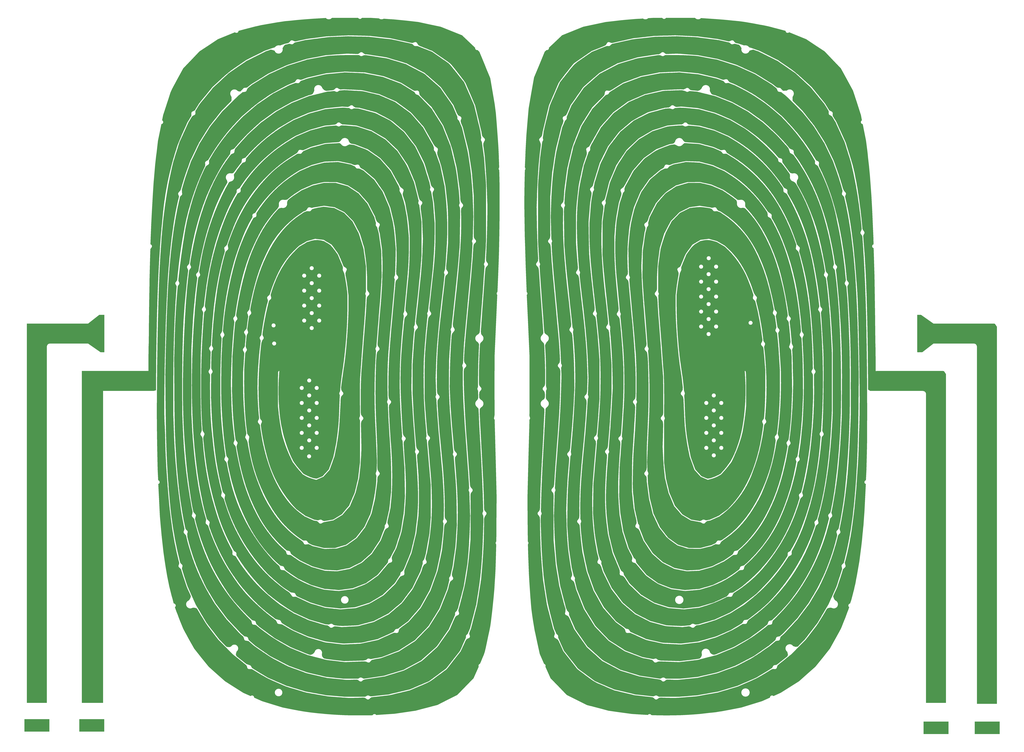
<source format=gbr>
%TF.GenerationSoftware,Altium Limited,Altium Designer,23.9.2 (47)*%
G04 Layer_Physical_Order=2*
G04 Layer_Color=16711680*
%FSLAX45Y45*%
%MOMM*%
%TF.SameCoordinates,45DC480F-FB56-4E7A-9A2C-25C5303F6BDF*%
%TF.FilePolarity,Positive*%
%TF.FileFunction,Copper,L2,Bot,Signal*%
%TF.Part,Single*%
G01*
G75*
%TA.AperFunction,SMDPad,CuDef*%
%ADD12R,20.00000X10.00000*%
%TA.AperFunction,ComponentPad*%
%ADD13C,10.00000*%
%TA.AperFunction,ViaPad*%
%ADD14C,2.00000*%
G36*
X29211636Y58299182D02*
X29933258Y58298474D01*
X29933923Y58297473D01*
X29940714Y58284772D01*
X29949854Y58273633D01*
X29950644Y58272455D01*
X29951648Y58271448D01*
X29960788Y58260309D01*
X29971924Y58251172D01*
X29972931Y58250165D01*
X29974112Y58249377D01*
X29985248Y58240234D01*
X29985248Y58240240D01*
X29997952Y58233447D01*
X29999136Y58232654D01*
X29999136Y58232660D01*
X30000449Y58232111D01*
X30013153Y58225323D01*
X30013156Y58225323D01*
X30026941Y58221143D01*
X30028253Y58220593D01*
X30029648Y58220319D01*
X30043433Y58216138D01*
X30057773Y58214728D01*
X30059164Y58214447D01*
X30060587D01*
X30074924Y58213037D01*
X30089261Y58214447D01*
X30090683D01*
X30092075Y58214728D01*
X30106415Y58216138D01*
X30120200Y58220319D01*
X30121594Y58220593D01*
X30122906Y58221143D01*
X30136694Y58225323D01*
X30136694Y58225323D01*
X30149402Y58232117D01*
X30150711Y58232660D01*
X30150714Y58232654D01*
X30151892Y58233447D01*
X30164600Y58240240D01*
X30164600Y58240234D01*
X30175735Y58249377D01*
X30176917Y58250165D01*
X30176917D01*
X30177921Y58251172D01*
X30189059Y58260309D01*
X30189059D01*
X30198199Y58271448D01*
X30199203Y58272455D01*
X30199203Y58272455D01*
X30199994Y58273633D01*
X30209134Y58284772D01*
X30209134Y58284772D01*
X30215927Y58297479D01*
X30216406Y58298199D01*
X30937366Y58297491D01*
X31600293Y58256659D01*
X31614536Y58244489D01*
X31656897Y58218530D01*
X31702798Y58199518D01*
X31751105Y58187921D01*
X31779730Y58185669D01*
X31779990Y58185632D01*
X31780164D01*
X31800635Y58184021D01*
X31821106Y58185632D01*
X31821280D01*
X31821539Y58185669D01*
X31850165Y58187921D01*
X31898474Y58199518D01*
X31944373Y58218530D01*
X31969406Y58233875D01*
X32415280Y58201654D01*
X32705829Y58178839D01*
D01*
X32995319Y58153467D01*
X33508115Y58107269D01*
X33843057Y58071967D01*
X34742776Y57970007D01*
X35642493Y57777747D01*
X36531360Y57587805D01*
X36683441Y57528662D01*
X38246628Y56899768D01*
X38942972Y56241351D01*
X39299924Y55903839D01*
X39298962Y55894067D01*
X39298685Y55892676D01*
Y55891254D01*
X39297272Y55876917D01*
X39298685Y55862579D01*
X39298685Y55861157D01*
X39298962Y55859766D01*
X39300375Y55845428D01*
X39300375Y55845428D01*
X39304556Y55831641D01*
X39304834Y55830249D01*
X39304834Y55830249D01*
X39305377Y55828937D01*
X39309558Y55815149D01*
X39309561Y55815149D01*
X39316351Y55802441D01*
X39316895Y55801129D01*
X39317685Y55799945D01*
X39324475Y55787244D01*
X39333615Y55776105D01*
X39334406Y55774927D01*
X39335410Y55773920D01*
X39344550Y55762781D01*
X39355685Y55753644D01*
X39356693Y55752637D01*
X39357874Y55751849D01*
X39369009Y55742706D01*
X39381714Y55735919D01*
X39382898Y55735126D01*
X39384210Y55734583D01*
X39396915Y55727795D01*
X39410703Y55723608D01*
X39412015Y55723065D01*
X39412015Y55723065D01*
X39413409Y55722791D01*
X39427194Y55718610D01*
X39427194Y55718610D01*
X39441534Y55717194D01*
X39442926Y55716919D01*
X39442926Y55716919D01*
X39444348D01*
X39458685Y55715509D01*
X39458685Y55715503D01*
X39473022Y55716919D01*
X39474442Y55716919D01*
X39474442Y55716919D01*
X39475836Y55717194D01*
X39490173Y55718610D01*
X39490176Y55718610D01*
X39494452Y55719904D01*
X39639304Y55582941D01*
X39872031Y55012134D01*
X39872031Y55012134D01*
Y55012134D01*
X40048178Y54581274D01*
X40048181Y54581268D01*
Y54581268D01*
X40230493Y54137097D01*
X40230493Y54137097D01*
Y54137097D01*
X40305746Y53954443D01*
X40305746Y53954437D01*
X40506656Y53467761D01*
X40866153Y51370776D01*
X40956012Y50651910D01*
X41025098Y49813678D01*
X41118631Y48550784D01*
X41141489Y48187790D01*
X41156512Y47907166D01*
X41189215Y47190744D01*
X41192059Y47129056D01*
X41205267Y46830405D01*
X41205267Y46830405D01*
X41210770Y46690350D01*
X41221332Y46313834D01*
X41218182Y46309995D01*
X41217178Y46308990D01*
Y46308987D01*
X41216388Y46307809D01*
X41207248Y46296671D01*
X41207248Y46296667D01*
X41200458Y46283963D01*
X41199667Y46282782D01*
X41199124Y46281470D01*
X41192334Y46268765D01*
X41188150Y46254977D01*
X41187607Y46253665D01*
X41187329Y46252271D01*
X41183148Y46238486D01*
X41181735Y46224146D01*
X41181458Y46222754D01*
Y46221332D01*
X41180045Y46206995D01*
X41181458Y46192657D01*
Y46191235D01*
X41181735Y46189844D01*
X41183148Y46175504D01*
X41187329Y46161719D01*
X41187607Y46160324D01*
X41188150Y46159009D01*
X41192334Y46145224D01*
X41199124Y46132520D01*
X41199667Y46131207D01*
X41200458Y46130023D01*
X41207248Y46117319D01*
X41216388Y46106183D01*
X41217178Y46105002D01*
Y46104999D01*
X41218185Y46103995D01*
X41227322Y46092859D01*
Y46092859D01*
X41227539Y46092682D01*
X41236014Y45790598D01*
X41251163Y44890619D01*
X41256210Y43990527D01*
X41253479Y43503632D01*
X41254236Y43503622D01*
X41249762Y42329971D01*
X41234680Y41011450D01*
X41209705Y39701511D01*
X41208719Y39662170D01*
X41201764Y39401617D01*
X41201764D01*
X41193539Y39102109D01*
X41179742Y38624442D01*
X41145059Y37766937D01*
X41143124Y37729742D01*
X41143307Y37729733D01*
X41143307Y37729733D01*
X41106836Y36932892D01*
X41079770Y36332538D01*
X41069995Y36324518D01*
Y36324515D01*
X41060858Y36313382D01*
X41059851Y36312375D01*
Y36312375D01*
X41059064Y36311194D01*
X41049924Y36300058D01*
X41043130Y36287350D01*
X41042343Y36286169D01*
X41041800Y36284857D01*
X41035007Y36272150D01*
X41030826Y36258365D01*
X41030280Y36257053D01*
X41030005Y36255658D01*
X41025821Y36241873D01*
X41024408Y36227533D01*
X41024133Y36226141D01*
Y36224719D01*
X41022720Y36210382D01*
X41024133Y36196042D01*
Y36194623D01*
X41024408Y36193231D01*
X41025821Y36178891D01*
X41030005Y36165106D01*
X41030280Y36163712D01*
X41030826Y36162396D01*
X41035007Y36148611D01*
X41041797Y36135907D01*
X41042343Y36134592D01*
X41043130Y36133411D01*
X41049921Y36120706D01*
X41049921Y36120706D01*
X41059061Y36109570D01*
X41059851Y36108389D01*
Y36108386D01*
X41060858Y36107382D01*
X41069183Y36097238D01*
X41033264Y35296786D01*
X40989044Y34307733D01*
X40851465Y31224985D01*
X40851471Y31224969D01*
X40851465Y31224954D01*
X40850089Y28761707D01*
X40849393Y28761707D01*
X40848816Y28572131D01*
X40849152Y28461761D01*
X40853851Y26918796D01*
X40857870Y26478717D01*
X40857870Y26478714D01*
X40808609Y26247556D01*
X40808554Y26247299D01*
X40807141Y26232959D01*
X40806870Y26231598D01*
X40806863Y26231567D01*
X40806863Y26230148D01*
X40805453Y26215808D01*
X40806863Y26201471D01*
Y26200049D01*
X40807141Y26198657D01*
X40808554Y26184320D01*
X40812735Y26170535D01*
X40813013Y26169138D01*
X40813556Y26167825D01*
X40817740Y26154037D01*
X40824530Y26141333D01*
X40825073Y26140021D01*
X40825864Y26138840D01*
X40832654Y26126132D01*
X40841794Y26114999D01*
X40842584Y26113815D01*
Y26113815D01*
X40843588Y26112808D01*
X40852728Y26101675D01*
Y26101672D01*
X40862228Y26093878D01*
X40863995Y25929626D01*
X40863995Y25929623D01*
X40863995Y25929620D01*
X40870929Y25575690D01*
X40870929Y25575688D01*
X40870929Y25575685D01*
X40895966Y24675522D01*
X40914148Y23987996D01*
X40954794Y22404437D01*
X41016440Y19955949D01*
X41001178Y17669710D01*
X41001175Y17669708D01*
X41000012Y17669711D01*
X40996979Y17051863D01*
X40986389Y16332834D01*
X40985333Y16331966D01*
Y16331966D01*
X40976193Y16320828D01*
X40975186Y16319824D01*
Y16319823D01*
X40974399Y16318643D01*
X40965259Y16307506D01*
X40958466Y16294798D01*
X40957678Y16293617D01*
X40957135Y16292307D01*
X40950342Y16279601D01*
X40946161Y16265813D01*
X40945618Y16264500D01*
X40945340Y16263106D01*
X40941156Y16249319D01*
X40939746Y16234981D01*
X40939468Y16233588D01*
Y16232169D01*
X40938055Y16217830D01*
X40939468Y16203493D01*
Y16202071D01*
X40939746Y16200677D01*
X40941156Y16186340D01*
X40945340Y16172554D01*
X40945618Y16171159D01*
X40946161Y16169846D01*
X40950342Y16156059D01*
X40957135Y16143355D01*
X40957678Y16142041D01*
X40958466Y16140860D01*
X40965259Y16128156D01*
Y16128154D01*
X40974399Y16117018D01*
X40975186Y16115837D01*
Y16115836D01*
X40976193Y16114830D01*
X40983057Y16106467D01*
X40981894Y16027515D01*
X40956750Y15003365D01*
X40937811Y14452377D01*
X40937811Y14452377D01*
X40937811D01*
X40926666Y14152885D01*
X40894879Y13494275D01*
X40873181Y13144794D01*
X40873181D01*
X40873853Y13144028D01*
X40833823Y12555977D01*
X40778055Y11886169D01*
X40712173Y11217281D01*
X40657581Y10737400D01*
X40657581Y10737400D01*
X40657581D01*
X40658435Y10736318D01*
X40557776Y9887985D01*
X40515765Y9593541D01*
X40481387Y9408819D01*
X40419589Y9115613D01*
X40370093Y8885907D01*
Y8885906D01*
X40370093Y8885906D01*
X40328372Y8690840D01*
X40328372Y8690839D01*
X40242877Y8288848D01*
X40141058Y7808290D01*
X40079205Y7522215D01*
X40079205Y7522214D01*
X40075003Y7507148D01*
X39979129Y7238880D01*
X39875549Y6981785D01*
Y6981784D01*
X39767551Y6726518D01*
X39750027Y6685329D01*
X39680884Y6527984D01*
X39679938Y6527593D01*
X39666150Y6523411D01*
X39666150Y6523410D01*
X39653442Y6516619D01*
X39652133Y6516076D01*
X39652130Y6516074D01*
X39650952Y6515287D01*
X39638245Y6508495D01*
X39638245Y6508494D01*
X39627106Y6499354D01*
X39625928Y6498565D01*
X39624921Y6497561D01*
X39613785Y6488421D01*
X39604645Y6477284D01*
X39603641Y6476279D01*
X39602850Y6475098D01*
X39593713Y6463961D01*
X39586920Y6451254D01*
X39586130Y6450073D01*
X39585587Y6448761D01*
X39578796Y6436055D01*
X39574615Y6422269D01*
X39574069Y6420955D01*
X39573792Y6419561D01*
X39569611Y6405775D01*
X39568198Y6391437D01*
X39567920Y6390044D01*
Y6388623D01*
X39566510Y6374285D01*
X39567920Y6359947D01*
Y6358527D01*
X39568198Y6357133D01*
X39569611Y6342797D01*
X39569608Y6342795D01*
X39573792Y6329009D01*
X39574069Y6327616D01*
X39574069Y6327615D01*
X39574612Y6326301D01*
X39578796Y6312516D01*
X39578796Y6312515D01*
X39582697Y6305216D01*
X39167316Y5373342D01*
X37869922Y4034320D01*
X37073306Y3635402D01*
X36276648Y3236461D01*
X35907968Y3139594D01*
X35592996Y3056757D01*
X35035297Y2909893D01*
X34531415Y2777087D01*
X32854816Y2532986D01*
X31837097Y2462130D01*
X31373480Y2429851D01*
X31370224Y2435942D01*
X31361084Y2447080D01*
X31360294Y2448260D01*
X31359293Y2449263D01*
X31350150Y2460402D01*
X31339014Y2469543D01*
X31338010Y2470546D01*
X31336829Y2471334D01*
X31325690Y2480475D01*
X31312982Y2487268D01*
X31311804Y2488056D01*
X31311804Y2488056D01*
X31310495Y2488598D01*
X31297784Y2495392D01*
X31297784Y2495391D01*
X31283997Y2499573D01*
X31282684Y2500117D01*
X31282684Y2500117D01*
X31281293Y2500393D01*
X31267505Y2504576D01*
X31253168Y2505988D01*
X31251773Y2506265D01*
X31250354D01*
X31236014Y2507677D01*
X31221677Y2506265D01*
X31220258D01*
X31218863Y2505988D01*
X31204526Y2504576D01*
X31190738Y2500394D01*
X31189346Y2500116D01*
X31188034Y2499573D01*
X31174246Y2495391D01*
X31174246Y2495392D01*
X31161536Y2488598D01*
X31160229Y2488056D01*
X31160226Y2488056D01*
X31159048Y2487267D01*
X31146341Y2480475D01*
X31146338D01*
X31135202Y2471335D01*
X31134021Y2470546D01*
X31134021D01*
X31133017Y2469542D01*
X31121881Y2460402D01*
X31121878D01*
X31112741Y2449265D01*
X31111734Y2448260D01*
X31111734D01*
X31110947Y2447079D01*
X31101807Y2435942D01*
X31101804Y2435942D01*
X31095013Y2423235D01*
X31094226Y2422054D01*
X31094226Y2422054D01*
X31093680Y2420742D01*
X31087924Y2409969D01*
X30944739Y2400000D01*
X29291071D01*
X28919049Y2409963D01*
X28368790Y2434535D01*
X27819055Y2468924D01*
X27270023Y2513120D01*
X27033301Y2536436D01*
X26735226Y2566577D01*
X26735226Y2566577D01*
X26656342Y2574500D01*
X26437265Y2598681D01*
X26129907Y2634340D01*
X25834100Y2670351D01*
X25834100Y2670351D01*
X25766901Y2680319D01*
X25485841Y2726050D01*
X25206250Y2775319D01*
X25190393Y2778114D01*
X24698277Y2871964D01*
X23887061Y3033599D01*
X23061095Y3284372D01*
X22235136Y3535142D01*
X21594966Y3822325D01*
X21596071Y3833545D01*
X21594659Y3847884D01*
Y3849304D01*
X21594382Y3850697D01*
X21592970Y3865035D01*
X21588786Y3878824D01*
X21588510Y3880216D01*
X21587967Y3881526D01*
X21583784Y3895315D01*
X21576991Y3908024D01*
X21576450Y3909334D01*
X21575661Y3910513D01*
X21568867Y3923221D01*
X21559727Y3934360D01*
X21558939Y3935540D01*
X21557936Y3936543D01*
X21548795Y3947681D01*
X21548795Y3947681D01*
X21537656Y3956822D01*
X21536653Y3957825D01*
X21536652D01*
X21535474Y3958613D01*
X21524335Y3967755D01*
X21524333D01*
X21511626Y3974547D01*
X21510448Y3975335D01*
X21509137Y3975877D01*
X21496428Y3982670D01*
X21482640Y3986853D01*
X21481329Y3987396D01*
X21479938Y3987673D01*
X21466148Y3991855D01*
X21466148Y3991856D01*
X21451810Y3993268D01*
X21450418Y3993544D01*
X21450417Y3993545D01*
X21448997D01*
X21434659Y3994957D01*
X21434659Y3994958D01*
X21420322Y3993545D01*
X21418901Y3993545D01*
X21418900Y3993545D01*
X21417506Y3993268D01*
X21403169Y3991856D01*
X21403169Y3991856D01*
X21389381Y3987674D01*
X21387988Y3987396D01*
X21387988Y3987397D01*
X21386676Y3986853D01*
X21372890Y3982671D01*
X21372890Y3982671D01*
X21360181Y3975879D01*
X21358870Y3975335D01*
X21358870Y3975335D01*
X21357690Y3974547D01*
X21344984Y3967755D01*
X21344981Y3967755D01*
X21333846Y3958614D01*
X21332664Y3957826D01*
X21332664Y3957825D01*
X21331660Y3956821D01*
X21320525Y3947682D01*
X21320522Y3947681D01*
X21319179Y3946044D01*
X20730719Y4210030D01*
X19996835Y4672691D01*
X19262962Y5135348D01*
X18609769Y5716635D01*
X17956577Y6297917D01*
X17378812Y7020621D01*
X16801044Y7743330D01*
X16380940Y8492626D01*
Y8492626D01*
X16121883Y8960706D01*
X16083295Y9032041D01*
X15942819Y9296827D01*
X15903316Y9378087D01*
X15789011Y9651166D01*
X15655817Y9982366D01*
X15557156Y10241499D01*
D01*
X15468195Y10476747D01*
X15381822Y10711140D01*
X15381821D01*
X15287306Y10971991D01*
X15253769Y11071400D01*
X15259068Y11075749D01*
X15260249Y11076538D01*
X15261253Y11077543D01*
X15272392Y11086683D01*
X15281532Y11097820D01*
X15282536Y11098825D01*
X15283325Y11100005D01*
X15292465Y11111143D01*
X15299258Y11123850D01*
X15300046Y11125030D01*
Y11125031D01*
X15300589Y11126341D01*
X15307382Y11139049D01*
X15307381Y11139050D01*
X15311565Y11152837D01*
X15312106Y11154148D01*
X15312106Y11154149D01*
X15312384Y11155541D01*
X15316566Y11169329D01*
X15317979Y11183667D01*
X15318256Y11185060D01*
X15318256Y11185061D01*
Y11186481D01*
X15319669Y11200819D01*
X15319669Y11200819D01*
X15318256Y11215158D01*
X15318256Y11216577D01*
X15318256Y11216578D01*
X15318256Y11216578D01*
X15317979Y11217970D01*
X15317979Y11217970D01*
X15317978Y11217971D01*
X15316566Y11232308D01*
X15316566Y11232309D01*
X15316566Y11232310D01*
X15312384Y11246097D01*
X15312106Y11247489D01*
X15312106Y11247489D01*
X15312106Y11247490D01*
X15311563Y11248800D01*
X15307381Y11262589D01*
X15300587Y11275297D01*
X15300046Y11276606D01*
X15300046Y11276607D01*
X15299257Y11277786D01*
X15292465Y11290494D01*
X15292465Y11290495D01*
X15283324Y11301633D01*
X15282536Y11302812D01*
Y11302813D01*
X15281532Y11303816D01*
X15272392Y11314954D01*
Y11314955D01*
X15261253Y11324095D01*
X15260249Y11325099D01*
X15260249Y11325099D01*
X15259071Y11325887D01*
X15247932Y11335028D01*
X15247932Y11335029D01*
X15234534Y11342283D01*
X15234044Y11342609D01*
X15234044Y11342609D01*
X15233556Y11342811D01*
X15152921Y11386466D01*
X15080995Y11656673D01*
X15069284Y11700873D01*
X15069284Y11700873D01*
Y11700874D01*
X14993030Y11986408D01*
X14921457Y12256761D01*
X14921455D01*
X14854672Y12529098D01*
X14806187Y12731051D01*
X14715771Y13148734D01*
X14643478Y13523138D01*
X14601952Y13761382D01*
X14592218Y13818671D01*
X14591972Y13818639D01*
X14515781Y14267073D01*
X14422986Y14871751D01*
X14339897Y15477841D01*
X14266531Y16085184D01*
X14202911Y16693625D01*
X14197459Y16755296D01*
X14197025Y16755257D01*
X14197025Y16755257D01*
X14159579Y17149199D01*
X14143692Y17309093D01*
X14131490Y17427760D01*
X14127470Y17471996D01*
X14124789Y17489610D01*
X14124452Y17492830D01*
X14124452Y17492830D01*
X14087260Y17891545D01*
X14051794Y18380968D01*
X14034499Y18715398D01*
X14033455Y18715347D01*
X14033450Y18715350D01*
X13977084Y19747810D01*
X13923701Y20940823D01*
X13930034Y20942744D01*
X13942740Y20949536D01*
X13944052Y20950079D01*
X13945233Y20950868D01*
X13957941Y20957660D01*
X13969077Y20966800D01*
X13970258Y20967589D01*
X13971263Y20968594D01*
X13982401Y20977734D01*
X13991541Y20988870D01*
X13992545Y20989874D01*
X13993333Y20991055D01*
X14002473Y21002194D01*
X14009267Y21014902D01*
X14010054Y21016081D01*
X14010597Y21017392D01*
X14017390Y21030099D01*
X14021571Y21043887D01*
X14022115Y21045200D01*
X14022115Y21045200D01*
X14022392Y21046593D01*
X14026575Y21060381D01*
X14026575Y21060381D01*
X14027986Y21074718D01*
X14028264Y21076111D01*
X14028264Y21076112D01*
Y21077531D01*
X14029675Y21091870D01*
X14028264Y21106207D01*
Y21107628D01*
X14027986Y21109021D01*
X14026575Y21123360D01*
X14026575Y21123360D01*
X14022392Y21137148D01*
X14022115Y21138539D01*
X14022115Y21138541D01*
X14021571Y21139850D01*
X14017390Y21153639D01*
X14017390Y21153639D01*
X14010597Y21166348D01*
X14010054Y21167657D01*
X14010054Y21167657D01*
X14009267Y21168837D01*
X14002473Y21181544D01*
Y21181546D01*
X13993332Y21192683D01*
X13992545Y21193863D01*
Y21193864D01*
X13991541Y21194867D01*
X13982401Y21206004D01*
Y21206006D01*
X13971262Y21215147D01*
X13970258Y21216148D01*
Y21216150D01*
X13969080Y21216937D01*
X13957941Y21226079D01*
X13957941Y21226079D01*
X13945232Y21232872D01*
X13944054Y21233659D01*
X13944052Y21233659D01*
X13942741Y21234203D01*
X13930035Y21240994D01*
X13930034Y21240996D01*
X13916245Y21245178D01*
X13914935Y21245721D01*
X13914934Y21245721D01*
X13913544Y21245998D01*
X13909998Y21247073D01*
X13870142Y22137773D01*
X13871275Y22138992D01*
X13871277Y22138992D01*
X13871275Y22138992D01*
X13851031Y22889980D01*
X13826006Y24189873D01*
X13810989Y25489922D01*
X13805984Y26790048D01*
X13810989Y28090173D01*
X13811444Y28129468D01*
X13813260Y28286673D01*
X13814365Y28382343D01*
X13815048Y28441513D01*
X13816350Y28554221D01*
X13817638Y28665628D01*
X13818137Y28708871D01*
X13817197Y28712189D01*
X13817938Y28798993D01*
X13819131Y28938760D01*
X13821442Y29209512D01*
X13822408Y29322583D01*
X13823392Y29437930D01*
X13824969Y29622702D01*
X13829959Y30207162D01*
X13830789Y30304376D01*
X13831355Y30370670D01*
X13831892Y30408353D01*
X13834093Y30563110D01*
X13839482Y30941797D01*
X13840907Y31042001D01*
X13842374Y31145023D01*
X13844925Y31324329D01*
X13853958Y31959152D01*
X13855447Y32063818D01*
X13856531Y32139972D01*
X13857115Y32169299D01*
X13860262Y32327252D01*
X13866690Y32649899D01*
X13868806Y32756122D01*
X13870869Y32859698D01*
X13874591Y33046512D01*
X13886386Y33638583D01*
X13889420Y33790863D01*
X13891776Y33909103D01*
X13893895Y33991824D01*
X13896509Y34093869D01*
X13897929Y34149338D01*
X13899948Y34228125D01*
X13901857Y34302634D01*
X13904333Y34399295D01*
X13906561Y34486292D01*
X13911548Y34680960D01*
X13930923Y35437308D01*
X13933945Y35555270D01*
X13937090Y35678006D01*
X13940460Y35785663D01*
X13943794Y35892184D01*
X13949216Y36065268D01*
X13957185Y36319833D01*
X13958244Y36353641D01*
X13960199Y36422256D01*
X13961775Y36477609D01*
X13965573Y36610950D01*
X13966785Y36653488D01*
X13969556Y36727060D01*
X13974075Y36847003D01*
X13976651Y36915399D01*
X13979680Y36995779D01*
X13987579Y37205460D01*
X13990398Y37280252D01*
X13995245Y37408923D01*
X13999254Y37515356D01*
X14003230Y37597403D01*
X14010468Y37746765D01*
X14014613Y37832352D01*
X14024797Y38042526D01*
X14030319Y38156491D01*
X14034483Y38242438D01*
X14040289Y38362253D01*
X14044188Y38442719D01*
X14047038Y38490829D01*
X14054120Y38610373D01*
X14060587Y38719513D01*
X14064510Y38785751D01*
X14069667Y38872806D01*
X14076399Y38986435D01*
X14082089Y39082477D01*
X14081296Y39086172D01*
X14085745Y39152817D01*
X14093803Y39273560D01*
X14102750Y39407568D01*
X14114027Y39576532D01*
X14128365Y39791315D01*
X14133778Y39872437D01*
X14139909Y39964282D01*
X14143555Y40019086D01*
X14148669Y40096005D01*
X14156955Y40213919D01*
X14164360Y40319308D01*
X14169688Y40395129D01*
X14173866Y40455334D01*
X14179771Y40540411D01*
X14188283Y40663037D01*
X14196410Y40780103D01*
X14206625Y40900433D01*
X14215604Y41006180D01*
X14230209Y41178201D01*
X14241000Y41305310D01*
X14250055Y41411957D01*
X14259395Y41504947D01*
X14267349Y41584152D01*
X14276009Y41670355D01*
X14286240Y41772232D01*
X14295865Y41868073D01*
X14306036Y41969336D01*
X14313425Y42042908D01*
X14327600Y42165088D01*
X14340324Y42274759D01*
X14353813Y42391034D01*
X14360454Y42448270D01*
X14368884Y42520935D01*
X14380260Y42618985D01*
X14386504Y42672806D01*
X14395219Y42739014D01*
X14404395Y42808698D01*
X14419167Y42920901D01*
X14427135Y42981424D01*
X14441634Y43091559D01*
X14455370Y43195895D01*
X14469273Y43301508D01*
X14483727Y43399594D01*
X14497115Y43490445D01*
X14512451Y43594528D01*
X14522578Y43663263D01*
X14537160Y43762213D01*
X14551466Y43859302D01*
X14561716Y43928860D01*
X14580449Y44043704D01*
X14600330Y44165576D01*
X14622038Y44298654D01*
X14631653Y44357602D01*
X14649033Y44464136D01*
X14663808Y44554712D01*
X14684404Y44669794D01*
X14697649Y44743799D01*
X14710127Y44813525D01*
X14725826Y44901236D01*
X14725624Y44902505D01*
X14738310Y44969730D01*
X14758910Y45078879D01*
X14778873Y45184656D01*
X14799335Y45293073D01*
X14815787Y45371744D01*
X14839420Y45484744D01*
X14858939Y45578073D01*
X14879060Y45674286D01*
X14900922Y45778815D01*
X14922969Y45874786D01*
X14922771Y45877438D01*
X14933844Y45926633D01*
X14957051Y46029736D01*
X14988277Y46168466D01*
X14998634Y46214484D01*
X15026019Y46336154D01*
X15043828Y46415271D01*
X15070081Y46531903D01*
X15097693Y46654581D01*
X15112215Y46719095D01*
X15143990Y46820526D01*
X15176041Y46922836D01*
X15197723Y46992053D01*
X15233345Y47105765D01*
X15261777Y47196521D01*
X15305968Y47337589D01*
X15329985Y47414252D01*
X15363947Y47522665D01*
X15383430Y47584857D01*
X15403140Y47647778D01*
X15433104Y47743427D01*
X15460207Y47829941D01*
X15495255Y47941821D01*
X15524976Y48036691D01*
X15548364Y48111349D01*
X15562885Y48157706D01*
X15588785Y48240384D01*
X15617679Y48332617D01*
X15676443Y48462061D01*
X15733836Y48588483D01*
X15784908Y48700980D01*
X15808855Y48753729D01*
X15851071Y48846722D01*
X15911639Y48980139D01*
X15965654Y49099118D01*
X16011458Y49200012D01*
X16184673Y49581561D01*
X16277605Y49786264D01*
X16311342Y49860583D01*
X16351906Y49949933D01*
X16416943Y50055728D01*
X16476004Y50151801D01*
X16581181Y50322891D01*
X16629329Y50401212D01*
X16709811Y50459796D01*
X16760658Y50484607D01*
X16794547Y50501141D01*
X16806728Y50507651D01*
X16808534Y50508463D01*
X16808565Y50508475D01*
X16809744Y50509265D01*
X16822450Y50516055D01*
X16822453Y50516055D01*
X16833589Y50525195D01*
X16834770Y50525986D01*
X16834772Y50525986D01*
X16835776Y50526990D01*
X16846912Y50536130D01*
X16846912D01*
X16856052Y50547266D01*
X16857056Y50548270D01*
X16857057Y50548270D01*
X16857846Y50549451D01*
X16866986Y50560590D01*
X16873779Y50573297D01*
X16873779Y50573297D01*
X16874567Y50574478D01*
X16874567D01*
X16874567Y50574478D01*
X16875110Y50575787D01*
X16881903Y50588495D01*
X16881902Y50588495D01*
X16886086Y50602283D01*
X16886629Y50603595D01*
X16886905Y50604987D01*
X16891087Y50618777D01*
X16892500Y50633115D01*
X16892776Y50634506D01*
X16892776Y50634509D01*
X16892776Y50635928D01*
X16894189Y50650266D01*
X16892805Y50671072D01*
X16893536Y50798883D01*
X16906488Y50852060D01*
X16946750Y50917554D01*
X17118077Y51196249D01*
X17175737Y51290045D01*
X17238202Y51391656D01*
X17290935Y51456024D01*
X17359554Y51539783D01*
X17529932Y51747754D01*
X17544957Y51766095D01*
X17726645Y51987872D01*
X17809654Y52089197D01*
X17870599Y52163586D01*
X18169383Y52528296D01*
X18234795Y52608142D01*
X18311896Y52702252D01*
X18376961Y52762799D01*
X18428473Y52810736D01*
X18505856Y52882751D01*
X18761072Y53120251D01*
X18835982Y53189960D01*
X18880156Y53231073D01*
X18931363Y53278723D01*
X18931363Y53278723D01*
X19030249Y53370746D01*
X19101498Y53437048D01*
X19183057Y53512946D01*
X19225671Y53552606D01*
X19304250Y53625732D01*
X19388280Y53703925D01*
X19470320Y53780273D01*
X19550826Y53855188D01*
X19628970Y53909015D01*
X19706213Y53962207D01*
X19750526Y53992731D01*
X19835333Y54051135D01*
X19932762Y54118237D01*
X20021494Y54179352D01*
X20086546Y54224152D01*
X20144032Y54263745D01*
X20191270Y54296277D01*
X20247496Y54335004D01*
X20306937Y54375940D01*
X20382903Y54428259D01*
X20510310Y54516010D01*
X20585530Y54567810D01*
X20634776Y54601727D01*
X20730096Y54667377D01*
X20809929Y54722357D01*
X20880669Y54771082D01*
X20972768Y54834509D01*
X21040427Y54868359D01*
X21137271Y54916809D01*
X21369897Y55033191D01*
X21530817Y55113690D01*
X21653418Y55175031D01*
X21725458Y55211072D01*
X21824486Y55260614D01*
X21944823Y55320813D01*
X22148424Y55422675D01*
X22351999Y55524518D01*
X22439574Y55568329D01*
X22527814Y55612476D01*
X22626768Y55646515D01*
X22716058Y55677228D01*
X22856573Y55725562D01*
X22920517Y55747552D01*
X22930632Y55748114D01*
X22991739Y55745514D01*
X23116183Y55705481D01*
X23237213Y55665802D01*
X23241037Y55660938D01*
X23259222Y55617035D01*
X23286415Y55572662D01*
X23305569Y55550238D01*
X23306091Y55549554D01*
X23306496Y55549152D01*
X23320213Y55533087D01*
X23336276Y55519373D01*
X23336681Y55518964D01*
X23337361Y55518445D01*
X23359789Y55499292D01*
X23404163Y55472095D01*
X23452245Y55452179D01*
X23502849Y55440033D01*
X23532253Y55437720D01*
X23533102Y55437604D01*
X23533673D01*
X23554732Y55435950D01*
X23575790Y55437604D01*
X23576361D01*
X23577209Y55437720D01*
X23606615Y55440033D01*
X23657219Y55452179D01*
X23705301Y55472095D01*
X23749675Y55499292D01*
X23772105Y55518445D01*
X23772783Y55518964D01*
X23773186Y55519366D01*
X23789249Y55533087D01*
X23802968Y55549152D01*
X23803371Y55549554D01*
X23803891Y55550232D01*
X23823048Y55572662D01*
X23850241Y55617035D01*
X23870157Y55665118D01*
X23882306Y55715723D01*
X23884621Y55745129D01*
X23884732Y55745978D01*
Y55746545D01*
X23886389Y55767609D01*
X23884732Y55788666D01*
Y55789233D01*
X23884621Y55790082D01*
X23882306Y55819489D01*
X23870157Y55870093D01*
X23892056Y55905438D01*
X23950114Y55999133D01*
X23957027Y56008618D01*
X24017854Y56087469D01*
X24088943Y56146637D01*
X24176459Y56166797D01*
X24256306Y56185193D01*
X24348035Y56206323D01*
X24417259Y56222266D01*
X24489474Y56208893D01*
X24553340Y56191992D01*
X24566875Y56188019D01*
X24573019Y56186011D01*
X24574413Y56185736D01*
X24588196Y56181555D01*
X24588199Y56181555D01*
X24602538Y56180139D01*
X24603931Y56179865D01*
X24603931Y56179865D01*
X24605351Y56179865D01*
X24619688Y56178455D01*
X24619690Y56178455D01*
X24634029Y56179865D01*
X24635448D01*
X24635448Y56179865D01*
X24636841Y56180139D01*
X24651180Y56181555D01*
X24664966Y56185736D01*
X24666360Y56186011D01*
X24666360Y56186011D01*
X24667674Y56186554D01*
X24681461Y56190741D01*
X24694167Y56197528D01*
X24695479Y56198071D01*
X24696660Y56198865D01*
X24709366Y56205658D01*
X24709367Y56205658D01*
X24720503Y56214795D01*
X24721684Y56215582D01*
X24721692Y56215594D01*
X24723045Y56216882D01*
X24733826Y56225726D01*
X24762572Y56251221D01*
X24822343Y56300543D01*
X24828094Y56304163D01*
X24862781Y56324896D01*
X24971078Y56349847D01*
X25042921Y56366394D01*
X25122937Y56384827D01*
X25238583Y56411469D01*
X25419783Y56453204D01*
X25568005Y56487354D01*
X25703012Y56518451D01*
X25807874Y56532001D01*
X25927109Y56547412D01*
X26210352Y56584015D01*
X26430954Y56612524D01*
X26517856Y56623755D01*
X26598380Y56634161D01*
X26677472Y56644379D01*
X26768356Y56656128D01*
X26867496Y56668939D01*
X27032556Y56690271D01*
X27259750Y56719629D01*
X27365576Y56733307D01*
X27446536Y56743768D01*
X27515454Y56752673D01*
X27629697Y56757690D01*
X27761627Y56763483D01*
X28025592Y56775061D01*
X28138632Y56780023D01*
X28250562Y56784937D01*
X28354019Y56789478D01*
X28470868Y56794604D01*
X28622424Y56801257D01*
X28777481Y56808063D01*
X28951593Y56815698D01*
X29056671Y56820312D01*
X29108398Y56822583D01*
X29193024Y56820514D01*
X29300919Y56817877D01*
X29553793Y56811700D01*
X30477008Y56789136D01*
X30643790Y56785065D01*
X30789847Y56781494D01*
X30902222Y56768915D01*
X31016855Y56756091D01*
X31247116Y56730322D01*
X31436575Y56709119D01*
X31526907Y56699005D01*
X31644092Y56685895D01*
X31715897Y56677856D01*
X31827014Y56665424D01*
X31891437Y56658215D01*
X32091293Y56635846D01*
X32369763Y56604681D01*
X32493762Y56590808D01*
X32589279Y56580121D01*
X32758121Y56542914D01*
X32942511Y56502283D01*
X33199802Y56445587D01*
X33313382Y56420557D01*
X33394272Y56402734D01*
X33434302Y56393915D01*
X33575006Y56362909D01*
X33908014Y56289526D01*
X34058731Y56256317D01*
X34111877Y56244604D01*
X34199243Y56225354D01*
X34269830Y56198083D01*
X34281424Y56191443D01*
X34372736Y56105725D01*
X34376761Y56101740D01*
X34393454Y56083502D01*
X34404587Y56074359D01*
X34405591Y56073358D01*
X34405594Y56073358D01*
X34406775Y56072565D01*
X34417911Y56063428D01*
X34417914Y56063428D01*
X34430618Y56056635D01*
X34431799Y56055847D01*
X34431799Y56055847D01*
X34433112Y56055304D01*
X34445819Y56048511D01*
X34459604Y56044330D01*
X34460919Y56043787D01*
X34462314Y56043506D01*
X34476099Y56039325D01*
X34490436Y56037915D01*
X34491830Y56037634D01*
X34493250D01*
X34507590Y56036224D01*
X34507593Y56036224D01*
X34521927Y56037634D01*
X34523346D01*
X34533615Y56038580D01*
X34551022Y56039996D01*
X34599686Y56042719D01*
X34670871Y56042859D01*
X34723502Y56022339D01*
X34810922Y55988263D01*
X34903836Y55952045D01*
X34932404Y55940784D01*
X35018866Y55906708D01*
X35088101Y55879425D01*
X35194400Y55837524D01*
X35259836Y55811737D01*
X35310400Y55791638D01*
X35418405Y55748700D01*
X35418405D01*
X35463153Y55730835D01*
X35583493Y55682806D01*
X35655292Y55654144D01*
X35756143Y55613892D01*
X35858093Y55573199D01*
X35896365Y55546423D01*
X35980688Y55487427D01*
X36085513Y55414081D01*
X36148956Y55369696D01*
X36200012Y55333972D01*
X36200012Y55333972D01*
X36200015Y55333972D01*
X36303714Y55261945D01*
X36388870Y55202795D01*
X36466928Y55148578D01*
X36569226Y55077521D01*
X36641971Y55026996D01*
X36716406Y54975293D01*
X36716406Y54975293D01*
X36716409Y54975287D01*
X36777621Y54933160D01*
X36822253Y54902441D01*
X36849731Y54883582D01*
X36933698Y54825952D01*
X37003192Y54777814D01*
X37097131Y54712738D01*
X37168536Y54663269D01*
X37226596Y54600812D01*
X37291721Y54530750D01*
X37294165Y54529193D01*
X37336588Y54478906D01*
X37400659Y54402954D01*
X37473373Y54314276D01*
X37528833Y54246643D01*
X37602835Y54154285D01*
X37668558Y54072260D01*
X37739636Y53982776D01*
X37788696Y53921021D01*
X37862518Y53828082D01*
X37900735Y53779968D01*
X37968399Y53694788D01*
X38016763Y53633899D01*
X38081516Y53552380D01*
X38081516Y53552380D01*
X38130835Y53490552D01*
X38186053Y53421320D01*
X38186053Y53421320D01*
X38186053Y53421320D01*
X38211273Y53389844D01*
X38257538Y53332098D01*
X38257541Y53332098D01*
X38257541Y53332098D01*
X38307898Y53269556D01*
X38357727Y53207678D01*
X38413678Y53138196D01*
X38423825Y53115222D01*
X38444876Y53066785D01*
X38475333Y52996698D01*
X38505557Y52927148D01*
X38544556Y52837415D01*
X38587424Y52738776D01*
X38638177Y52621991D01*
X38693887Y52493805D01*
X38765408Y52329230D01*
X38805997Y52235834D01*
X38825015Y52192072D01*
X38861685Y52107690D01*
X38913171Y51989221D01*
X38998688Y51792444D01*
X39132068Y51485535D01*
X39178668Y51378302D01*
X39219339Y51284717D01*
X39234219Y51222784D01*
X39263086Y51102634D01*
X39339325Y50785318D01*
X39370743Y50654547D01*
X39454941Y50304099D01*
X39486810Y50171454D01*
X39520822Y50029892D01*
X39640982Y49529773D01*
X39680859Y49363797D01*
X39704526Y49265283D01*
X39715451Y49219812D01*
X39732239Y49096756D01*
X39746725Y48990552D01*
X39763257Y48869360D01*
X39774036Y48790347D01*
X39788885Y48681485D01*
X39785175Y48662292D01*
X39774496Y48618768D01*
X39769778Y48601340D01*
X39764340Y48581625D01*
X39764062Y48580234D01*
X39759882Y48566446D01*
X39759882Y48566446D01*
X39758469Y48552106D01*
X39758194Y48550714D01*
X39758191Y48550714D01*
X39758194Y48549295D01*
X39756781Y48534955D01*
X39756781Y48534955D01*
X39758191Y48520618D01*
X39758194Y48519196D01*
X39758191Y48519196D01*
X39758469Y48517804D01*
X39759882Y48503464D01*
X39764062Y48489679D01*
X39764340Y48488284D01*
X39764886Y48486969D01*
X39769067Y48473184D01*
X39775858Y48460480D01*
X39776401Y48459167D01*
X39777347Y48457693D01*
X39783984Y48445279D01*
X39813089Y48395798D01*
X39832651Y48360654D01*
X39843610Y48280319D01*
X39857373Y48179437D01*
X39871817Y48073541D01*
X39883759Y47986002D01*
X39891547Y47928897D01*
X39939502Y47577362D01*
X39971567Y47342285D01*
X39986176Y47235208D01*
X39996796Y47157343D01*
X40005182Y47095865D01*
X40013281Y46988184D01*
X40022852Y46860913D01*
X40047427Y46534149D01*
X40061502Y46347021D01*
X40069803Y46236658D01*
X40078070Y46126724D01*
X40085635Y46026141D01*
X40090115Y45966568D01*
X40096271Y45884723D01*
X40102301Y45804568D01*
X40114151Y45647003D01*
X40131635Y45414511D01*
X40148972Y45184033D01*
X40157721Y45067706D01*
X40163245Y44994232D01*
X40167142Y44942413D01*
X40167255Y44780124D01*
X40167386Y44588303D01*
X40167496Y44428961D01*
X40167661Y44187927D01*
X40167822Y43950226D01*
X40168008Y43680768D01*
X40168188Y43417932D01*
X40168311Y43237936D01*
X40168378Y43137515D01*
X40168430Y43063251D01*
X40168515Y42936649D01*
X40168549Y42889722D01*
X40168616Y42792651D01*
X40169144Y42018536D01*
X40169278Y41825620D01*
X40169345Y41726617D01*
X40169421Y41616644D01*
X40169495Y41506302D01*
X40169562Y41410596D01*
X40169690Y41223773D01*
X40170020Y40739185D01*
X40170099Y40622583D01*
X40170157Y40540244D01*
X40170212Y40458456D01*
X40167111Y40400369D01*
X40161938Y40303497D01*
X40155731Y40187253D01*
X40148767Y40056824D01*
X40139496Y39883163D01*
X40132410Y39750485D01*
X40126895Y39663666D01*
X40117838Y39521063D01*
X40108438Y39373117D01*
X40103156Y39289999D01*
X40099420Y39231192D01*
X40089282Y39071600D01*
X40082336Y38962259D01*
X40077063Y38879248D01*
X40073709Y38826434D01*
X40067209Y38724130D01*
X40033078Y38654413D01*
X40026044Y38640826D01*
X40021054Y38631454D01*
X40020514Y38630142D01*
X40013721Y38617435D01*
X40013721Y38617435D01*
X40009540Y38603650D01*
X40008994Y38602335D01*
X40008994Y38602335D01*
X40008716Y38600940D01*
X40004535Y38587155D01*
X40004535Y38587155D01*
X40003122Y38572815D01*
X40002847Y38571423D01*
Y38570004D01*
X40001434Y38555664D01*
X40002847Y38541327D01*
Y38539905D01*
X40003122Y38538513D01*
X40004535Y38524173D01*
X40008716Y38510388D01*
X40008994Y38508994D01*
X40008994Y38508990D01*
X40009555Y38507626D01*
X40013721Y38493893D01*
X40032224Y38445865D01*
X40040836Y38417603D01*
X40046432Y38397092D01*
X40038074Y38265497D01*
X40031396Y38160361D01*
X40025323Y38064798D01*
X40025323Y38064798D01*
X40022321Y38021600D01*
X40015439Y37922656D01*
X40008517Y37823108D01*
X39977823Y37381793D01*
X39977100Y37371405D01*
X39945685Y36919693D01*
X39933432Y36743472D01*
X39920529Y36557977D01*
X39895578Y36199182D01*
X39884549Y36040610D01*
X39878204Y35949387D01*
X39874323Y35893579D01*
X39866537Y35790311D01*
X39856989Y35663657D01*
X39849969Y35570535D01*
X39844455Y35497354D01*
X39836899Y35397134D01*
X39830353Y35310300D01*
X39823721Y35222342D01*
X39817313Y35137311D01*
X39816064Y35133832D01*
X39806317Y35013306D01*
X39797977Y34910147D01*
X39766617Y34522379D01*
X39754309Y34370166D01*
X39744223Y34245438D01*
X39736313Y34132504D01*
X39729205Y34031067D01*
X39725876Y33983524D01*
X39719528Y33892886D01*
X39711395Y33776776D01*
X39703168Y33659351D01*
X39695352Y33547742D01*
X39685995Y33414212D01*
X39678928Y33313284D01*
X39674664Y33241324D01*
X39667813Y33190741D01*
X39651782Y33072366D01*
X39594873Y32991309D01*
X39535074Y32935016D01*
X39535071Y32935013D01*
X39486047Y32907971D01*
X39442346Y32881189D01*
X39420114Y32862204D01*
X39419592Y32861801D01*
X39419281Y32861493D01*
X39403369Y32847900D01*
X39389777Y32831989D01*
X39389468Y32831677D01*
X39389066Y32831155D01*
X39370081Y32808926D01*
X39343301Y32765222D01*
X39323685Y32717868D01*
X39311719Y32668027D01*
X39309427Y32638885D01*
X39309341Y32638232D01*
Y32637790D01*
X39307697Y32616931D01*
X39309341Y32596069D01*
Y32595627D01*
X39309427Y32594974D01*
X39311719Y32565833D01*
X39323685Y32515991D01*
X39343301Y32468637D01*
X39370081Y32424936D01*
X39389062Y32402710D01*
X39389468Y32402182D01*
X39389780Y32401871D01*
X39403369Y32385959D01*
X39419281Y32372369D01*
X39419592Y32372058D01*
X39420120Y32371655D01*
X39442343Y32352670D01*
X39442392Y32352643D01*
X39458542Y32342746D01*
X39462955Y32339597D01*
X39498785Y32311673D01*
X39556027Y32241315D01*
X39596063Y32169547D01*
X39608942Y32140747D01*
X39607129Y32073871D01*
X39605002Y31995264D01*
X39603094Y31955890D01*
X39597614Y31842789D01*
X39592496Y31737164D01*
X39588696Y31658774D01*
X39583411Y31549652D01*
X39578442Y31447137D01*
X39577032Y31409677D01*
X39572418Y31287262D01*
X39565857Y31113101D01*
X39562662Y31028223D01*
X39558133Y30908054D01*
X39553378Y30781827D01*
X39550089Y30694476D01*
X39549924Y30693909D01*
X39549277Y30674530D01*
X39546317Y30585571D01*
X39545432Y30541327D01*
X39543085Y30423694D01*
X39539587Y30248532D01*
X39536664Y30102185D01*
X39534732Y30005548D01*
X39533063Y29921848D01*
X39531549Y29846155D01*
X39530988Y29761600D01*
X39530331Y29662823D01*
X39529300Y29507941D01*
X39528610Y29404562D01*
X39527957Y29306155D01*
X39527301Y29207788D01*
X39526627Y29106607D01*
X39527072Y29039859D01*
X39527612Y28958957D01*
X39528391Y28841904D01*
X39529068Y28740073D01*
X39506714Y28679858D01*
X39487659Y28635056D01*
X39483478Y28621271D01*
X39482935Y28619958D01*
X39482932Y28619955D01*
X39482657Y28618564D01*
X39478473Y28604776D01*
X39478473Y28604776D01*
X39477060Y28590436D01*
X39476785Y28589044D01*
X39476785Y28589044D01*
Y28587625D01*
X39475372Y28573285D01*
X39476785Y28558948D01*
Y28557526D01*
X39477060Y28556134D01*
X39478473Y28541794D01*
X39482654Y28528009D01*
X39482932Y28526614D01*
X39483478Y28525302D01*
X39487659Y28511514D01*
X39500177Y28485120D01*
X39528964Y28416388D01*
X39531271Y28408945D01*
X39531549Y28367059D01*
X39533969Y28245959D01*
X39535373Y28175635D01*
X39538159Y28036124D01*
X39540192Y27934271D01*
X39542328Y27827451D01*
X39511890Y27751401D01*
X39487189Y27710263D01*
X39437915Y27649222D01*
X39419940Y27629590D01*
X39419550Y27629181D01*
X39419543Y27629178D01*
X39415314Y27625540D01*
X39410968Y27621799D01*
X39403497Y27615421D01*
X39403369Y27615311D01*
X39389780Y27599399D01*
X39389777Y27599399D01*
X39389468Y27599088D01*
X39389468Y27599088D01*
X39389066Y27598563D01*
X39389066Y27598563D01*
X39370081Y27576334D01*
X39343301Y27532632D01*
X39323685Y27485278D01*
X39311719Y27435437D01*
X39309427Y27406296D01*
X39309341Y27405640D01*
Y27405200D01*
X39307697Y27384341D01*
X39309341Y27363480D01*
Y27363037D01*
X39309427Y27362384D01*
X39311719Y27333243D01*
X39323685Y27283401D01*
X39343301Y27236047D01*
X39370081Y27192346D01*
X39389062Y27170120D01*
X39389468Y27169592D01*
X39389780Y27169281D01*
X39403369Y27153369D01*
X39403369Y27153369D01*
X39419281Y27139780D01*
X39419592Y27139468D01*
X39419620Y27139447D01*
X39420120Y27139062D01*
X39420126Y27139059D01*
X39420129Y27139056D01*
X39435052Y27126309D01*
X39442963Y27119476D01*
X39495511Y27068057D01*
X39557819Y26978421D01*
X39568723Y26954599D01*
X39570923Y26888489D01*
X39573450Y26834341D01*
X39578552Y26724875D01*
X39578842Y26724039D01*
X39580844Y26677048D01*
X39589169Y26481668D01*
X39598520Y26262241D01*
X39603882Y26136389D01*
X39608478Y26028485D01*
X39614395Y25914911D01*
X39621454Y25779407D01*
X39643552Y25355209D01*
X39653152Y25170908D01*
X39659232Y25054158D01*
X39663431Y24973584D01*
X39666299Y24927010D01*
X39673538Y24809473D01*
X39679678Y24709772D01*
X39688712Y24557750D01*
X39697470Y24410364D01*
X39702924Y24323889D01*
X39710037Y24211108D01*
X39718198Y24064420D01*
X39726160Y23921268D01*
X39728668Y23876198D01*
X39740036Y23671841D01*
X39755084Y23401309D01*
X39771552Y23105270D01*
X39781281Y22930408D01*
X39785052Y22862611D01*
X39790012Y22759665D01*
X39797656Y22601089D01*
X39802914Y22492015D01*
X39808023Y22386006D01*
X39826932Y21993697D01*
X39830045Y21929140D01*
X39848987Y21536099D01*
X39850073Y21513596D01*
X39853235Y21436035D01*
X39855270Y21386086D01*
X39859976Y21270667D01*
X39862244Y21215091D01*
X39863177Y21212379D01*
X39867664Y21096892D01*
X39871176Y21006458D01*
X39874622Y20917744D01*
X39881348Y20744543D01*
X39891650Y20479379D01*
X39896078Y20365373D01*
X39899631Y20273882D01*
X39902563Y20175287D01*
X39905417Y20079378D01*
X39907294Y20016228D01*
X39910202Y19918475D01*
X39913516Y19807111D01*
X39917969Y19657346D01*
X39921231Y19547653D01*
X39923569Y19469041D01*
X39925858Y19371606D01*
X39928110Y19275755D01*
X39930289Y19182919D01*
X39932764Y19077574D01*
X39935464Y18962585D01*
X39937869Y18860190D01*
X39940182Y18761652D01*
X39910086Y18683955D01*
X39892783Y18644263D01*
X39888602Y18630476D01*
X39888058Y18629164D01*
X39888058Y18629163D01*
X39887781Y18627769D01*
X39883597Y18613983D01*
X39883597Y18613982D01*
X39882187Y18599644D01*
X39881909Y18598251D01*
X39881909Y18598250D01*
Y18596831D01*
X39880496Y18582492D01*
X39881909Y18568153D01*
Y18566733D01*
X39882184Y18565340D01*
X39883597Y18551003D01*
X39887781Y18537216D01*
X39888058Y18535822D01*
X39888602Y18534508D01*
X39892783Y18520721D01*
X39909033Y18484016D01*
X39923355Y18447569D01*
X39947870Y18377791D01*
X39949347Y18371426D01*
X39950400Y18326495D01*
X39952814Y18223703D01*
X39954465Y18153378D01*
X39956348Y18073322D01*
X39958307Y17989819D01*
X39954553Y17868732D01*
X39950113Y17725404D01*
X39941534Y17448630D01*
X39938678Y17356494D01*
X39937433Y17316356D01*
X39934680Y17227504D01*
X39930978Y17108115D01*
X39926895Y16976369D01*
X39923877Y16879001D01*
X39923682Y16878326D01*
X39922433Y16842047D01*
X39918658Y16732545D01*
X39914481Y16611363D01*
X39910400Y16492900D01*
X39906665Y16384528D01*
X39902832Y16273318D01*
X39899631Y16180434D01*
X39895474Y16094260D01*
X39890430Y15989755D01*
X39886206Y15902242D01*
X39883490Y15845981D01*
X39878030Y15732860D01*
X39872562Y15619579D01*
X39867624Y15517233D01*
X39864383Y15450111D01*
X39860178Y15382352D01*
X39852951Y15265948D01*
X39847321Y15175267D01*
X39839847Y15054900D01*
X39835275Y14981229D01*
X39828366Y14869952D01*
X39824429Y14806554D01*
X39821848Y14772977D01*
X39813156Y14659834D01*
X39806479Y14572928D01*
X39801538Y14508624D01*
X39797678Y14459560D01*
X39788464Y14342508D01*
X39780511Y14241470D01*
X39776254Y14197250D01*
X39765305Y14083511D01*
X39756461Y13991669D01*
X39749603Y13920454D01*
X39749808Y13919392D01*
X39735123Y13777139D01*
X39722958Y13659261D01*
X39707727Y13511691D01*
X39695990Y13415607D01*
X39683740Y13315324D01*
X39670282Y13205153D01*
X39656525Y13092535D01*
X39642133Y12974715D01*
X39615421Y12785491D01*
X39602979Y12697364D01*
X39586166Y12578270D01*
X39566510Y12439057D01*
X39550406Y12338585D01*
X39534918Y12241974D01*
X39535382Y12237624D01*
X39516574Y12117535D01*
X39495114Y11980502D01*
X39426331Y11541323D01*
X39408575Y11427944D01*
X39399020Y11366937D01*
X39385886Y11283082D01*
X39363574Y11198173D01*
X39342929Y11119604D01*
X39326862Y11058457D01*
X39305743Y10978094D01*
X39257990Y10796368D01*
X39227362Y10679382D01*
X39209305Y10610406D01*
X39177716Y10489748D01*
X39158319Y10415658D01*
X39133575Y10320686D01*
X39110181Y10230882D01*
X39078915Y10110876D01*
X39050818Y10003028D01*
Y10003028D01*
X39024579Y9901873D01*
X39004770Y9825520D01*
X39004770Y9825519D01*
X38997119Y9795960D01*
X38959412Y9650293D01*
X38933698Y9550963D01*
X38907062Y9448075D01*
X38879468Y9341480D01*
X38860461Y9299228D01*
X38819183Y9207462D01*
X38781708Y9124145D01*
X38737006Y9024774D01*
X38700986Y8944698D01*
X38691324Y8933412D01*
X38665173Y8905377D01*
X38616757Y8860604D01*
X38603284Y8849226D01*
X38603281Y8849224D01*
X38594141Y8838088D01*
X38593137Y8837084D01*
X38593137Y8837083D01*
X38592346Y8835902D01*
X38583206Y8824765D01*
X38583206Y8824764D01*
X38576416Y8812058D01*
X38575626Y8810877D01*
X38575626Y8810877D01*
X38575082Y8809565D01*
X38568289Y8796858D01*
X38564108Y8783072D01*
X38563565Y8781758D01*
X38563287Y8780364D01*
X38559106Y8766578D01*
X38557693Y8752240D01*
X38557416Y8750847D01*
X38557416Y8750844D01*
X38557416Y8749426D01*
X38556003Y8735088D01*
X38555957Y8681210D01*
X38551926Y8613322D01*
X38494086Y8484738D01*
X38456793Y8401829D01*
X38401367Y8278610D01*
X38357651Y8181422D01*
X38308441Y8072023D01*
X38259570Y7963380D01*
X38209024Y7851009D01*
X38158090Y7737776D01*
X38112213Y7635792D01*
X38080957Y7566301D01*
X38015506Y7482894D01*
X37950391Y7399912D01*
X37661108Y7031251D01*
X37590042Y6940687D01*
X37525446Y6858367D01*
X37525446Y6858366D01*
X37471252Y6789301D01*
X37427673Y6733765D01*
X37359631Y6647051D01*
X37110760Y6329896D01*
X37052283Y6255373D01*
X37020767Y6215207D01*
X36969946Y6150441D01*
X36867630Y6074787D01*
X36804498Y6028105D01*
X36647998Y5912385D01*
X36421439Y5744864D01*
X36358255Y5698144D01*
X36292639Y5649628D01*
X36182852Y5568448D01*
X36102789Y5509248D01*
X36020560Y5448445D01*
X35955145Y5400076D01*
X35890433Y5352227D01*
X35847424Y5320425D01*
X35759894Y5255702D01*
X35684573Y5200007D01*
X35599142Y5136838D01*
X35550073Y5115841D01*
X35444312Y5070584D01*
X35367062Y5037528D01*
X35276117Y4998610D01*
X35165909Y4951451D01*
X35098962Y4922803D01*
X35034558Y4895243D01*
X34945316Y4857056D01*
X34843228Y4813370D01*
X34762195Y4778694D01*
X34672983Y4740518D01*
X34504608Y4668466D01*
X34280682Y4572643D01*
X34188144Y4533045D01*
X34075842Y4484988D01*
X34012900Y4470003D01*
X33891632Y4441133D01*
X33649881Y4383579D01*
X33593039Y4370046D01*
X33393726Y4322596D01*
X33301807Y4300713D01*
X33219809Y4281192D01*
X33142599Y4262810D01*
X33059955Y4243135D01*
X32945175Y4215809D01*
X32751971Y4169812D01*
X32532156Y4117481D01*
X32452271Y4098463D01*
X32353287Y4074898D01*
X32258899Y4064769D01*
X32149237Y4053002D01*
X31916357Y4028012D01*
X31755698Y4010773D01*
X31623209Y3996556D01*
X31523428Y3985849D01*
X31383493Y3970833D01*
X31231104Y3954481D01*
X31078879Y3938147D01*
X30983850Y3927950D01*
X30941714Y3923429D01*
X30881693Y3937711D01*
X30793484Y3974272D01*
X30774509Y3983662D01*
X30760721Y3987844D01*
X30759412Y3988386D01*
X30759409Y3988387D01*
X30758017Y3988664D01*
X30744229Y3992846D01*
X30744229Y3992847D01*
X30729889Y3994259D01*
X30728497Y3994536D01*
X30728497Y3994536D01*
X30727078Y3994536D01*
X30712738Y3995948D01*
X30698401Y3994536D01*
X30696979D01*
X30695587Y3994259D01*
X30681247Y3992847D01*
X30667459Y3988664D01*
X30666068Y3988387D01*
X30664755Y3987844D01*
X30650967Y3983662D01*
X30650967Y3983661D01*
X30638260Y3976869D01*
X30636948Y3976326D01*
X30636945Y3976324D01*
X30634985Y3975119D01*
X30623062Y3968746D01*
X30517825Y3911204D01*
X30466425Y3894313D01*
X30338052Y3894212D01*
X30262729Y3894153D01*
X30172095Y3894083D01*
X29559702Y3893604D01*
X29319638Y3893417D01*
X29177768Y3893306D01*
X29085016Y3893234D01*
X28958972Y3893135D01*
X28842932Y3893045D01*
X28807416Y3895966D01*
X28673843Y3906953D01*
X28544727Y3917574D01*
X28432370Y3926816D01*
X28333612Y3934940D01*
X28272342Y3939980D01*
X28156888Y3949477D01*
X28048288Y3958410D01*
X27933365Y3967864D01*
X27746597Y3983227D01*
X27620880Y3993569D01*
X27497537Y4003716D01*
X27397491Y4011946D01*
X27294910Y4030470D01*
X27174548Y4052205D01*
X26927844Y4096755D01*
X26778125Y4123792D01*
X26688821Y4139919D01*
X26574503Y4160562D01*
X26462952Y4180707D01*
X26348465Y4201381D01*
X26056979Y4254019D01*
X25927148Y4277465D01*
X25848087Y4291742D01*
X25753403Y4308841D01*
X25657867Y4337289D01*
X25532899Y4374501D01*
X25231770Y4464169D01*
X25132414Y4493755D01*
X25077281Y4510172D01*
X24999583Y4533308D01*
X24929884Y4554063D01*
X24844588Y4579462D01*
X24748820Y4607979D01*
X24401611Y4711369D01*
X24320091Y4735644D01*
X24274843Y4749118D01*
X24182140Y4776722D01*
X24077493Y4822322D01*
X23979225Y4865142D01*
X23856418Y4918654D01*
X23807932Y4939782D01*
X23592168Y5033800D01*
X23517770Y5066219D01*
X23443172Y5098726D01*
X23326779Y5149443D01*
X23242331Y5186241D01*
X23141878Y5230012D01*
X23029504Y5278979D01*
X22922395Y5325651D01*
X22825964Y5367670D01*
X22738710Y5405691D01*
X22690611Y5426650D01*
X22647887Y5452436D01*
X22582927Y5491641D01*
X22494543Y5544983D01*
X22420032Y5589953D01*
X22316850Y5652226D01*
X22256454Y5688677D01*
X22194797Y5726061D01*
X22112254Y5776107D01*
X22003525Y5842031D01*
X21945036Y5877494D01*
X21857890Y5930332D01*
X21766750Y5985592D01*
X21673447Y6042704D01*
X21603748Y6085368D01*
X21512990Y6140922D01*
X21470425Y6167492D01*
X21437781Y6189796D01*
X21379501Y6278845D01*
X21378232Y6280879D01*
X21351755Y6331486D01*
X21345171Y6343805D01*
X21344418Y6345504D01*
X21343633Y6346682D01*
X21336839Y6359390D01*
X21336839Y6359392D01*
X21327698Y6370530D01*
X21326910Y6371709D01*
X21326909Y6371710D01*
X21325906Y6372713D01*
X21316765Y6383851D01*
X21316765Y6383852D01*
X21305626Y6392993D01*
X21304623Y6393996D01*
X21304623Y6393996D01*
X21303444Y6394785D01*
X21292305Y6403926D01*
X21279596Y6410719D01*
X21278416Y6411507D01*
X21277107Y6412049D01*
X21264398Y6418842D01*
X21253868Y6422036D01*
X21163863Y6452878D01*
X21056799Y6489566D01*
X20990897Y6512149D01*
X20911897Y6570910D01*
X20855766Y6614652D01*
X20774246Y6678178D01*
X20717059Y6722742D01*
X20637572Y6784687D01*
X20569803Y6837497D01*
X20539336Y6862359D01*
X20537886Y6863006D01*
X20473940Y6914298D01*
X20398006Y6975207D01*
X20193262Y7139437D01*
X20176114Y7153191D01*
X20158646Y7209575D01*
X20131270Y7297931D01*
X20158524Y7401863D01*
X20172659Y7450658D01*
X20193791Y7523596D01*
X20196452Y7525227D01*
X20232436Y7555959D01*
X20263168Y7591943D01*
X20287894Y7632290D01*
X20306003Y7676009D01*
X20317050Y7722023D01*
X20320763Y7769198D01*
X20317050Y7816373D01*
X20306003Y7862386D01*
X20287894Y7906105D01*
X20263168Y7946453D01*
X20232436Y7982436D01*
X20196452Y8013169D01*
X20156105Y8037894D01*
X20112386Y8056003D01*
X20066373Y8067050D01*
X20019199Y8070762D01*
X19972023Y8067050D01*
X19926009Y8056003D01*
X19882291Y8037894D01*
X19841943Y8013169D01*
X19805959Y7982436D01*
X19775227Y7946453D01*
X19768037Y7934721D01*
X19710892Y7902331D01*
X19687265Y7888941D01*
X19633858Y7874444D01*
X19633170Y7874369D01*
X19605299Y7871428D01*
X19515263Y7874294D01*
X19393248Y7900959D01*
X19372983Y7910436D01*
X19307648Y7977543D01*
X19225047Y8062382D01*
X19119836Y8170445D01*
X19019028Y8273989D01*
X18907611Y8388427D01*
X18848972Y8448657D01*
X18797038Y8501998D01*
X18748260Y8565223D01*
X18687541Y8643925D01*
X18599106Y8758552D01*
X18511342Y8872310D01*
X18431435Y8975884D01*
X18355975Y9073690D01*
X18289005Y9160498D01*
X18289005Y9160499D01*
X18230263Y9236639D01*
X18182391Y9298686D01*
X18105663Y9398141D01*
X18027327Y9499679D01*
X17987894Y9550791D01*
X17929045Y9627069D01*
X17894098Y9672367D01*
X17839873Y9742653D01*
X17780972Y9819000D01*
X17754884Y9863209D01*
X17697694Y9960128D01*
X17646559Y10046787D01*
X17586128Y10149200D01*
X17539767Y10227766D01*
X17499780Y10295533D01*
X17424399Y10423280D01*
X17379068Y10500102D01*
X17348956Y10551134D01*
X17348955Y10551134D01*
X17281689Y10665126D01*
X17188210Y10823547D01*
X17131029Y10920450D01*
X17069901Y11024043D01*
X17023517Y11102649D01*
X16979871Y11176617D01*
X16916936Y11283273D01*
X16911642Y11295092D01*
Y11295093D01*
X16900761Y11319389D01*
X16784277Y11579503D01*
X16751711Y11652225D01*
X16704082Y11758587D01*
X16659102Y11859028D01*
X16627397Y11929829D01*
X16596944Y11997832D01*
X16547015Y12109324D01*
X16496207Y12222781D01*
X16379176Y12484115D01*
X16341656Y12567899D01*
X16307292Y12644635D01*
X16269643Y12728709D01*
X16240504Y12816934D01*
X16201654Y12934573D01*
X16116489Y13192447D01*
X16070387Y13332042D01*
X16045879Y13406253D01*
X16017340Y13492670D01*
X16017200Y13495946D01*
X15987447Y13589536D01*
X15964851Y13660619D01*
X15944415Y13724899D01*
X15910738Y13830846D01*
X15885741Y13915671D01*
X15849742Y14037836D01*
X15816673Y14150060D01*
X15821046Y14209207D01*
X15836853Y14265125D01*
X15851218Y14315944D01*
X15854898Y14328075D01*
X15855943Y14331042D01*
X15856219Y14332434D01*
X15860402Y14346220D01*
X15860403Y14346223D01*
X15861815Y14360561D01*
X15862093Y14361954D01*
X15862093Y14361955D01*
X15862093Y14363374D01*
X15863506Y14377713D01*
X15863506Y14377715D01*
X15862093Y14392052D01*
Y14393472D01*
X15862093Y14393472D01*
X15861815Y14394865D01*
X15860403Y14409204D01*
X15860403Y14409204D01*
X15856221Y14422993D01*
X15855943Y14424384D01*
X15855943Y14424385D01*
X15855943Y14424385D01*
X15855402Y14425696D01*
X15851218Y14439484D01*
Y14439484D01*
X15844424Y14452193D01*
X15843883Y14453503D01*
X15843095Y14454681D01*
X15836302Y14467390D01*
X15827161Y14478529D01*
X15826372Y14479709D01*
X15825369Y14480711D01*
X15816228Y14491850D01*
X15816196Y14491878D01*
X15805090Y14500992D01*
X15804086Y14501994D01*
X15793256Y14511366D01*
X15766753Y14536201D01*
X15725339Y14580743D01*
X15714755Y14592863D01*
X15684322Y14632449D01*
X15681694Y14636076D01*
X15657402Y14725468D01*
X15649922Y14755499D01*
X15626013Y14851489D01*
X15594884Y14976469D01*
X15569489Y15078427D01*
X15545033Y15176610D01*
X15528922Y15247694D01*
X15512613Y15319650D01*
X15505014Y15353311D01*
X15479437Y15466618D01*
X15458263Y15560429D01*
X15446747Y15611449D01*
X15442960Y15628137D01*
X15421645Y15729259D01*
X15406071Y15803139D01*
X15384744Y15904311D01*
X15366998Y15989542D01*
X15342947Y16105060D01*
X15322197Y16204718D01*
X15317015Y16232045D01*
X15297359Y16335690D01*
X15276752Y16444345D01*
X15255177Y16558104D01*
X15232249Y16678996D01*
X15219734Y16744991D01*
X15204840Y16831982D01*
X15189609Y16920938D01*
X15172444Y17021185D01*
X15160239Y17092477D01*
X15139102Y17215923D01*
X15126932Y17287006D01*
X15116774Y17353436D01*
X15099467Y17466621D01*
X15084003Y17567764D01*
X15070412Y17656662D01*
X15055266Y17755714D01*
X15043817Y17830589D01*
X15035681Y17891003D01*
X15022809Y17986575D01*
X15011230Y18072540D01*
X14995148Y18191956D01*
X14983105Y18281372D01*
X14970419Y18375572D01*
X14963683Y18433379D01*
X14949512Y18554958D01*
X14938911Y18645908D01*
X14929893Y18723293D01*
X14918266Y18823042D01*
X14906760Y18921777D01*
X14896832Y19022575D01*
X14887849Y19113768D01*
X14877521Y19218642D01*
X14877417Y19218929D01*
X14866360Y19331198D01*
X14855423Y19442236D01*
X14845729Y19540668D01*
X14841577Y19588475D01*
X14830305Y19718266D01*
X14816782Y19874007D01*
X14809592Y19956790D01*
X14801926Y20045065D01*
X14794037Y20135907D01*
X14782851Y20264726D01*
X14775266Y20352074D01*
X14770200Y20410390D01*
X14763902Y20494109D01*
X14754550Y20618456D01*
X14749240Y20689053D01*
X14741481Y20792213D01*
X14736899Y20853123D01*
X14730835Y20933745D01*
X14715720Y21134724D01*
X14712451Y21178168D01*
X14704723Y21280923D01*
X14702629Y21313834D01*
X14696416Y21411514D01*
X14680859Y21656041D01*
X14674072Y21762756D01*
X14668907Y21843958D01*
X14661963Y21953130D01*
X14655499Y22054726D01*
X14649303Y22152158D01*
X14646683Y22202536D01*
X14640616Y22319128D01*
X14631895Y22486781D01*
X14626118Y22597823D01*
X14622125Y22674573D01*
X14617386Y22765685D01*
X14613702Y22836501D01*
X14608113Y22943929D01*
X14603949Y23023973D01*
X14599303Y23138834D01*
X14594804Y23250078D01*
X14590971Y23344827D01*
X14587025Y23442371D01*
X14581929Y23568381D01*
X14575478Y23727893D01*
X14571387Y23829059D01*
X14568668Y23896254D01*
X14565752Y23997237D01*
X14561624Y24140117D01*
X14557243Y24291771D01*
X14553690Y24414874D01*
X14551427Y24493192D01*
X14547980Y24612573D01*
X14546010Y24680743D01*
X14543465Y24768884D01*
X14541660Y24873051D01*
X14539688Y24986772D01*
X14537726Y25100035D01*
X14536159Y25190486D01*
X14534682Y25275797D01*
X14533005Y25372562D01*
X14531314Y25470113D01*
X14531158Y25470534D01*
X14530531Y25472218D01*
X14530106Y25503979D01*
X14528513Y25622293D01*
X14527190Y25720697D01*
X14526111Y25800943D01*
X14525406Y25853387D01*
X14524348Y25932050D01*
X14523390Y26003317D01*
X14522359Y26080066D01*
X14521489Y26144693D01*
X14520328Y26231030D01*
X14519353Y26303592D01*
X14518391Y26375140D01*
X14517371Y26451041D01*
X14515477Y26591858D01*
X14513841Y26713522D01*
X14512590Y26806500D01*
X14511086Y26918494D01*
X14509581Y27030292D01*
X14507835Y27160141D01*
X14506113Y27288211D01*
X14504539Y27405313D01*
X14503754Y27463715D01*
X14503011Y27550339D01*
X14501924Y27677182D01*
X14498689Y28054745D01*
X14497075Y28243045D01*
X14495398Y28438803D01*
X14491014Y28950378D01*
X14486800Y29442282D01*
X14485680Y29572787D01*
X14484961Y29656754D01*
X14484415Y29720459D01*
X14487167Y29855679D01*
X14490344Y30011697D01*
X14503494Y30657516D01*
X14508765Y30916324D01*
X14511111Y31031598D01*
X14513026Y31125635D01*
X14516380Y31290311D01*
X14518323Y31385681D01*
X14518692Y31387186D01*
X14520773Y31504816D01*
X14522214Y31562988D01*
X14524251Y31645239D01*
X14541472Y32340445D01*
X14543581Y32425574D01*
X14544823Y32475720D01*
X14546030Y32524484D01*
X14547694Y32591690D01*
X14550247Y32694717D01*
X14553020Y32806671D01*
X14554799Y32878488D01*
X14556062Y32929510D01*
X14558427Y33003769D01*
X14561589Y33103030D01*
X14565186Y33215912D01*
X14570642Y33387231D01*
X14581435Y33726065D01*
X14592159Y34062741D01*
X14596513Y34199493D01*
X14599185Y34283395D01*
X14601431Y34353922D01*
X14607117Y34499930D01*
X14612917Y34648868D01*
X14617737Y34772699D01*
X14623878Y34930399D01*
X14622935Y34935825D01*
X14631279Y35132532D01*
X14638300Y35298050D01*
X14642342Y35393362D01*
X14645131Y35459109D01*
X14650478Y35585147D01*
X14653685Y35660751D01*
X14654707Y35664642D01*
X14657629Y35729449D01*
X14663657Y35863095D01*
X14668237Y35964685D01*
X14673497Y36081326D01*
X14676044Y36137793D01*
X14681709Y36263452D01*
X14684116Y36304938D01*
X14690269Y36411011D01*
X14695552Y36502090D01*
X14700082Y36580206D01*
X14712573Y36795551D01*
X14721480Y36949097D01*
X14726892Y37042395D01*
X14733182Y37131070D01*
X14741090Y37242566D01*
X14750067Y37369107D01*
X14759680Y37504633D01*
X14766495Y37600720D01*
X14774965Y37720117D01*
X14782098Y37820691D01*
X14789284Y37906339D01*
X14797595Y38005423D01*
X14808592Y38136514D01*
X14813651Y38196808D01*
X14821208Y38286908D01*
X14828821Y38377664D01*
X14837968Y38486716D01*
X14847322Y38598212D01*
X14850360Y38629568D01*
X14861455Y38744110D01*
X14878156Y38916522D01*
X14889397Y39032571D01*
X14893719Y39077203D01*
X14902902Y39171994D01*
X14913518Y39281586D01*
X14922549Y39374829D01*
X14927316Y39418207D01*
X14941318Y39545618D01*
X14961069Y39725372D01*
X14970171Y39808221D01*
X14980763Y39904630D01*
X14988045Y39970886D01*
X14995464Y40038400D01*
X15007771Y40150412D01*
X15016908Y40224747D01*
X15029379Y40326187D01*
X15041794Y40427176D01*
X15055386Y40537750D01*
X15066228Y40625940D01*
X15073302Y40680222D01*
X15087662Y40790421D01*
X15104898Y40922699D01*
X15122173Y41043500D01*
X15135619Y41137524D01*
X15150063Y41238522D01*
X15164874Y41342105D01*
X15178230Y41435495D01*
X15187798Y41495258D01*
X15200905Y41577127D01*
X15218224Y41685303D01*
X15226250Y41735437D01*
X15242220Y41835187D01*
X15255855Y41920355D01*
X15272292Y42023016D01*
X15279739Y42065036D01*
X15300648Y42182971D01*
X15319316Y42288269D01*
X15338808Y42398215D01*
X15359216Y42508908D01*
X15378551Y42613766D01*
X15393115Y42692755D01*
X15408691Y42775296D01*
X15419765Y42833963D01*
X15429205Y42882812D01*
X15449312Y42986853D01*
X15461789Y43046515D01*
X15483754Y43151538D01*
X15503337Y43245175D01*
X15528186Y43363992D01*
X15545708Y43447775D01*
X15555882Y43492062D01*
X15572908Y43566180D01*
X15595549Y43664740D01*
X15615228Y43750403D01*
X15637517Y43847433D01*
X15658900Y43940512D01*
X15661192Y43949667D01*
X15690640Y43990961D01*
X15741339Y44046567D01*
X15773386Y44075717D01*
X15787320Y44087494D01*
X15787325Y44087497D01*
X15796465Y44098633D01*
X15797469Y44099637D01*
X15797469Y44099640D01*
X15798257Y44100821D01*
X15807397Y44111957D01*
X15807399Y44111957D01*
X15814191Y44124664D01*
X15814980Y44125845D01*
X15814980Y44125845D01*
X15815521Y44127155D01*
X15822314Y44139862D01*
X15822314Y44139862D01*
X15826497Y44153650D01*
X15827040Y44154962D01*
D01*
X15827318Y44156354D01*
X15831500Y44170145D01*
X15832912Y44184482D01*
X15833189Y44185876D01*
Y44187296D01*
X15834602Y44201633D01*
X15833189Y44215973D01*
X15833189Y44217392D01*
X15832912Y44218787D01*
X15831500Y44233124D01*
X15828287Y44243719D01*
X15822499Y44317410D01*
X15814716Y44416528D01*
X15806555Y44520459D01*
X15820596Y44573660D01*
X15829660Y44606799D01*
X15854556Y44697833D01*
X15884959Y44808994D01*
X15920076Y44930890D01*
X15954417Y45050092D01*
X15978580Y45133960D01*
X16013593Y45245978D01*
X16046603Y45351593D01*
X16081129Y45462054D01*
X16108356Y45549164D01*
X16137543Y45635675D01*
X16173994Y45743726D01*
X16212517Y45857910D01*
X16247415Y45961349D01*
X16278847Y46048044D01*
X16310941Y46136566D01*
X16311282Y46141003D01*
X16322639Y46172305D01*
X16357729Y46269009D01*
X16391179Y46361197D01*
X16476894Y46597427D01*
X16512880Y46696606D01*
X16532355Y46750278D01*
X16561349Y46830188D01*
X16599113Y46908942D01*
X16630960Y46975354D01*
X16671005Y47058868D01*
X16805208Y47338730D01*
X16844000Y47419629D01*
X16866283Y47466098D01*
X16910075Y47557422D01*
X16949457Y47639551D01*
X16991513Y47727255D01*
X17023312Y47793567D01*
X17141241Y48039499D01*
X17191537Y48144388D01*
X17240321Y48246124D01*
X17270396Y48294287D01*
X17323735Y48379703D01*
X17399518Y48501059D01*
X17538623Y48723822D01*
X17589465Y48805240D01*
X17635443Y48878867D01*
X17684515Y48957452D01*
X17736816Y49041208D01*
X17815781Y49167661D01*
X17951674Y49385278D01*
X18003342Y49468018D01*
X18069246Y49573557D01*
X18111931Y49626938D01*
X18174942Y49705740D01*
X18354018Y49929694D01*
X18516138Y50132440D01*
X18595172Y50231284D01*
X18653503Y50304233D01*
X18923856Y50642334D01*
X18996506Y50733191D01*
X19059917Y50812494D01*
X19139413Y50891034D01*
X19219275Y50969931D01*
X19527058Y51274005D01*
X19620869Y51366687D01*
X19698946Y51443823D01*
X19817969Y51561414D01*
X19909113Y51651459D01*
X20101601Y51841626D01*
X20159734Y51899060D01*
X20375928Y52101361D01*
X20397066Y52118140D01*
X20565404Y52251727D01*
X20627711Y52301178D01*
X20682426Y52344598D01*
X20682909Y52344745D01*
X20708768Y52348822D01*
X20828189Y52367682D01*
X20847867Y52370178D01*
X20859467Y52371545D01*
X20860858Y52371826D01*
X20875195Y52373236D01*
X20875198D01*
X20888983Y52377417D01*
X20890376Y52377698D01*
X20890379D01*
X20891692Y52378241D01*
X20905476Y52382422D01*
X20905478D01*
X20918184Y52389215D01*
X20919496Y52389758D01*
X20919498D01*
X20920677Y52390546D01*
X20933385Y52397339D01*
X20933385D01*
X20944521Y52406476D01*
X20944521D01*
X20945702Y52407263D01*
X20946707Y52408270D01*
X20957845Y52417413D01*
Y52417413D01*
X20966985Y52428546D01*
X20967989Y52429553D01*
X20968777Y52430731D01*
X20977917Y52441870D01*
X20984711Y52454578D01*
X20985500Y52455756D01*
X20986041Y52457068D01*
X20992834Y52469775D01*
X20992838Y52469788D01*
X20997043Y52483630D01*
X20997560Y52484875D01*
X21014642Y52532025D01*
X21056700Y52621295D01*
X21085393Y52664392D01*
X21205257Y52759515D01*
X21301506Y52835901D01*
X21365034Y52886316D01*
X21438799Y52944855D01*
X21539383Y53007147D01*
X21633398Y53065375D01*
X21871281Y53212708D01*
X21970709Y53274286D01*
X22041782Y53318304D01*
X22117262Y53365051D01*
X22117262Y53365051D01*
X22212968Y53424329D01*
X22305676Y53481744D01*
X22604771Y53666986D01*
X22719444Y53738007D01*
X22795728Y53785248D01*
X22891765Y53829132D01*
X22990154Y53874097D01*
X23326355Y54027722D01*
X23407146Y54064642D01*
X23451146Y54084747D01*
X23519968Y54116199D01*
X23653741Y54177325D01*
X23742613Y54217938D01*
X23802397Y54245258D01*
X23884331Y54282697D01*
X23949323Y54312396D01*
X24041283Y54354419D01*
X24087326Y54375464D01*
X24180702Y54418127D01*
X24267842Y54457953D01*
X24324251Y54475726D01*
X24410246Y54502832D01*
X24469743Y54521582D01*
X24580295Y54556427D01*
X24685722Y54589655D01*
X24773904Y54617444D01*
X24860530Y54644745D01*
X25007796Y54691162D01*
X25207672Y54754156D01*
X25529277Y54855511D01*
X25670996Y54900177D01*
X25749326Y54924866D01*
X25834067Y54951575D01*
X25889047Y54961597D01*
X25961627Y54974835D01*
X26049518Y54990863D01*
X26440131Y55062091D01*
X26588257Y55089105D01*
X26725854Y55114197D01*
X26957892Y55156506D01*
X27189651Y55198767D01*
X27307251Y55220215D01*
X27391580Y55235590D01*
X27456488Y55247424D01*
X27606503Y55257910D01*
X27765024Y55268988D01*
X27904349Y55278729D01*
X28012759Y55286304D01*
X28017017Y55285492D01*
X28139917Y55293829D01*
X28183047Y55295581D01*
X28286011Y55299768D01*
X28393073Y55304120D01*
X28495444Y55308276D01*
X28536841Y55308838D01*
X28538113Y55309375D01*
X28633182Y55311407D01*
X28685800Y55312537D01*
X28811340Y55315216D01*
X28861407Y55316290D01*
X28862701Y55315869D01*
X28924359Y55316406D01*
X28984271Y55316925D01*
X29088705Y55317841D01*
X29225653Y55319037D01*
X29336652Y55320001D01*
X29372650Y55320319D01*
X29465338Y55319507D01*
X29565640Y55318634D01*
X29568961Y55319696D01*
X29665875Y55319104D01*
X29774857Y55318439D01*
X29878482Y55317804D01*
X29979614Y55317188D01*
X29986566Y55314734D01*
X30015134Y55303583D01*
X30094504Y55258038D01*
X30106659Y55251544D01*
X30108386Y55250464D01*
X30108389Y55250458D01*
X30109702Y55249915D01*
X30122406Y55243127D01*
X30122409Y55243121D01*
X30136194Y55238940D01*
X30137506Y55238397D01*
X30137509Y55238397D01*
X30138904Y55238123D01*
X30152689Y55233942D01*
X30152689Y55233942D01*
X30167026Y55232526D01*
X30168420Y55232251D01*
X30168420Y55232251D01*
X30169839D01*
X30184180Y55230835D01*
X30198517Y55232251D01*
X30199939D01*
X30199939Y55232251D01*
X30201331Y55232526D01*
X30215671Y55233942D01*
X30229456Y55238123D01*
X30230850Y55238397D01*
X30232162Y55238940D01*
X30245950Y55243121D01*
X30245956Y55243127D01*
X30263000Y55251935D01*
X30296793Y55268365D01*
X30316217Y55276160D01*
X30388452Y55304333D01*
X30429919Y55314435D01*
X30553845Y55313672D01*
X30663922Y55296478D01*
X30779453Y55278430D01*
X30967786Y55249005D01*
X31181873Y55215558D01*
X31277850Y55200562D01*
X31362640Y55187317D01*
X31463336Y55171582D01*
X31586517Y55152338D01*
X31806866Y55117914D01*
X32042905Y55081036D01*
X32142386Y55065497D01*
X32235248Y55050989D01*
X32260614Y55043311D01*
X32396460Y55002209D01*
X32548511Y54956201D01*
X32816931Y54874988D01*
X32917487Y54844562D01*
X33031979Y54809918D01*
X33150433Y54774078D01*
X33469180Y54677637D01*
X33594104Y54639838D01*
X33657068Y54620789D01*
X33739639Y54595801D01*
X33800967Y54563660D01*
X33896844Y54513416D01*
X34068213Y54423602D01*
X34361362Y54269965D01*
X34403442Y54247913D01*
X34495132Y54199860D01*
X34560141Y54165790D01*
X34790475Y54045074D01*
X35063638Y53901917D01*
X35170255Y53846039D01*
X35244006Y53807385D01*
X35318506Y53741559D01*
X35410919Y53659906D01*
X35463821Y53613159D01*
X35536499Y53548938D01*
X35579471Y53510968D01*
X35661447Y53438531D01*
X35725970Y53381525D01*
X35810345Y53306970D01*
X35874850Y53249969D01*
X35952567Y53181299D01*
X36063205Y53083539D01*
X36167355Y52991510D01*
X36254248Y52914734D01*
X36330597Y52847272D01*
X36366687Y52815381D01*
X36430475Y52759021D01*
X36496710Y52700494D01*
X36567108Y52599493D01*
X36650525Y52479816D01*
X36910971Y52106152D01*
X36963364Y52030988D01*
X37010150Y51963867D01*
X37078455Y51865869D01*
X37340707Y51489618D01*
X37401901Y51401825D01*
X37437692Y51350470D01*
X37488416Y51277698D01*
X37530664Y51177948D01*
X37576312Y51070160D01*
X37727356Y50713510D01*
X37768314Y50616797D01*
X37796362Y50550568D01*
X37832578Y50465051D01*
X37872330Y50371185D01*
X37873599Y50297214D01*
X37872586Y50258185D01*
X37873999Y50243848D01*
X37873999Y50242429D01*
X37873999Y50242426D01*
X37874277Y50241034D01*
X37875690Y50226697D01*
X37875690Y50226694D01*
X37879871Y50212909D01*
X37880148Y50211514D01*
Y50211514D01*
X37880692Y50210199D01*
X37884875Y50196414D01*
X37891666Y50183710D01*
X37892209Y50182397D01*
X37892999Y50181213D01*
X37899789Y50168509D01*
X37908929Y50157373D01*
X37909720Y50156189D01*
X37910724Y50155185D01*
X37919864Y50144049D01*
X37941010Y50124960D01*
X37994003Y50072321D01*
X38004056Y50060150D01*
X38036877Y49982654D01*
X38085794Y49867145D01*
X38132123Y49757761D01*
X38162280Y49686551D01*
X38195923Y49607108D01*
X38235043Y49514737D01*
X38262875Y49402283D01*
X38287839Y49301401D01*
X38384061Y48912598D01*
X38425537Y48745010D01*
X38444922Y48666681D01*
X38467639Y48574881D01*
X38467520Y48570508D01*
X38488269Y48486081D01*
X38505771Y48414859D01*
X38527405Y48326828D01*
X38548160Y48242368D01*
X38560995Y48185806D01*
X38585715Y48076859D01*
X38610349Y47968289D01*
X38635773Y47853790D01*
X38659079Y47748816D01*
X38675214Y47676144D01*
X38701279Y47551056D01*
X38721759Y47452774D01*
X38727942Y47418631D01*
X38738293Y47355383D01*
X38754761Y47254770D01*
X38770181Y47160568D01*
X38779837Y47094821D01*
X38794232Y46996805D01*
X38806210Y46915964D01*
X38823608Y46798541D01*
X38823608Y46798541D01*
X38830682Y46751099D01*
X38845990Y46648441D01*
X38864661Y46523212D01*
X38884464Y46390402D01*
X38884119Y46387753D01*
X38896021Y46309094D01*
X38909619Y46202637D01*
X38921158Y46112302D01*
X38932144Y46026285D01*
X38942743Y45943320D01*
X38950119Y45885559D01*
X38963239Y45759827D01*
X38972522Y45670837D01*
X38980316Y45596136D01*
X38984103Y45556149D01*
X38994043Y45451184D01*
X39002121Y45365887D01*
X39007587Y45298444D01*
X39019073Y45158130D01*
X39028787Y45039453D01*
X39032040Y44999704D01*
X39040472Y44890176D01*
X39048251Y44789145D01*
X39056000Y44688480D01*
X39058801Y44641675D01*
X39065326Y44532599D01*
X39069638Y44460529D01*
X39074557Y44378305D01*
X39080872Y44272772D01*
X39082910Y44235089D01*
X39089359Y44115942D01*
X39094196Y44026508D01*
X39096439Y43974014D01*
X39098022Y43937170D01*
X39103546Y43808450D01*
X39109280Y43674918D01*
X39114243Y43553625D01*
X39117398Y43476575D01*
X39120432Y43402454D01*
X39121127Y43374075D01*
X39123544Y43275662D01*
X39124438Y43272098D01*
X39127881Y43154388D01*
X39133386Y42966321D01*
X39143619Y42616617D01*
X39146655Y42512799D01*
X39148773Y42440503D01*
X39151523Y42346454D01*
X39146722Y42170599D01*
X39139642Y41911481D01*
X39133475Y41685626D01*
X39128030Y41486301D01*
X39125272Y41385318D01*
X39123053Y41304028D01*
X39121841Y41299246D01*
X39120654Y41241776D01*
X39118530Y41139151D01*
X39116849Y41057825D01*
X39115305Y41012991D01*
X39111874Y40913388D01*
X39108286Y40809299D01*
X39106485Y40757043D01*
X39103326Y40665356D01*
X39099918Y40566489D01*
X39099179Y40564081D01*
X39065259Y40485840D01*
X39054117Y40463043D01*
X39054117Y40463043D01*
X39049936Y40449255D01*
X39049390Y40447943D01*
X39049390Y40447943D01*
X39049112Y40446548D01*
X39044931Y40432761D01*
X39044931Y40432761D01*
X39043518Y40418423D01*
X39043240Y40417029D01*
Y40415610D01*
X39041830Y40401273D01*
X39043240Y40386932D01*
Y40385513D01*
X39043518Y40384119D01*
X39044931Y40369781D01*
X39049112Y40355994D01*
X39049390Y40354602D01*
X39049393Y40354599D01*
X39049933Y40353287D01*
X39054117Y40339502D01*
X39084189Y40257886D01*
X39087570Y40244440D01*
X39084613Y40183188D01*
X39081018Y40108661D01*
X39078494Y40056396D01*
X39072531Y39932843D01*
X39067352Y39825543D01*
X39062006Y39723981D01*
X39057047Y39629782D01*
X39051636Y39526944D01*
X39043103Y39396765D01*
X39037070Y39304730D01*
X39030048Y39197614D01*
X39022470Y39081970D01*
X39017523Y39006479D01*
X39013654Y38947467D01*
X39005579Y38846732D01*
X38996365Y38731787D01*
X38986557Y38609467D01*
X38987390Y38604922D01*
X38980756Y38527328D01*
X38972031Y38425284D01*
X38953915Y38213467D01*
X38909836Y37697992D01*
X38897412Y37552725D01*
X38887012Y37431116D01*
X38878314Y37337039D01*
X38866989Y37214560D01*
X38859848Y37137332D01*
X38848602Y37015701D01*
X38822250Y36730670D01*
X38757352Y36028796D01*
X38747659Y35923969D01*
X38737332Y35812268D01*
X38724921Y35677600D01*
X38718213Y35604807D01*
X38708081Y35494876D01*
X38697980Y35385263D01*
X38690549Y35304636D01*
X38674362Y35128976D01*
X38657053Y34941153D01*
X38624774Y34590918D01*
X38613586Y34469507D01*
X38602734Y34351749D01*
X38590063Y34214282D01*
X38572507Y34023761D01*
X38553000Y33812097D01*
X38543109Y33704776D01*
X38535779Y33625238D01*
X38526422Y33523706D01*
X38517331Y33425064D01*
X38510724Y33353345D01*
X38503015Y33269708D01*
X38484842Y33072513D01*
X38475977Y32976328D01*
X38470905Y32921286D01*
X38463608Y32842114D01*
X38452292Y32719315D01*
X38451968Y32718466D01*
X38443381Y32615347D01*
X38436432Y32531873D01*
X38429053Y32443243D01*
X38419678Y32330658D01*
X38411819Y32236261D01*
X38409018Y32195108D01*
X38401611Y32086325D01*
X38394406Y31980484D01*
X38389963Y31915182D01*
X38389899Y31914993D01*
X38389911Y31914932D01*
X38386526Y31864450D01*
X38380182Y31769788D01*
X38373642Y31672241D01*
X38369543Y31586740D01*
X38364420Y31479816D01*
X38358685Y31360138D01*
X38354004Y31262512D01*
X38354288Y31261014D01*
X38351166Y31178751D01*
X38346570Y31057690D01*
X38341299Y30918802D01*
X38337503Y30818811D01*
X38334119Y30729645D01*
X38330457Y30633157D01*
X38318298Y30594000D01*
X38286615Y30519882D01*
X38274661Y30495056D01*
X38274661Y30495056D01*
X38270477Y30481268D01*
X38269934Y30479956D01*
X38269934Y30479956D01*
X38269656Y30478561D01*
X38265475Y30464777D01*
X38265475Y30464774D01*
X38264062Y30450436D01*
X38263785Y30449042D01*
Y30447623D01*
X38262372Y30433286D01*
X38263785Y30418945D01*
Y30417526D01*
X38264062Y30416132D01*
X38265475Y30401794D01*
X38269656Y30388010D01*
X38269934Y30386615D01*
X38269934Y30386612D01*
X38270477Y30385300D01*
X38274661Y30371515D01*
X38296484Y30318323D01*
X38309460Y30280856D01*
X38317755Y30253195D01*
X38314670Y30138055D01*
X38311807Y30031149D01*
X38309738Y29953955D01*
X38309396Y29915552D01*
X38308499Y29814798D01*
X38307440Y29696246D01*
X38306421Y29582120D01*
X38305508Y29479807D01*
X38304694Y29388712D01*
X38305139Y29338950D01*
X38306137Y29227252D01*
X38307104Y29118716D01*
X38308136Y29003189D01*
X38309079Y28897327D01*
X38309738Y28823465D01*
X38313177Y28695105D01*
X38315283Y28616489D01*
X38318094Y28511569D01*
X38320566Y28419162D01*
X38320175Y28417795D01*
X38324084Y28304312D01*
X38328564Y28174316D01*
X38333490Y28031384D01*
X38337469Y27915863D01*
X38339539Y27855835D01*
X38341898Y27787372D01*
X38346674Y27688458D01*
X38350168Y27616064D01*
X38356403Y27486829D01*
X38364209Y27325125D01*
X38370193Y27201154D01*
X38372607Y27151129D01*
X38373380Y27149088D01*
X38376279Y27101709D01*
X38382501Y26999997D01*
X38397891Y26748373D01*
X38405127Y26630084D01*
X38411206Y26530670D01*
X38423019Y26337527D01*
X38451974Y25864099D01*
X38459726Y25737387D01*
X38467249Y25614404D01*
X38467249Y25614401D01*
X38467249Y25614398D01*
X38477182Y25479057D01*
X38486911Y25346524D01*
X38513974Y24977844D01*
X38540714Y24613605D01*
X38552429Y24453978D01*
X38563943Y24297128D01*
X38589996Y23942191D01*
X38596509Y23853481D01*
X38600021Y23805630D01*
X38606516Y23717157D01*
X38612912Y23629951D01*
X38620331Y23528810D01*
X38645801Y23181532D01*
X38681165Y22699323D01*
X38713873Y22253340D01*
X38724490Y22108611D01*
X38734454Y21972723D01*
X38745877Y21817001D01*
X38756747Y21668748D01*
X38765433Y21523883D01*
X38775421Y21357199D01*
X38788120Y21145338D01*
X38795828Y21016734D01*
X38801480Y20922455D01*
X38801352Y20921806D01*
X38800909Y20919781D01*
X38803500Y20873642D01*
X38809552Y20765871D01*
X38811768Y20715121D01*
X38816803Y20599767D01*
X38815408Y20594133D01*
X38785242Y20512044D01*
X38781070Y20498283D01*
X38780518Y20496947D01*
X38780518Y20496944D01*
X38780240Y20495551D01*
X38776059Y20481764D01*
X38776059Y20481763D01*
X38774646Y20467424D01*
X38774368Y20466032D01*
X38774368Y20466031D01*
Y20464610D01*
X38772955Y20450273D01*
X38774368Y20435934D01*
Y20434514D01*
X38774646Y20433121D01*
X38776059Y20418782D01*
X38780240Y20404997D01*
X38780518Y20403603D01*
X38781061Y20402287D01*
X38785242Y20388503D01*
X38785245Y20388499D01*
X38792795Y20374017D01*
X38818729Y20318556D01*
X38830386Y20288663D01*
X38836142Y20156892D01*
X38841220Y20040540D01*
X38844986Y19954285D01*
X38845972Y19922719D01*
X38849396Y19812880D01*
X38852051Y19727739D01*
X38856180Y19595291D01*
X38858670Y19515392D01*
X38860266Y19464157D01*
X38861584Y19459370D01*
X38865088Y19349483D01*
X38869687Y19205231D01*
X38875018Y19037991D01*
X38880344Y18870888D01*
X38885379Y18712964D01*
X38889948Y18569675D01*
X38891403Y18524042D01*
X38894473Y18427721D01*
X38896857Y18352969D01*
X38893695Y18257222D01*
X38890875Y18171893D01*
X38887601Y18072781D01*
X38884476Y17978191D01*
X38873505Y17646120D01*
X38862115Y17301488D01*
X38860727Y17296030D01*
X38856390Y17176797D01*
X38852914Y17081277D01*
X38847507Y16932681D01*
X38837659Y16739343D01*
X38829666Y16582451D01*
X38824570Y16482478D01*
X38818262Y16358681D01*
X38813159Y16258499D01*
X38807831Y16177229D01*
X38801773Y16084798D01*
X38795160Y15983897D01*
X38788629Y15884256D01*
X38784262Y15817601D01*
X38777695Y15717432D01*
X38778256Y15714774D01*
X38773999Y15660332D01*
X38769580Y15603844D01*
X38761179Y15496423D01*
X38753500Y15398264D01*
X38745679Y15308823D01*
X38738239Y15223727D01*
X38726529Y15089841D01*
X38717636Y14988129D01*
X38706992Y14866400D01*
X38697745Y14760658D01*
X38687427Y14642683D01*
X38679984Y14557545D01*
X38663110Y14454102D01*
X38647699Y14359613D01*
X38639374Y14308572D01*
X38617853Y14176636D01*
X38611252Y14136157D01*
X38592355Y14020302D01*
X38572531Y13898763D01*
X38553705Y13783347D01*
X38537857Y13686191D01*
X38519247Y13572087D01*
X38500635Y13457986D01*
X38477399Y13315523D01*
X38458542Y13199916D01*
X38440717Y13090639D01*
X38427435Y13009203D01*
X38417783Y12950034D01*
X38399222Y12836247D01*
X38386478Y12758101D01*
X38375418Y12716006D01*
X38345752Y12603101D01*
X38319763Y12504175D01*
X38294638Y12408554D01*
X38266327Y12300794D01*
X38231177Y12167010D01*
X38200372Y12049764D01*
X38176907Y11960448D01*
X38155273Y11878107D01*
X38127252Y11771457D01*
X38101785Y11674533D01*
X38072723Y11563924D01*
X38042773Y11449921D01*
X38002963Y11298408D01*
X37968866Y11168628D01*
X37947302Y11086549D01*
X37921457Y10988184D01*
X37876859Y10886100D01*
X37838211Y10797643D01*
X37812494Y10767117D01*
X37793381Y10746495D01*
X37745941Y10702683D01*
X37733145Y10691934D01*
X37733142Y10691932D01*
X37724005Y10680795D01*
X37722998Y10679791D01*
X37722998Y10679790D01*
X37722208Y10678609D01*
X37713071Y10667472D01*
X37713068Y10667472D01*
X37706277Y10654765D01*
X37705487Y10653585D01*
X37705487Y10653584D01*
X37704944Y10652272D01*
X37698154Y10639566D01*
X37693970Y10625779D01*
X37693427Y10624466D01*
X37693149Y10623072D01*
X37688968Y10609286D01*
X37687555Y10594947D01*
X37687277Y10593554D01*
X37687277Y10593552D01*
X37687277Y10592134D01*
X37685867Y10577796D01*
X37687216Y10547761D01*
X37686798Y10451083D01*
X37628769Y10318259D01*
X37592545Y10235349D01*
X37549268Y10136295D01*
X37508630Y10043279D01*
X37463931Y9940970D01*
X37317017Y9604701D01*
X37256757Y9466778D01*
X37224860Y9393768D01*
X37186862Y9306797D01*
X37162750Y9272316D01*
X37090265Y9168662D01*
X36996826Y9035041D01*
X36814771Y8774691D01*
X36751245Y8683850D01*
X36706027Y8619188D01*
X36706027Y8619187D01*
X36682150Y8585040D01*
X36598563Y8465510D01*
X36380984Y8154365D01*
X36312637Y8056626D01*
X36290408Y8024836D01*
X36225201Y7931590D01*
X36136493Y7852240D01*
X36067615Y7790627D01*
X36008026Y7737322D01*
X35792160Y7544227D01*
X35731601Y7490056D01*
X35691000Y7453738D01*
X35628333Y7397679D01*
X35544595Y7322776D01*
X35484042Y7268612D01*
X35404111Y7197111D01*
X35181479Y6997963D01*
X35125143Y6947570D01*
X35058777Y6888207D01*
X34978537Y6816429D01*
X34883228Y6765122D01*
X34789874Y6714865D01*
X34390912Y6500089D01*
X34284464Y6442786D01*
X34209244Y6402292D01*
X34051373Y6317303D01*
X33853381Y6210719D01*
X33723965Y6141050D01*
X33643842Y6097915D01*
X33562634Y6054198D01*
X33495956Y6033868D01*
X33394342Y6002886D01*
X33329175Y5983016D01*
X33107367Y5915386D01*
X32945172Y5865933D01*
X32856271Y5838826D01*
X32807669Y5824007D01*
X32697604Y5790448D01*
X32574844Y5753018D01*
X32326337Y5677248D01*
X32170035Y5629590D01*
X32093564Y5606274D01*
X31999249Y5577517D01*
X31900430Y5562797D01*
X31780988Y5545004D01*
X31543286Y5509594D01*
X31385260Y5486053D01*
X31280103Y5470388D01*
X31202802Y5458873D01*
X31202802D01*
X31093207Y5442547D01*
X30986801Y5426697D01*
X30744028Y5390532D01*
X30586215Y5367024D01*
X30503445Y5354694D01*
X30406351Y5340231D01*
X30398645Y5340219D01*
X30362842Y5344988D01*
X30306830Y5370821D01*
X30227896Y5407226D01*
X30209583Y5416855D01*
X30208276Y5417397D01*
X30195569Y5424189D01*
X30195566Y5424191D01*
X30181778Y5428373D01*
X30180466Y5428916D01*
X30180466Y5428916D01*
X30179074Y5429193D01*
X30165286Y5433375D01*
X30165286Y5433376D01*
X30150949Y5434788D01*
X30149554Y5435065D01*
X30149554Y5435065D01*
X30148135D01*
X30133795Y5436478D01*
X30119458Y5435065D01*
X30118036D01*
X30118036Y5435065D01*
X30116644Y5434788D01*
X30102307Y5433376D01*
X30088519Y5429193D01*
X30087125Y5428916D01*
X30085812Y5428373D01*
X30072025Y5424191D01*
X30072025Y5424190D01*
X30059317Y5417398D01*
X30058008Y5416855D01*
X30058002Y5416853D01*
X30056061Y5415657D01*
X30044119Y5409275D01*
X29938779Y5351578D01*
X29901929Y5339457D01*
X29772897Y5339259D01*
X29666238Y5339096D01*
X29595148Y5338987D01*
X29515582Y5338862D01*
X29368515Y5338632D01*
X29297534Y5338521D01*
X29096338Y5338206D01*
X28994751Y5338047D01*
X28884000Y5337873D01*
X28783936Y5337717D01*
X28728699Y5343572D01*
X28609427Y5356216D01*
X28443948Y5373758D01*
X28331396Y5385689D01*
X28236929Y5395703D01*
X28156351Y5404245D01*
X28081824Y5412146D01*
X27987646Y5422129D01*
X27876337Y5433928D01*
X27683066Y5454415D01*
X27570862Y5466309D01*
X27477881Y5476166D01*
X27379718Y5486571D01*
X27267490Y5512687D01*
X27151309Y5539722D01*
X26887756Y5601052D01*
X26780450Y5626023D01*
X26725543Y5638800D01*
X26640411Y5658611D01*
X26573303Y5674227D01*
X26475894Y5696894D01*
X26361969Y5723404D01*
X26071210Y5791064D01*
X25975528Y5813329D01*
X25926550Y5824727D01*
X25834100Y5846240D01*
X25751706Y5876253D01*
X25662851Y5908619D01*
X25595831Y5933032D01*
X25327808Y6030663D01*
X25113890Y6108585D01*
X24985323Y6155417D01*
X24840837Y6208047D01*
X24706680Y6256915D01*
X24532289Y6320438D01*
X24426929Y6358817D01*
X24366566Y6380804D01*
X24290852Y6420303D01*
X24199136Y6468150D01*
X24115170Y6511954D01*
X24044725Y6548705D01*
X23923773Y6611804D01*
X23814281Y6668925D01*
X23704243Y6726330D01*
X23630368Y6764870D01*
X23520824Y6822018D01*
X23437100Y6865695D01*
X23339252Y6916742D01*
X23281766Y6946731D01*
X23219818Y6979048D01*
X23145044Y7018057D01*
X23050533Y7067362D01*
X22946284Y7121747D01*
X22884259Y7154105D01*
X22798712Y7213561D01*
X22712184Y7273699D01*
X22562769Y7377546D01*
X22442662Y7461022D01*
X22343925Y7529645D01*
X22308926Y7553971D01*
X22127762Y7679883D01*
X21923312Y7821979D01*
X21798494Y7908730D01*
X21732532Y7954574D01*
X21674825Y7994683D01*
X21622997Y8039403D01*
X21547256Y8104757D01*
X21405315Y8227236D01*
X21281400Y8334158D01*
X21239195Y8370575D01*
X21168050Y8431965D01*
X21118253Y8569415D01*
X21112601Y8586997D01*
X21110887Y8592954D01*
X21110344Y8594262D01*
X21106161Y8608050D01*
X21106161Y8608053D01*
X21099368Y8620761D01*
X21098827Y8622071D01*
X21098825Y8622072D01*
X21098038Y8623250D01*
X21091245Y8635959D01*
Y8635960D01*
X21082104Y8647098D01*
X21081316Y8648277D01*
Y8648278D01*
X21080312Y8649281D01*
X21071172Y8660419D01*
Y8660420D01*
X21060033Y8669561D01*
X21059030Y8670564D01*
X21057849Y8671352D01*
X21046712Y8680494D01*
X21046712Y8680493D01*
X21034003Y8687287D01*
X21032823Y8688074D01*
X21031512Y8688617D01*
X21018805Y8695410D01*
X21005016Y8699592D01*
X21003705Y8700136D01*
X21002313Y8700412D01*
X20988525Y8704595D01*
X20988477Y8704600D01*
X20963666Y8707792D01*
X20910387Y8716593D01*
X20831918Y8738908D01*
X20794237Y8754519D01*
X20688519Y8845738D01*
X20619641Y8905172D01*
X20530077Y8982455D01*
X20468166Y9048732D01*
X20415613Y9104990D01*
X20349625Y9175633D01*
X20091460Y9452003D01*
X20043428Y9503422D01*
X19978188Y9573263D01*
X19978188Y9573264D01*
X19923500Y9631806D01*
X19842430Y9718592D01*
X19642287Y9932849D01*
X19543784Y10038297D01*
X19486848Y10099248D01*
X19426297Y10164068D01*
X19349500Y10266662D01*
X19284480Y10353518D01*
X19108699Y10588343D01*
X19063196Y10649129D01*
X19020180Y10706594D01*
X18974248Y10767956D01*
X18905650Y10859591D01*
X18839465Y10948006D01*
X18663725Y11182774D01*
X18600560Y11267156D01*
X18564561Y11315247D01*
X18522195Y11371841D01*
X18487611Y11429386D01*
X18434377Y11517968D01*
X18341031Y11673286D01*
X18155804Y11981491D01*
X18067043Y12129182D01*
X18035526Y12181626D01*
X17995871Y12247608D01*
X17916400Y12379842D01*
X17837068Y12511845D01*
X17777103Y12611624D01*
X17736710Y12678835D01*
X17705414Y12745506D01*
X17669595Y12821814D01*
X17616411Y12935114D01*
X17591753Y12987646D01*
X17542468Y13092641D01*
X17490906Y13202486D01*
X17445615Y13298973D01*
X17414856Y13364500D01*
X17414259Y13367903D01*
X17366052Y13473756D01*
X17325067Y13563751D01*
X17283684Y13654619D01*
X17239667Y13757509D01*
X17198367Y13854047D01*
X17152914Y13960291D01*
X17119408Y14038612D01*
X17081155Y14134064D01*
X17043542Y14227921D01*
X16999324Y14338263D01*
X16964044Y14426299D01*
X16937888Y14496201D01*
X16898608Y14601180D01*
X16857242Y14711729D01*
X16817677Y14817468D01*
X16792834Y14888841D01*
X16755861Y14995068D01*
X16717036Y15106612D01*
X16680383Y15211916D01*
X16656915Y15284714D01*
X16622270Y15392189D01*
X16586017Y15504646D01*
X16552238Y15609430D01*
X16524179Y15703889D01*
X16490948Y15815756D01*
X16461678Y15914296D01*
X16433308Y16009798D01*
X16407953Y16102989D01*
X16380978Y16202132D01*
X16350539Y16314009D01*
X16323659Y16412804D01*
X16319144Y16431056D01*
X16298129Y16516333D01*
X16269293Y16633363D01*
X16247433Y16722075D01*
X16247150Y16723238D01*
X16246825Y16781377D01*
X16246461Y16845946D01*
X16246069Y16915651D01*
X16245670Y16987213D01*
X16247473Y16993477D01*
X16264706Y17035864D01*
X16268887Y17049651D01*
X16269427Y17050954D01*
X16269432Y17050963D01*
X16269708Y17052354D01*
X16273891Y17066142D01*
X16273892Y17066144D01*
X16275304Y17080482D01*
X16275580Y17081876D01*
X16275581Y17081876D01*
X16275581Y17083296D01*
X16276993Y17097633D01*
X16276993Y17097633D01*
X16275581Y17111972D01*
Y17113393D01*
X16275581Y17113393D01*
X16275304Y17114784D01*
X16273891Y17129124D01*
X16269708Y17142912D01*
X16269432Y17144305D01*
X16269432Y17144305D01*
X16269432Y17144305D01*
X16268889Y17145616D01*
X16264706Y17159406D01*
X16257913Y17172113D01*
X16257372Y17173422D01*
X16256583Y17174602D01*
X16249789Y17187311D01*
X16240649Y17198450D01*
X16239861Y17199629D01*
X16239859Y17199631D01*
X16238858Y17200632D01*
X16229716Y17211771D01*
X16217871Y17221619D01*
X16217575Y17221915D01*
X16150285Y17287650D01*
X16133682Y17310852D01*
X16097469Y17365291D01*
X16088232Y17406540D01*
X16065323Y17508846D01*
X16057820Y17545644D01*
X16038055Y17642580D01*
X16022377Y17719469D01*
X16003830Y17810432D01*
X15981609Y17919415D01*
X15964339Y18004121D01*
X15957797Y18039661D01*
X15939774Y18137608D01*
X15920866Y18240353D01*
X15903062Y18337105D01*
X15889064Y18413181D01*
X15873964Y18500269D01*
X15855934Y18604263D01*
X15838876Y18708093D01*
X15832555Y18747156D01*
X15819681Y18826688D01*
X15810008Y18886453D01*
X15791029Y19003712D01*
X15780695Y19069661D01*
X15768275Y19148907D01*
X15751414Y19256508D01*
X15738438Y19339313D01*
X15730693Y19394638D01*
X15717027Y19492258D01*
X15704002Y19585310D01*
X15685345Y19718587D01*
X15675110Y19791699D01*
X15662250Y19883569D01*
X15654684Y19937617D01*
X15649228Y19981853D01*
X15633879Y20106297D01*
X15619116Y20225992D01*
X15608569Y20311508D01*
X15594228Y20427794D01*
X15580731Y20537215D01*
X15568471Y20652055D01*
X15560585Y20726070D01*
X15555560Y20773239D01*
X15544868Y20873598D01*
X15536839Y20948953D01*
X15532536Y20991174D01*
X15522144Y21093156D01*
X15513509Y21177887D01*
X15501236Y21298311D01*
X15495149Y21358040D01*
X15489066Y21417737D01*
X15485754Y21455264D01*
X15476382Y21561450D01*
X15467732Y21659471D01*
X15460689Y21739290D01*
X15454501Y21809399D01*
X15445593Y21910345D01*
X15437125Y22006316D01*
X15429243Y22095621D01*
X15424953Y22144254D01*
X15421165Y22195000D01*
X15414221Y22288074D01*
X15405811Y22400804D01*
X15397110Y22517400D01*
X15389523Y22619083D01*
X15382475Y22713521D01*
X15377492Y22780321D01*
X15370683Y22871581D01*
X15367352Y22926175D01*
X15359831Y23049434D01*
X15353334Y23155933D01*
X15346951Y23260547D01*
X15340337Y23368971D01*
X15333484Y23481282D01*
X15329987Y23542258D01*
X15324274Y23641916D01*
X15318958Y23734612D01*
X15316316Y23780682D01*
X15309850Y23897665D01*
X15304231Y23999284D01*
X15301035Y24057127D01*
X15294946Y24167236D01*
X15288542Y24283115D01*
X15287053Y24317751D01*
X15281731Y24441579D01*
X15276044Y24573926D01*
X15273312Y24637486D01*
X15268661Y24745699D01*
X15263382Y24868517D01*
X15259332Y24962743D01*
X15257166Y25013193D01*
X15253551Y25097276D01*
X15253114Y25111517D01*
X15253056Y25111691D01*
X15249722Y25240717D01*
X15246906Y25349716D01*
X15243782Y25470639D01*
X15241171Y25571716D01*
X15237737Y25704642D01*
X15234407Y25833511D01*
X15232294Y25915314D01*
X15230261Y26067984D01*
X15227229Y26295651D01*
X15226364Y26360678D01*
X15225356Y26436346D01*
X15223801Y26553134D01*
X15222311Y26664941D01*
X15221342Y26737711D01*
X15218945Y26917709D01*
X15218745Y26945148D01*
X15217133Y27165610D01*
X15215108Y27442087D01*
X15212817Y27754892D01*
X15210841Y28025113D01*
X15209193Y28250296D01*
X15209024Y28273276D01*
X15207852Y28467871D01*
X15205341Y28884763D01*
X15205048Y28933545D01*
X15204181Y29077200D01*
X15203230Y29235251D01*
X15202567Y29345288D01*
X15201019Y29601981D01*
X15199062Y29927228D01*
X15197578Y30173477D01*
X15196123Y30415030D01*
X15194490Y30686081D01*
X15193491Y30852069D01*
X15192686Y30985574D01*
X15196219Y31093802D01*
X15199368Y31190341D01*
X15202954Y31300189D01*
X15205751Y31385864D01*
X15212007Y31577548D01*
X15220967Y31852087D01*
X15224269Y31953268D01*
X15226872Y32033035D01*
X15227255Y32034506D01*
X15230457Y32200266D01*
X15232474Y32304657D01*
X15233997Y32383521D01*
X15235800Y32476880D01*
X15238306Y32606622D01*
X15240938Y32742831D01*
X15245856Y32895554D01*
X15251311Y33064957D01*
X15255598Y33198138D01*
X15260182Y33340488D01*
X15262952Y33426489D01*
X15265652Y33510385D01*
X15266681Y33533194D01*
X15271950Y33650046D01*
X15275558Y33730060D01*
X15278987Y33806100D01*
X15284323Y33924414D01*
X15291995Y34094550D01*
X15296625Y34197223D01*
X15300249Y34277557D01*
X15302345Y34313712D01*
X15309084Y34429892D01*
X15315163Y34534686D01*
X15320807Y34632007D01*
X15328134Y34758322D01*
X15334979Y34876352D01*
X15341257Y34984558D01*
X15344717Y35044211D01*
X15345370Y35053421D01*
X15354343Y35179907D01*
X15361839Y35285608D01*
X15368073Y35373489D01*
X15372890Y35441391D01*
X15381352Y35560690D01*
X15390019Y35682877D01*
X15395573Y35761197D01*
X15399054Y35810245D01*
X15403233Y35860086D01*
X15412413Y35969507D01*
X15420113Y36061298D01*
X15429311Y36170929D01*
X15437514Y36268729D01*
X15447636Y36389395D01*
X15456656Y36496924D01*
X15463249Y36575510D01*
X15472662Y36672696D01*
X15483514Y36784729D01*
X15495473Y36808255D01*
X15513591Y36840466D01*
X15550624Y36895294D01*
X15567868Y36918073D01*
X15572908Y36924304D01*
X15573695Y36925482D01*
X15582831Y36936615D01*
X15582838Y36936624D01*
X15589629Y36949329D01*
X15590417Y36950510D01*
X15590417Y36950510D01*
X15590961Y36951822D01*
X15597752Y36964529D01*
X15597754Y36964529D01*
X15601936Y36978317D01*
X15602480Y36979630D01*
X15602480Y36979630D01*
X15602757Y36981021D01*
X15606940Y36994809D01*
X15606940Y36994809D01*
X15608353Y37009149D01*
X15608627Y37010541D01*
X15608629Y37011963D01*
X15610040Y37026300D01*
X15610040Y37026300D01*
X15608629Y37040637D01*
X15608627Y37042059D01*
X15608353Y37043451D01*
X15606940Y37057791D01*
X15602756Y37071579D01*
X15602480Y37072971D01*
X15601936Y37074280D01*
X15597754Y37088071D01*
X15597752Y37088074D01*
X15590961Y37100778D01*
X15590419Y37102090D01*
X15588370Y37105630D01*
X15582838Y37115976D01*
X15573410Y37134747D01*
X15543799Y37200150D01*
X15527739Y37241269D01*
X15537291Y37339883D01*
X15543373Y37395233D01*
X15555925Y37509470D01*
X15567612Y37615826D01*
X15575648Y37688962D01*
X15588138Y37802640D01*
X15597173Y37884857D01*
X15606673Y37971310D01*
X15615657Y38053082D01*
X15621169Y38103241D01*
X15625772Y38140686D01*
X15640576Y38261111D01*
X15651520Y38350146D01*
X15661307Y38429752D01*
X15676355Y38552173D01*
X15689767Y38661282D01*
X15694949Y38703430D01*
X15706065Y38793851D01*
X15714867Y38865454D01*
X15735542Y39017456D01*
X15748184Y39110391D01*
X15770538Y39274744D01*
X15791257Y39427048D01*
X15807439Y39546011D01*
X15818372Y39626398D01*
X15829044Y39697940D01*
X15840887Y39777350D01*
X15851404Y39847861D01*
X15865169Y39940143D01*
X15881598Y40050287D01*
X15890253Y40108307D01*
X15903780Y40198990D01*
X15918248Y40295996D01*
X15931665Y40385947D01*
X15942992Y40455722D01*
X15960835Y40565634D01*
X15976825Y40664120D01*
X15994383Y40772275D01*
X16005807Y40842648D01*
X16021840Y40941394D01*
X16040163Y41054257D01*
X16054729Y41143976D01*
X16069193Y41226352D01*
X16085089Y41316885D01*
X16100858Y41406686D01*
X16114468Y41484207D01*
X16132098Y41573032D01*
X16156496Y41695963D01*
X16172336Y41775775D01*
X16195055Y41886899D01*
X16212421Y41971844D01*
X16220058Y42005542D01*
X16243697Y42109839D01*
X16264998Y42203827D01*
X16291548Y42320966D01*
X16312596Y42413834D01*
X16320479Y42445483D01*
X16346205Y42548767D01*
X16368854Y42639694D01*
X16398570Y42759009D01*
X16422131Y42853595D01*
X16433444Y42895227D01*
X16466679Y43017532D01*
X16484877Y43084497D01*
X16514857Y43194824D01*
X16540976Y43290936D01*
X16559621Y43354211D01*
X16588811Y43453265D01*
X16607283Y43515952D01*
X16640298Y43627994D01*
X16669077Y43725653D01*
X16694739Y43806381D01*
X16725211Y43902237D01*
X16760124Y44012064D01*
X16788934Y44102692D01*
X16806374Y44157553D01*
X16833859Y44238055D01*
X16865807Y44331622D01*
X16903339Y44441547D01*
X16933160Y44528894D01*
X16952809Y44586441D01*
X17000417Y44716766D01*
X17031001Y44800491D01*
X17071602Y44907928D01*
X17102563Y44989862D01*
X17129021Y45059875D01*
X17162766Y45144455D01*
X17202687Y45244522D01*
X17240327Y45338867D01*
X17258418Y45380975D01*
X17307188Y45494492D01*
X17352007Y45598810D01*
X17391823Y45691483D01*
X17407439Y45725354D01*
X17450003Y45817685D01*
X17482310Y45887766D01*
X17514232Y45957007D01*
X17552495Y46040005D01*
X17572279Y46080124D01*
X17625815Y46188687D01*
X17671400Y46281122D01*
X17714870Y46369269D01*
X17768021Y46426572D01*
X17835687Y46482083D01*
X17860599Y46501105D01*
X17901602Y46526218D01*
X17920686Y46536981D01*
X17920695Y46536987D01*
X17931831Y46546127D01*
X17933012Y46546915D01*
X17933014Y46546915D01*
X17934018Y46547919D01*
X17945155Y46557059D01*
X17945155Y46557059D01*
X17954295Y46568198D01*
X17955299Y46569202D01*
X17955299Y46569202D01*
X17956088Y46570383D01*
X17965228Y46581519D01*
X17965228Y46581519D01*
X17972021Y46594226D01*
X17972809Y46595407D01*
X17973354Y46596719D01*
X17980145Y46609427D01*
X17980145Y46609427D01*
X17984328Y46623215D01*
X17984871Y46624527D01*
X17985149Y46625919D01*
X17989331Y46639706D01*
X17990742Y46654044D01*
X17991020Y46655438D01*
Y46656857D01*
X17992432Y46671198D01*
X17992432Y46671201D01*
X17991020Y46685535D01*
Y46686954D01*
X17990440Y46691971D01*
X17988924Y46710641D01*
X17987219Y46756265D01*
X17990096Y46883066D01*
X18035194Y46963596D01*
X18088454Y47058698D01*
X18163644Y47185083D01*
X18193745Y47235675D01*
X18236002Y47306705D01*
X18284679Y47388519D01*
X18307928Y47425369D01*
X18349513Y47491275D01*
X18394263Y47561011D01*
X18453316Y47653027D01*
X18510712Y47742465D01*
X18545953Y47794492D01*
X18601523Y47876529D01*
X18666173Y47971970D01*
X18719310Y48050415D01*
X18758578Y48105338D01*
X18818954Y48189780D01*
X18887296Y48285364D01*
X18942162Y48362097D01*
X18982452Y48415533D01*
X19046077Y48499918D01*
X19116064Y48592740D01*
X19172836Y48668036D01*
X19214096Y48719965D01*
X19279916Y48802808D01*
X19352538Y48894211D01*
X19411189Y48968033D01*
X19453365Y49018439D01*
X19521320Y49099655D01*
X19596559Y49189578D01*
X19657065Y49261893D01*
X19700104Y49310764D01*
X19770132Y49390274D01*
X19847977Y49478662D01*
X19910304Y49549432D01*
X19953702Y49596259D01*
X20005824Y49652502D01*
X20064186Y49715479D01*
X20134961Y49791846D01*
X20136063Y49793875D01*
X20192924Y49854703D01*
X20240800Y49905917D01*
X20317139Y49987579D01*
X20490802Y50173355D01*
X20566745Y50254593D01*
X20642361Y50335486D01*
X20714377Y50397232D01*
X20792764Y50464444D01*
X20915616Y50569778D01*
X20981580Y50626337D01*
X21088062Y50717636D01*
X21145621Y50766989D01*
X21232333Y50841339D01*
X21232333Y50841339D01*
X21264394Y50868829D01*
X21347469Y50940060D01*
X21437485Y51017239D01*
X21518890Y51087042D01*
X21574068Y51134351D01*
X21654813Y51203583D01*
X21732542Y51270233D01*
X21822305Y51347198D01*
X21884314Y51389551D01*
X21984787Y51458179D01*
X22072495Y51518085D01*
X22171652Y51585815D01*
X22278055Y51658496D01*
X22387727Y51733405D01*
X22459747Y51782599D01*
X22528442Y51829523D01*
X22615872Y51889240D01*
X22702263Y51948248D01*
X22748578Y51979889D01*
X22827254Y52033624D01*
X22900397Y52083588D01*
X22992326Y52146381D01*
X23064880Y52195935D01*
X23120239Y52233752D01*
X23231857Y52291052D01*
X23359644Y52356653D01*
X23444153Y52400037D01*
X23521339Y52439661D01*
X23639987Y52500568D01*
X23719960Y52541626D01*
X23783572Y52574280D01*
X23851115Y52608954D01*
X23935345Y52652191D01*
X24003543Y52687207D01*
X24071658Y52722174D01*
X24155836Y52765387D01*
X24245593Y52811462D01*
X24337395Y52858588D01*
X24418163Y52900055D01*
X24507335Y52933191D01*
X24599419Y52967413D01*
X24684944Y52999194D01*
X24800093Y53041986D01*
X24910355Y53082965D01*
X24990730Y53078088D01*
X25018112Y53075739D01*
X25069537Y53066083D01*
X25083871Y53064667D01*
X25085246Y53064392D01*
X25085268Y53064392D01*
X25086688D01*
X25101025Y53062976D01*
X25101027Y53062976D01*
X25115366Y53064392D01*
X25116785D01*
X25116786Y53064392D01*
X25118178Y53064667D01*
X25132516Y53066083D01*
X25132516Y53066083D01*
X25146303Y53070264D01*
X25147697Y53070538D01*
X25149011Y53071082D01*
X25162798Y53075262D01*
D01*
X25175504Y53082056D01*
X25176816Y53082599D01*
X25177997Y53083392D01*
X25190703Y53090179D01*
X25201842Y53099323D01*
X25203021Y53100110D01*
X25204025Y53101117D01*
X25215164Y53110254D01*
X25215166Y53110260D01*
X25224304Y53121393D01*
X25225308Y53122394D01*
X25229308Y53127454D01*
X25239603Y53139691D01*
X25327507Y53237988D01*
X25363252Y53251270D01*
X25451547Y53284082D01*
X25606863Y53341803D01*
X25708334Y53379510D01*
X25766504Y53401129D01*
X25834085Y53426239D01*
X25924115Y53447418D01*
X26028973Y53472076D01*
X26165097Y53504095D01*
X27071353Y53717249D01*
X27214218Y53750848D01*
X27338498Y53780078D01*
X27402975Y53786261D01*
X27506595Y53796198D01*
X27666354Y53811511D01*
X27878104Y53831818D01*
X27980838Y53841669D01*
X28059476Y53849207D01*
X28133551Y53856311D01*
X28225037Y53865082D01*
X28314929Y53873700D01*
X28470071Y53888574D01*
X28522192Y53893567D01*
X28688321Y53909497D01*
X28780844Y53918365D01*
X28872403Y53927142D01*
X28943210Y53924042D01*
X29037891Y53919891D01*
X29124619Y53916089D01*
X29383362Y53904742D01*
X29584601Y53895923D01*
X29705093Y53890637D01*
X29818756Y53885657D01*
X30095773Y53873511D01*
X30243433Y53867035D01*
X30376804Y53861188D01*
X30463449Y53844464D01*
X30582983Y53821393D01*
X30843665Y53771075D01*
X31127298Y53716327D01*
X31258838Y53690936D01*
X31402081Y53663287D01*
X31589764Y53627063D01*
X31736136Y53598810D01*
X31805164Y53585486D01*
X31901797Y53566833D01*
X31947025Y53550055D01*
X32039963Y53515582D01*
X32153915Y53473315D01*
X32260193Y53433899D01*
X32343689Y53402802D01*
X32440857Y53366608D01*
X32542963Y53328577D01*
X32595911Y53308752D01*
X32695517Y53271454D01*
X32788965Y53236456D01*
X32852939Y53212500D01*
X32882620Y53201337D01*
X32987582Y53161853D01*
X33096951Y53120618D01*
X33189651Y53085669D01*
X33266147Y53056830D01*
X33356458Y53022778D01*
X33449094Y52964929D01*
X33526505Y52916589D01*
X33725519Y52792303D01*
X33853839Y52712164D01*
X33925729Y52667273D01*
X33987296Y52628821D01*
X34044110Y52593341D01*
X34156442Y52523187D01*
X34259158Y52459045D01*
X34361612Y52395062D01*
X34428125Y52353522D01*
X34442502Y52337518D01*
X34454803Y52323401D01*
X34507721Y52241516D01*
X34518594Y52222540D01*
X34518604Y52222522D01*
X34527740Y52211389D01*
X34528531Y52210205D01*
X34528531Y52210205D01*
X34529538Y52209198D01*
X34538675Y52198065D01*
X34549811Y52188928D01*
X34550818Y52187921D01*
X34551999Y52187128D01*
X34563135Y52177991D01*
X34575842Y52171198D01*
X34577023Y52170410D01*
X34578336Y52169867D01*
X34591043Y52163074D01*
X34591046Y52163074D01*
X34604828Y52158893D01*
X34606143Y52158350D01*
X34617767Y52154639D01*
X34636002Y52148645D01*
X34720047Y52118347D01*
X34743256Y52106055D01*
X34787051Y52082294D01*
X34866669Y51999609D01*
X34923712Y51940369D01*
X34974701Y51887421D01*
X35096011Y51761438D01*
X35181601Y51672546D01*
X35239014Y51612927D01*
X35283203Y51567035D01*
X35448517Y51395355D01*
X35639523Y51196991D01*
X35711554Y51122186D01*
X35774493Y51056824D01*
X35814352Y51015430D01*
X35887546Y50898346D01*
X35938055Y50817554D01*
X35988391Y50737039D01*
X36025800Y50677441D01*
X36089154Y50576514D01*
X36140884Y50494104D01*
X36140887Y50494101D01*
X36140887Y50494101D01*
X36205093Y50392352D01*
X36266174Y50295557D01*
X36309137Y50227475D01*
X36368188Y50133899D01*
X36420016Y50051767D01*
X36479492Y49957816D01*
X36536774Y49867337D01*
X36598230Y49770264D01*
X36636887Y49709201D01*
X36677530Y49645004D01*
X36685468Y49625082D01*
X36724991Y49525900D01*
X36753052Y49455484D01*
X36817905Y49292728D01*
X36859146Y49189236D01*
X36937939Y48991498D01*
X36971078Y48908337D01*
X37000470Y48834579D01*
X37043103Y48727588D01*
X37080939Y48632639D01*
X37128354Y48513654D01*
X37176031Y48394006D01*
X37211780Y48304291D01*
X37241095Y48230725D01*
X37273489Y48149432D01*
X37298987Y48085449D01*
X37328955Y48010245D01*
X37347598Y47932034D01*
X37365823Y47855582D01*
X37382297Y47786484D01*
X37401663Y47705249D01*
X37421808Y47620740D01*
X37441580Y47537802D01*
X37467801Y47427808D01*
X37497003Y47305310D01*
X37515097Y47229416D01*
X37524475Y47190067D01*
X37553656Y47067642D01*
X37576434Y46972086D01*
X37598236Y46880621D01*
X37617166Y46801190D01*
X37641214Y46700293D01*
X37665128Y46599933D01*
X37692188Y46484879D01*
X37719339Y46369434D01*
X37732391Y46313934D01*
X37740518Y46266644D01*
X37759335Y46157132D01*
X37780875Y46031787D01*
X37789145Y45974734D01*
X37806641Y45854077D01*
X37815161Y45791309D01*
X37829117Y45688489D01*
X37845114Y45570636D01*
X37846747Y45556854D01*
X37847092Y45556052D01*
X37865103Y45419254D01*
X37878925Y45314264D01*
X37897864Y45170398D01*
X37910373Y45075381D01*
X37921295Y44992426D01*
X37932840Y44894293D01*
X37943536Y44803400D01*
X37958359Y44677417D01*
X37968918Y44587659D01*
X37980994Y44485025D01*
X37980957Y44484824D01*
X37981253Y44482477D01*
X37989282Y44401962D01*
X38001144Y44283054D01*
X38010611Y44188156D01*
X38013074Y44160614D01*
X38017084Y44095456D01*
X38024500Y43974878D01*
X38031378Y43863077D01*
X38034546Y43810477D01*
X38040921Y43704639D01*
X38044781Y43640894D01*
X38050119Y43552682D01*
X38056702Y43443958D01*
X38037494Y43382556D01*
X38021710Y43338153D01*
X38017584Y43324545D01*
X38016986Y43323056D01*
X38016986Y43323053D01*
X38016708Y43321658D01*
X38012527Y43307874D01*
X38012524Y43307874D01*
X38011115Y43293533D01*
X38010837Y43292142D01*
X38010837Y43292142D01*
Y43290720D01*
X38009424Y43276382D01*
X38010837Y43262045D01*
Y43260623D01*
X38011115Y43259229D01*
X38012524Y43244891D01*
X38016708Y43231107D01*
X38016986Y43229712D01*
X38017529Y43228397D01*
X38021710Y43214612D01*
X38021713Y43214609D01*
X38028503Y43201907D01*
X38029047Y43200595D01*
X38044885Y43168362D01*
X38053619Y43149316D01*
X38078174Y43090042D01*
X38085834Y42963962D01*
X38092203Y42859122D01*
X38098257Y42759439D01*
X38096704Y42642877D01*
X38095059Y42519418D01*
X38092139Y42300330D01*
X38091562Y42256903D01*
X38089862Y42129358D01*
X38087579Y41958148D01*
X38084543Y41730420D01*
X38082379Y41567999D01*
X38081299Y41486887D01*
X38080225Y41406311D01*
X38079300Y41336929D01*
X38077603Y41209625D01*
X38076086Y41095663D01*
X38074524Y40978458D01*
X38073038Y40866891D01*
X38071640Y40762177D01*
X38070233Y40656461D01*
X38068167Y40501468D01*
X38066425Y40370764D01*
X38065036Y40266595D01*
X38063968Y40186398D01*
X38063269Y40133984D01*
X38058960Y40077625D01*
X38053500Y40006223D01*
X38047937Y39933450D01*
X38039517Y39823334D01*
X38033636Y39746442D01*
X38028003Y39672726D01*
X38020428Y39573679D01*
X38011581Y39457965D01*
X38004626Y39367014D01*
X37997516Y39286365D01*
X37984790Y39142050D01*
X37954736Y38801175D01*
X37940292Y38637381D01*
X37931049Y38532532D01*
X37923489Y38446808D01*
X37906680Y38256152D01*
X37900021Y38180649D01*
X37893167Y38102917D01*
X37887570Y38048862D01*
X37875717Y37934402D01*
X37846182Y37649219D01*
X37826471Y37458887D01*
X37804236Y37244199D01*
X37777527Y36986310D01*
X37750815Y36728366D01*
X37727206Y36500400D01*
X37705518Y36291000D01*
X37687643Y36118378D01*
X37672647Y35973593D01*
X37662051Y35871274D01*
X37655942Y35815179D01*
X37643188Y35698090D01*
X37631223Y35588251D01*
X37620633Y35491022D01*
X37579709Y35115292D01*
X37574069Y35063507D01*
X37538425Y34736255D01*
X37533560Y34691586D01*
X37533560Y34691583D01*
X37533560Y34691583D01*
X37523438Y34594653D01*
X37510278Y34468680D01*
X37453192Y33922101D01*
X37437476Y33771637D01*
X37428970Y33690189D01*
X37417844Y33583685D01*
X37407715Y33486685D01*
X37407446Y33486005D01*
X37361774Y33400082D01*
X37355975Y33389236D01*
X37354193Y33386194D01*
X37354193Y33386194D01*
X37353650Y33384882D01*
X37346857Y33372177D01*
X37346857Y33372174D01*
X37342676Y33358389D01*
X37342133Y33357077D01*
X37342130Y33357074D01*
X37341855Y33355682D01*
X37337671Y33341895D01*
X37337671Y33341895D01*
X37336261Y33327557D01*
X37335983Y33326163D01*
X37335983Y33326163D01*
Y33324744D01*
X37334570Y33310406D01*
X37335983Y33296066D01*
Y33294647D01*
X37335983Y33294644D01*
X37336261Y33293253D01*
X37337671Y33278915D01*
X37341855Y33265128D01*
X37342130Y33263733D01*
X37344644Y33255933D01*
X37346857Y33248636D01*
X37370819Y33164862D01*
X37373633Y33149396D01*
X37363211Y33044315D01*
X37352469Y32936023D01*
X37352469Y32936014D01*
X37352469Y32936008D01*
X37347729Y32876157D01*
X37339243Y32768964D01*
X37330496Y32658484D01*
X37324319Y32580475D01*
X37324319Y32580472D01*
X37324319Y32580469D01*
X37319760Y32517017D01*
X37311688Y32404727D01*
X37305106Y32313147D01*
X37305109Y32313147D01*
X37305106Y32313144D01*
X37295700Y32174036D01*
X37287552Y32053522D01*
X37283453Y31992892D01*
X37276346Y31887772D01*
X37270160Y31796262D01*
X37263852Y31702972D01*
X37263852Y31702969D01*
X37263852Y31702969D01*
X37258316Y31617639D01*
X37251364Y31510526D01*
X37240048Y31336115D01*
X37234387Y31248816D01*
X37228568Y31159164D01*
X37222885Y31071542D01*
X37213434Y30925867D01*
X37206955Y30826041D01*
X37202991Y30764935D01*
X37202997Y30764914D01*
X37202991Y30764893D01*
X37202625Y30650198D01*
X37202225Y30525464D01*
X37201849Y30407532D01*
X37201477Y30290561D01*
X37201260Y30223135D01*
X37200873Y30101770D01*
X37200522Y29991263D01*
X37200146Y29873660D01*
X37199948Y29811673D01*
X37199454Y29657050D01*
X37198972Y29505319D01*
X37198932Y29505182D01*
X37197754Y29369901D01*
X37196887Y29270587D01*
X37195731Y29138065D01*
X37197220Y28967410D01*
X37198575Y28812164D01*
X37199319Y28726663D01*
X37199704Y28682788D01*
X37200793Y28557983D01*
X37204486Y28416962D01*
X37207993Y28282956D01*
X37211887Y28134311D01*
X37214728Y28025784D01*
X37215976Y27978079D01*
X37218164Y27928006D01*
X37222626Y27825806D01*
X37227557Y27712845D01*
X37232272Y27604886D01*
X37237781Y27478690D01*
X37241281Y27398529D01*
X37247131Y27302899D01*
X37252734Y27211298D01*
X37260986Y27076376D01*
X37266397Y26987875D01*
X37273157Y26877356D01*
X37276694Y26819510D01*
X37285101Y26712704D01*
X37285678Y26711078D01*
X37293472Y26609818D01*
X37303873Y26474692D01*
X37321265Y26248743D01*
X37338718Y26021988D01*
X37349542Y25881378D01*
X37359494Y25752094D01*
X37376431Y25532065D01*
X37387866Y25383470D01*
X37387869Y25383469D01*
X37387869Y25383466D01*
X37390491Y25352666D01*
X37405826Y25172523D01*
X37426443Y24930315D01*
X37504648Y24011655D01*
X37521518Y23813481D01*
X37532495Y23684518D01*
X37541498Y23578751D01*
X37546039Y23525400D01*
X37549524Y23482721D01*
X37522614Y23392799D01*
X37519116Y23381281D01*
X37517886Y23377701D01*
X37517886Y23377698D01*
X37517609Y23376305D01*
X37513425Y23362518D01*
X37513425Y23362518D01*
X37512012Y23348180D01*
X37511737Y23346786D01*
X37511737Y23346786D01*
X37511737Y23345366D01*
X37510324Y23331029D01*
X37511737Y23316689D01*
Y23315269D01*
X37512012Y23313876D01*
X37513425Y23299538D01*
X37517606Y23285751D01*
X37517886Y23284357D01*
X37518430Y23283043D01*
X37522610Y23269258D01*
X37529401Y23256552D01*
X37529947Y23255238D01*
X37535388Y23244946D01*
X37542661Y23230847D01*
X37575571Y23163512D01*
X37586942Y23024159D01*
X37596555Y22906358D01*
X37609207Y22751312D01*
X37674478Y21951433D01*
X37695618Y21692390D01*
X37705112Y21576045D01*
X37716135Y21440961D01*
X37724930Y21333167D01*
X37731302Y21255096D01*
X37730969Y21253392D01*
X37735785Y21190825D01*
X37741629Y21093185D01*
X37747537Y20994437D01*
X37752982Y20903419D01*
X37759534Y20793890D01*
X37762006Y20745984D01*
X37767328Y20642862D01*
X37771384Y20564259D01*
X37774960Y20494963D01*
X37777594Y20435965D01*
X37781396Y20350798D01*
X37784677Y20277359D01*
X37789542Y20168402D01*
X37791739Y20086349D01*
X37794250Y19992586D01*
X37796875Y19894571D01*
X37799835Y19784128D01*
X37800906Y19781075D01*
X37802917Y19661884D01*
X37805014Y19537698D01*
X37807956Y19363242D01*
X37810025Y19240663D01*
X37811639Y19145004D01*
X37813751Y19019859D01*
X37814630Y18967694D01*
X37815335Y18910194D01*
X37816220Y18838332D01*
X37817188Y18759662D01*
X37819150Y18600008D01*
X37820123Y18520667D01*
X37821317Y18423689D01*
X37822980Y18288200D01*
X37823962Y18208369D01*
X37826862Y17972362D01*
X37827591Y17913222D01*
X37829318Y17772714D01*
X37830167Y17703513D01*
X37831125Y17625475D01*
X37825482Y17544765D01*
X37818127Y17439603D01*
X37808478Y17301659D01*
X37799652Y17175444D01*
X37791931Y17065060D01*
X37787683Y17004333D01*
X37782120Y16924796D01*
X37776581Y16845566D01*
X37770630Y16760474D01*
X37762619Y16645956D01*
X37755264Y16540784D01*
X37743463Y16372066D01*
X37727151Y16138850D01*
X37718866Y16020393D01*
X37711899Y15920795D01*
X37705948Y15835690D01*
X37691641Y15737880D01*
X37674957Y15623837D01*
X37643201Y15406747D01*
X37621912Y15261206D01*
X37606812Y15157999D01*
X37589758Y15041402D01*
X37572571Y14923924D01*
X37555008Y14803853D01*
X37516183Y14538440D01*
X37497592Y14411365D01*
X37485837Y14331001D01*
X37471515Y14233086D01*
X37461697Y14192581D01*
X37435568Y14084778D01*
X37403452Y13952283D01*
X37375220Y13835794D01*
X37357031Y13760750D01*
X37333771Y13664793D01*
X37312460Y13576862D01*
X37311444Y13575063D01*
X37288855Y13539249D01*
X37250864Y13487180D01*
X37239883Y13473418D01*
X37239880Y13473415D01*
X37233090Y13460709D01*
X37232300Y13459529D01*
X37232300Y13459528D01*
X37231757Y13458215D01*
X37224966Y13445509D01*
X37224966Y13445509D01*
X37220782Y13431723D01*
X37220239Y13430409D01*
X37219962Y13429015D01*
X37215781Y13415228D01*
X37214368Y13400890D01*
X37214090Y13399496D01*
Y13398077D01*
X37212677Y13383739D01*
X37214090Y13369400D01*
Y13367979D01*
X37214090Y13367976D01*
X37214368Y13366582D01*
X37215781Y13352249D01*
X37229327Y13267944D01*
X37230939Y13240521D01*
X37217331Y13184386D01*
X37190808Y13074948D01*
X37167911Y12980490D01*
X37148987Y12902406D01*
X37118347Y12775993D01*
X37090552Y12661321D01*
X37077264Y12606497D01*
X37056296Y12519986D01*
X37015482Y12418129D01*
X36969690Y12303846D01*
X36796432Y11871454D01*
X36746219Y11746147D01*
X36707458Y11649410D01*
X36668204Y11551448D01*
X36524240Y11192162D01*
X36493506Y11115466D01*
X36457697Y11026094D01*
X36418896Y10929268D01*
X36353036Y10823941D01*
X36300198Y10739440D01*
X36121286Y10453318D01*
X36087088Y10398629D01*
X36055057Y10347404D01*
X36016833Y10286279D01*
X35972742Y10215763D01*
X35928940Y10145714D01*
X35875705Y10060580D01*
X35684546Y9754874D01*
X35640735Y9684812D01*
X35616461Y9645994D01*
X35565265Y9564118D01*
X35481274Y9476821D01*
X35415140Y9408080D01*
X35314127Y9303091D01*
X35229095Y9214709D01*
X35074063Y9053570D01*
X35037357Y9015421D01*
X34980276Y8956091D01*
X34913690Y8886882D01*
X34652100Y8614990D01*
X34552994Y8511978D01*
X34476944Y8432936D01*
X34432675Y8404532D01*
X34344315Y8347843D01*
X34234369Y8277304D01*
X34008835Y8132605D01*
X33936301Y8086068D01*
X33898901Y8062073D01*
X33809076Y8004444D01*
X33733936Y7956234D01*
X33649271Y7901914D01*
X33588275Y7862781D01*
X33361487Y7717277D01*
X33273474Y7660809D01*
X33179074Y7600243D01*
X33139191Y7584835D01*
X33053806Y7551847D01*
X32992163Y7528032D01*
X32803305Y7455067D01*
X32562250Y7361938D01*
X32431708Y7311504D01*
X32313153Y7265701D01*
X32088434Y7178883D01*
X31953104Y7126599D01*
X31914056Y7111514D01*
X31822198Y7076024D01*
X31751340Y7062615D01*
X31650491Y7043529D01*
X31488083Y7012794D01*
X31312411Y6979548D01*
X31180396Y6954565D01*
X31060083Y6931796D01*
X30954996Y6911909D01*
X30926608Y6914849D01*
X30820465Y6943768D01*
X30814145Y6945685D01*
X30805356Y6948496D01*
X30803967Y6948772D01*
X30790179Y6952955D01*
X30790176Y6952956D01*
X30775839Y6954368D01*
X30774445Y6954645D01*
X30774445Y6954645D01*
X30773026Y6954645D01*
X30758688Y6956057D01*
X30758685Y6956057D01*
X30744348Y6954645D01*
X30742929Y6954645D01*
X30742926Y6954645D01*
X30741534Y6954368D01*
X30727197Y6952956D01*
X30727197Y6952956D01*
X30713406Y6948773D01*
X30712015Y6948496D01*
X30710703Y6947953D01*
X30696915Y6943770D01*
X30684207Y6936978D01*
X30682895Y6936435D01*
X30681717Y6935647D01*
X30669009Y6928854D01*
X30657870Y6919714D01*
X30656693Y6918925D01*
X30648822Y6912569D01*
X30634576Y6901322D01*
X30601624Y6876687D01*
X30601181Y6876399D01*
X30540704Y6838989D01*
X30522772Y6830113D01*
X30401227Y6807111D01*
X30317813Y6791326D01*
X30221164Y6788589D01*
X30154831Y6786711D01*
X30079895Y6784590D01*
X30007339Y6782536D01*
X29957568Y6781127D01*
X29910690Y6779799D01*
X29841422Y6777839D01*
X29758063Y6775479D01*
X29665277Y6772852D01*
X29603329Y6771098D01*
X29532059Y6769081D01*
X29455341Y6766909D01*
X29354745Y6764061D01*
X29255374Y6761248D01*
X29157034Y6758465D01*
X29065707Y6755880D01*
X29022748Y6754664D01*
X28914148Y6751590D01*
X28813416Y6748739D01*
X28659329Y6766718D01*
X28495624Y6785821D01*
X28455417Y6790512D01*
X28313306Y6807095D01*
X28229703Y6816851D01*
X28149716Y6826184D01*
X28112015Y6830609D01*
X28004611Y6843215D01*
X27877982Y6858078D01*
X27744089Y6873793D01*
X27701614Y6878832D01*
X27616364Y6889307D01*
X27499985Y6903608D01*
X27412418Y6914369D01*
X27335837Y6932059D01*
X27234772Y6955405D01*
X27208124Y6961980D01*
X27126871Y7020844D01*
X27068149Y7091682D01*
X27040314Y7157519D01*
X27031390Y7203249D01*
X27028018Y7243212D01*
X27021704Y7318079D01*
X27023517Y7322456D01*
X27034564Y7368469D01*
X27038278Y7415644D01*
X27034564Y7462819D01*
X27023517Y7508833D01*
X27005408Y7552552D01*
X26980682Y7592899D01*
X26949951Y7628883D01*
X26913968Y7659615D01*
X26873621Y7684340D01*
X26829901Y7702449D01*
X26783887Y7713496D01*
X26736713Y7717209D01*
X26689536Y7713496D01*
X26643524Y7702449D01*
X26599805Y7684340D01*
X26559457Y7659615D01*
X26523474Y7628883D01*
X26492743Y7592899D01*
X26468015Y7552552D01*
X26449908Y7508833D01*
X26440512Y7469704D01*
X26438217Y7462147D01*
X26390256Y7412094D01*
X26331451Y7350722D01*
X26327557Y7347799D01*
X26243362Y7288831D01*
X26121017Y7250614D01*
X26100119Y7248922D01*
X26072638Y7256138D01*
X25952103Y7287792D01*
X25894577Y7311071D01*
X25803107Y7348085D01*
X25669266Y7402246D01*
X25448251Y7491684D01*
X25347893Y7532296D01*
X25254843Y7569951D01*
X25188219Y7596912D01*
X25095258Y7634530D01*
X24957655Y7690212D01*
X24743382Y7776923D01*
X24637228Y7819880D01*
X24536185Y7860770D01*
X24487920Y7887968D01*
X24400233Y7937383D01*
X24290527Y7999206D01*
X24085687Y8114640D01*
X23988623Y8169340D01*
X23907887Y8214836D01*
X23860136Y8241747D01*
X23784813Y8284193D01*
X23678033Y8344367D01*
X23573921Y8403038D01*
X23477170Y8457560D01*
X23416913Y8491517D01*
X23337332Y8536363D01*
X23238261Y8592193D01*
X23137015Y8667172D01*
X23049069Y8732302D01*
X22955376Y8801689D01*
X22860751Y8871764D01*
X22778409Y8932744D01*
X22702794Y8988742D01*
X22637430Y9037149D01*
X22584637Y9076245D01*
X22499149Y9139554D01*
X22406374Y9208260D01*
X22367223Y9237254D01*
X22285405Y9297845D01*
X22206476Y9356297D01*
X22116785Y9422719D01*
X22044745Y9476069D01*
X21999326Y9509705D01*
X21946332Y9558779D01*
X21870036Y9629431D01*
X21798412Y9695758D01*
X21773643Y9738562D01*
X21760822Y9762461D01*
X21731673Y9860398D01*
X21727797Y9873176D01*
X21727213Y9875578D01*
X21726671Y9876887D01*
X21722488Y9890674D01*
X21722488Y9890677D01*
X21715695Y9903385D01*
X21715152Y9904695D01*
X21715152Y9904696D01*
X21714365Y9905875D01*
X21707571Y9918583D01*
Y9918583D01*
X21698430Y9929722D01*
X21697643Y9930901D01*
Y9930902D01*
X21696638Y9931904D01*
X21687498Y9943043D01*
X21676360Y9952185D01*
X21675356Y9953188D01*
X21675356D01*
X21674176Y9953976D01*
X21663037Y9963117D01*
X21650330Y9969910D01*
X21649150Y9970698D01*
X21647839Y9971241D01*
X21635130Y9978034D01*
X21621342Y9982216D01*
X21620032Y9982759D01*
X21620029Y9982760D01*
X21618640Y9983036D01*
X21604851Y9987219D01*
X21572729Y9992731D01*
X21557545Y9996661D01*
X21498215Y10012516D01*
X21452031Y10030533D01*
X21427600Y10041065D01*
X21377489Y10087819D01*
X21308362Y10152314D01*
X21275365Y10184557D01*
X21196613Y10261511D01*
X21122807Y10333630D01*
X21051448Y10403360D01*
X21006648Y10447136D01*
X20951871Y10503194D01*
X20878883Y10577888D01*
X20791559Y10667252D01*
X20720679Y10739789D01*
X20718671Y10743306D01*
X20658305Y10808552D01*
X20580905Y10892208D01*
X20576707Y10895107D01*
X20545924Y10929352D01*
X20464268Y11020196D01*
X20400339Y11091320D01*
X20313795Y11187600D01*
X20246918Y11262004D01*
X20246916Y11262005D01*
X20228323Y11282631D01*
X20166037Y11351724D01*
X20107362Y11416813D01*
X20036934Y11499823D01*
X19970633Y11577967D01*
X19903610Y11662416D01*
X19844511Y11736880D01*
X19784645Y11812311D01*
X19729819Y11886237D01*
X19664896Y11973773D01*
X19606424Y12052614D01*
X19582532Y12087134D01*
X19533698Y12157693D01*
X19484969Y12228100D01*
X19460736Y12264970D01*
X19418367Y12329435D01*
X19358723Y12420184D01*
X19320273Y12478686D01*
X19282259Y12535579D01*
X19225104Y12621118D01*
X19183823Y12686100D01*
X19133353Y12765547D01*
X19093440Y12828375D01*
X19047523Y12900653D01*
X18995930Y12981868D01*
X18923677Y13101630D01*
X18867827Y13194203D01*
X18814078Y13283295D01*
X18775151Y13347815D01*
X18713164Y13456142D01*
X18665004Y13540305D01*
X18612016Y13632904D01*
X18562885Y13718765D01*
X18545181Y13751428D01*
X18489241Y13854646D01*
X18448277Y13930231D01*
X18403580Y14012708D01*
X18359241Y14094518D01*
X18331606Y14148448D01*
X18282755Y14243776D01*
X18246034Y14315433D01*
X18198335Y14410658D01*
X18145583Y14515968D01*
X18113351Y14580316D01*
X18060480Y14693330D01*
X18006770Y14815186D01*
X17963870Y14912520D01*
X17920609Y15010675D01*
X17880914Y15100734D01*
X17866974Y15134389D01*
X17824524Y15236873D01*
X17783292Y15336417D01*
X17737546Y15446855D01*
X17710536Y15512064D01*
X17689545Y15566144D01*
X17664101Y15631693D01*
X17622061Y15739996D01*
X17577779Y15854080D01*
X17549429Y15927112D01*
X17533707Y15970480D01*
X17510687Y16033971D01*
X17479269Y16120628D01*
X17450098Y16201086D01*
X17418915Y16287096D01*
X17397678Y16345673D01*
X17371568Y16423059D01*
X17336017Y16528439D01*
X17300862Y16632642D01*
X17273772Y16712944D01*
X17255354Y16767531D01*
X17233794Y16836516D01*
X17203564Y16933229D01*
X17183339Y16997939D01*
X17150819Y17101982D01*
X17122534Y17192477D01*
X17100648Y17268440D01*
X17072437Y17366367D01*
X17053734Y17431287D01*
X17024686Y17532114D01*
X16999281Y17620293D01*
X16989925Y17655748D01*
X16962123Y17761076D01*
X16930876Y17879460D01*
X16908838Y17962955D01*
X16885658Y18050774D01*
X16868916Y18120512D01*
X16877809Y18200415D01*
X16892659Y18270969D01*
X16899693Y18299240D01*
X16920169Y18352499D01*
X16924350Y18366284D01*
X16924893Y18367595D01*
X16924895Y18367598D01*
X16925171Y18368990D01*
X16929353Y18382777D01*
X16929353Y18382779D01*
X16930766Y18397116D01*
X16931042Y18398511D01*
X16931042Y18398511D01*
X16931042Y18399930D01*
X16932455Y18414268D01*
X16932455Y18414268D01*
X16931042Y18428607D01*
X16931042Y18429466D01*
X16931042Y18430026D01*
X16930766Y18431419D01*
X16929353Y18445758D01*
X16927380Y18452473D01*
X16924895Y18460939D01*
X16920169Y18476039D01*
Y18476039D01*
X16913376Y18488748D01*
X16912833Y18490057D01*
X16912045Y18491237D01*
X16905252Y18503944D01*
X16896111Y18515083D01*
X16895323Y18516263D01*
X16894321Y18517265D01*
X16885179Y18528406D01*
X16870428Y18541193D01*
X16858235Y18553548D01*
X16832025Y18580525D01*
X16755237Y18679402D01*
X16750211Y18687614D01*
X16738460Y18710210D01*
X16728564Y18729269D01*
X16714198Y18795639D01*
X16700281Y18859930D01*
X16687531Y18918832D01*
X16665302Y19033955D01*
X16643745Y19145592D01*
X16623361Y19251164D01*
X16603123Y19355978D01*
X16585835Y19457730D01*
X16565816Y19575558D01*
X16547615Y19682678D01*
X16528546Y19794908D01*
X16519681Y19855252D01*
X16506900Y19942259D01*
X16494102Y20029378D01*
X16478110Y20138246D01*
X16478017Y20138474D01*
X16463489Y20235098D01*
X16449913Y20325397D01*
X16434155Y20430211D01*
X16417723Y20539508D01*
X16402840Y20638507D01*
X16391599Y20722198D01*
X16378827Y20817281D01*
X16360408Y20954407D01*
X16348212Y21045209D01*
X16331694Y21168190D01*
X16318697Y21264958D01*
X16308585Y21350398D01*
X16296864Y21449422D01*
X16279768Y21593855D01*
X16268753Y21686929D01*
X16254759Y21805167D01*
X16244405Y21892654D01*
X16237071Y21964221D01*
X16228078Y22051991D01*
X16215181Y22177870D01*
X16207266Y22255127D01*
X16194431Y22381664D01*
X16184311Y22481415D01*
X16178391Y22539777D01*
X16177272Y22552699D01*
X16173872Y22590839D01*
X16164972Y22690669D01*
X16150702Y22850739D01*
X16143437Y22933167D01*
X16137381Y23001871D01*
X16127277Y23116499D01*
X16120523Y23193118D01*
X16110237Y23309821D01*
X16101221Y23412115D01*
X16098042Y23453743D01*
X16092786Y23522598D01*
X16084547Y23630496D01*
X16077396Y23724194D01*
X16071503Y23801369D01*
X16062436Y23920131D01*
X16051613Y24061906D01*
X16042332Y24183478D01*
X16036238Y24263293D01*
X16033739Y24302020D01*
X16025903Y24423369D01*
X16016089Y24575388D01*
X16006450Y24724677D01*
X15997385Y24865108D01*
X15990392Y24973421D01*
X15984966Y25057462D01*
X15981239Y25115176D01*
X15977985Y25176808D01*
X15973349Y25264613D01*
X15969368Y25339993D01*
X15964706Y25428304D01*
X15964384Y25429335D01*
X15960390Y25523721D01*
X15956203Y25622696D01*
X15948642Y25801343D01*
X15943208Y25929770D01*
X15939667Y26013455D01*
X15937488Y26064941D01*
X15935780Y26121426D01*
X15930714Y26289087D01*
X15926411Y26431473D01*
X15924319Y26500711D01*
X15920972Y26611548D01*
X15917255Y26734543D01*
X15912517Y26891318D01*
X15911777Y26932236D01*
X15908598Y27107480D01*
X15904617Y27327115D01*
X15901085Y27522034D01*
X15897534Y27717938D01*
X15896400Y27905371D01*
X15894443Y28229446D01*
X15893486Y28387875D01*
X15892538Y28544678D01*
X15893269Y28665851D01*
X15893921Y28773486D01*
X15894250Y28827997D01*
X15894862Y28929495D01*
X15895662Y29061691D01*
X15896698Y29233096D01*
X15897534Y29371420D01*
X15900446Y29532092D01*
X15903755Y29714645D01*
X15905266Y29798010D01*
X15908408Y29971292D01*
X15909871Y30052072D01*
X15911513Y30142575D01*
X15912285Y30145441D01*
X15913409Y30221857D01*
X15914825Y30317935D01*
X15916254Y30414923D01*
X15916772Y30444754D01*
X15917834Y30488062D01*
X15921793Y30649295D01*
X15928207Y30910602D01*
X15930005Y30983801D01*
X15937157Y31275171D01*
X15941618Y31456857D01*
X15945860Y31580313D01*
X15949934Y31698801D01*
X15956972Y31903540D01*
X15969667Y32272842D01*
X15973610Y32387561D01*
X15976677Y32476773D01*
X15982883Y32617169D01*
X15988971Y32754874D01*
X15990762Y32795404D01*
X15995596Y32904758D01*
X16000269Y33010422D01*
X16004655Y33109680D01*
X16008647Y33199951D01*
X16013638Y33312866D01*
X16018678Y33426883D01*
X16021748Y33496301D01*
X16026103Y33576874D01*
X16032948Y33703552D01*
X16043449Y33897839D01*
X16048906Y33998788D01*
X16053847Y34090179D01*
X16058772Y34181317D01*
X16067467Y34342178D01*
X16073254Y34449261D01*
X16076825Y34515332D01*
X16080518Y34573117D01*
X16087784Y34686832D01*
X16094312Y34789005D01*
X16099069Y34863446D01*
X16106517Y34980005D01*
X16113620Y35091153D01*
X16118533Y35168030D01*
X16125005Y35269324D01*
X16131987Y35378583D01*
X16132632Y35380066D01*
X16136389Y35437381D01*
X16142604Y35532199D01*
X16146483Y35588281D01*
X16152769Y35679184D01*
X16155409Y35712106D01*
X16166486Y35850269D01*
X16179378Y36011105D01*
X16189291Y36134766D01*
X16195804Y36216003D01*
X16203979Y36317978D01*
X16207941Y36359756D01*
X16219717Y36483954D01*
X16235452Y36649899D01*
X16253252Y36837622D01*
X16267921Y36992316D01*
X16271584Y37025754D01*
X16284988Y37148169D01*
X16295297Y37242297D01*
X16303047Y37313052D01*
X16313126Y37405084D01*
X16324202Y37506216D01*
X16335420Y37600757D01*
X16346921Y37697675D01*
X16359448Y37803235D01*
X16364240Y37843405D01*
X16376459Y37945834D01*
X16393108Y38066611D01*
X16400105Y38081635D01*
X16465250Y38176575D01*
X16498172Y38218082D01*
X16506177Y38227835D01*
X16508316Y38230225D01*
X16509103Y38231403D01*
X16518243Y38242538D01*
X16518245Y38242542D01*
X16525037Y38255249D01*
X16525826Y38256427D01*
X16525826Y38256430D01*
X16526369Y38257739D01*
X16533160Y38270447D01*
X16533160Y38270447D01*
X16537344Y38284235D01*
X16537888Y38285547D01*
X16537888Y38285547D01*
X16538164Y38286938D01*
X16542348Y38300729D01*
X16543759Y38315067D01*
X16543759Y38315067D01*
X16544035Y38316461D01*
X16544035Y38316461D01*
X16544035Y38316461D01*
Y38317880D01*
X16545448Y38332217D01*
X16545448Y38332220D01*
X16544035Y38346558D01*
Y38347977D01*
X16543759Y38349371D01*
X16542348Y38363708D01*
X16538164Y38377496D01*
X16537888Y38378888D01*
X16537886Y38378891D01*
X16537344Y38380200D01*
X16533162Y38393988D01*
X16524883Y38410257D01*
X16480128Y38517041D01*
X16466774Y38586093D01*
X16480156Y38671597D01*
X16495103Y38767102D01*
X16515559Y38897794D01*
X16532281Y39004639D01*
X16544014Y39071576D01*
X16563747Y39184155D01*
X16578339Y39267398D01*
X16597655Y39377597D01*
X16613557Y39468326D01*
X16624670Y39531729D01*
X16642291Y39622482D01*
X16661038Y39719028D01*
X16683530Y39834860D01*
X16704770Y39944250D01*
X16726671Y40057043D01*
X16730698Y40075931D01*
X16753487Y40182831D01*
X16772491Y40271967D01*
X16797813Y40390750D01*
X16816405Y40477951D01*
X16838249Y40580411D01*
X16862315Y40683981D01*
X16888283Y40795737D01*
X16913930Y40906104D01*
X16936943Y41005151D01*
X16959367Y41101651D01*
X16983401Y41197141D01*
X17011433Y41308517D01*
X17037534Y41412210D01*
X17062492Y41511365D01*
X17089986Y41620593D01*
X17114767Y41711966D01*
X17147421Y41832370D01*
X17176302Y41938852D01*
X17176315Y41938873D01*
X17191829Y41994345D01*
X17221802Y42101514D01*
X17251256Y42206827D01*
X17261723Y42241336D01*
X17298344Y42362057D01*
X17319888Y42433078D01*
X17354295Y42546506D01*
X17384161Y42644962D01*
X17396828Y42683658D01*
X17434885Y42799921D01*
X17457115Y42867834D01*
X17494592Y42982327D01*
X17526595Y43080093D01*
X17540244Y43118906D01*
X17581535Y43236322D01*
X17604579Y43301849D01*
X17644412Y43415118D01*
X17678487Y43512012D01*
X17693008Y43550595D01*
X17734592Y43661081D01*
X17773528Y43764536D01*
X17805258Y43848837D01*
X17847224Y43955157D01*
X17883804Y44047836D01*
X17914934Y44126700D01*
X17927496Y44158112D01*
X17963644Y44248508D01*
X17999495Y44332138D01*
X18045126Y44438589D01*
X18079167Y44517999D01*
X18116878Y44605972D01*
X18136887Y44649655D01*
X18187526Y44760217D01*
X18235854Y44865723D01*
X18278838Y44959570D01*
X18304866Y45012900D01*
X18336246Y45077191D01*
X18387433Y45182068D01*
X18423151Y45255249D01*
X18448135Y45303964D01*
X18488049Y45381790D01*
X18523953Y45451797D01*
X18559679Y45521454D01*
X18561755Y45525443D01*
X18603268Y45602594D01*
X18662048Y45711832D01*
X18701074Y45784354D01*
X18754179Y45879507D01*
X18796388Y45955133D01*
X18846407Y46038928D01*
X18880740Y46096448D01*
X18923785Y46168564D01*
X18967549Y46241879D01*
X19007988Y46305356D01*
X19059521Y46386246D01*
X19107471Y46461511D01*
X19146979Y46523526D01*
X19176955Y46567691D01*
X19229674Y46645361D01*
X19287720Y46730878D01*
X19334525Y46799838D01*
X19381720Y46865195D01*
X19430385Y46932587D01*
X19431401Y46935205D01*
X19432150Y46937033D01*
X19467075Y46984387D01*
X19525317Y47063361D01*
X19574246Y47129706D01*
X19598834Y47163046D01*
X19648669Y47230621D01*
X19694310Y47292508D01*
X19732582Y47344403D01*
X19754094Y47360477D01*
X19795023Y47387238D01*
X19802071Y47391809D01*
X19901482Y47432138D01*
X19918365Y47437589D01*
X19931071Y47444379D01*
X19932382Y47444922D01*
X19932384Y47444922D01*
X19933565Y47445712D01*
X19946271Y47452502D01*
X19946271Y47452502D01*
X19957408Y47461642D01*
X19958589Y47462433D01*
X19958589D01*
X19959595Y47463437D01*
X19970731Y47472577D01*
X19970731D01*
X19979871Y47483713D01*
X19980875Y47484717D01*
X19981665Y47485901D01*
X19990805Y47497037D01*
D01*
Y47497037D01*
X19997598Y47509744D01*
X19998386Y47510925D01*
X19998929Y47512234D01*
X20005721Y47524945D01*
X20009904Y47538730D01*
X20010448Y47540042D01*
X20010724Y47541437D01*
X20014906Y47555222D01*
X20014912Y47555276D01*
X20024419Y47630389D01*
X20033633Y47682950D01*
X20053394Y47753714D01*
X20068489Y47789658D01*
X20114899Y47849118D01*
X20170993Y47920987D01*
X20206342Y47961646D01*
X20244511Y48005551D01*
X20311659Y48082788D01*
X20356451Y48134308D01*
X20391042Y48172260D01*
X20457588Y48245270D01*
X20474689Y48263931D01*
X20510902Y48303287D01*
X20594292Y48393918D01*
X20671893Y48478256D01*
X20671893Y48478259D01*
X20671896Y48478259D01*
X20714598Y48525269D01*
X20785616Y48603445D01*
X20847697Y48671786D01*
X20847699Y48671786D01*
X20914207Y48746326D01*
X20963734Y48799384D01*
X21032722Y48873291D01*
X21095184Y48940207D01*
X21097450Y48943631D01*
X21154533Y48997049D01*
X21222409Y49060565D01*
X21222475Y49060626D01*
X21299426Y49131573D01*
X21383089Y49208704D01*
X21383089Y49208704D01*
X21436172Y49257095D01*
X21500201Y49315463D01*
X21566505Y49375903D01*
X21643617Y49445831D01*
X21728545Y49522842D01*
X21856677Y49639035D01*
X21986443Y49756708D01*
X22058156Y49821738D01*
X22146820Y49902139D01*
X22201231Y49941486D01*
X22300269Y50013104D01*
X22441859Y50115491D01*
X22507079Y50162653D01*
X22620506Y50244675D01*
X22694791Y50298392D01*
X22751540Y50339429D01*
X22751540Y50339429D01*
X22839993Y50403391D01*
X22934409Y50471667D01*
X23041872Y50549377D01*
X23216814Y50675882D01*
X23284317Y50724695D01*
X23356256Y50776715D01*
X23380469Y50790210D01*
X23479607Y50845471D01*
X23588925Y50906403D01*
X23752910Y50997806D01*
X23851430Y51052719D01*
X23931696Y51097458D01*
X23995734Y51133151D01*
X24086774Y51183896D01*
X24194649Y51244025D01*
X24391370Y51353674D01*
X24496140Y51412073D01*
X24604018Y51472198D01*
X24673248Y51500177D01*
X24778639Y51542773D01*
X25017705Y51639398D01*
X25241255Y51729755D01*
X25360217Y51777832D01*
X25442032Y51810901D01*
X25770151Y51943512D01*
X25848276Y51975092D01*
X25900021Y51996002D01*
X25981598Y52028973D01*
X26035626Y52042090D01*
X26126038Y52064032D01*
X26223209Y52087616D01*
X26325269Y52112384D01*
X26468732Y52147205D01*
X26627612Y52185767D01*
X26747482Y52214856D01*
X27020078Y52281018D01*
X27141638Y52310516D01*
X27179025Y52319592D01*
X27290643Y52346680D01*
X27372986Y52366669D01*
X27456497Y52386932D01*
X27593735Y52398883D01*
X27636771Y52402631D01*
X27734952Y52411182D01*
X27790259Y52415991D01*
X27860965Y52422150D01*
X27955417Y52430371D01*
X28008499Y52434998D01*
X28033438Y52429956D01*
X28132803Y52390167D01*
X28157959Y52378375D01*
X28157965Y52378375D01*
X28171747Y52374194D01*
X28173062Y52373645D01*
X28173062Y52373645D01*
X28174457Y52373370D01*
X28188242Y52369189D01*
X28188245Y52369189D01*
X28202582Y52367773D01*
X28203976Y52367499D01*
X28203976Y52367499D01*
X28205396Y52367499D01*
X28219733Y52366089D01*
X28234073Y52367499D01*
X28235492D01*
X28236887Y52367773D01*
X28251224Y52369189D01*
X28265012Y52373370D01*
X28266403Y52373645D01*
X28267719Y52374188D01*
X28281503Y52378375D01*
X28294211Y52385162D01*
X28295523Y52385706D01*
X28295526Y52385712D01*
X28296704Y52386499D01*
X28309409Y52393286D01*
X28334583Y52411469D01*
X28348798Y52420251D01*
X28433231Y52471979D01*
X28539288Y52481213D01*
X28636938Y52489716D01*
X28739554Y52498651D01*
X28842896Y52507648D01*
X28936084Y52502393D01*
X29043887Y52496313D01*
X29215396Y52486639D01*
X29335925Y52479846D01*
X29430655Y52474500D01*
X29545148Y52468042D01*
X29652646Y52461981D01*
X29760764Y52455884D01*
X29957224Y52444806D01*
X30069208Y52438495D01*
X30152451Y52433795D01*
X30258789Y52427802D01*
X30366562Y52403131D01*
X30475314Y52378235D01*
X30661795Y52335547D01*
X30747134Y52316016D01*
X30809586Y52301721D01*
X30891077Y52283063D01*
X30962314Y52266754D01*
X31061429Y52244067D01*
X31176904Y52217633D01*
X31332794Y52181952D01*
X31441772Y52157007D01*
X31498413Y52144043D01*
X31586169Y52123950D01*
X31691092Y52078204D01*
X31789252Y52035400D01*
X32009622Y51939307D01*
X32112128Y51894611D01*
X32174261Y51867517D01*
X32223676Y51845972D01*
X32276099Y51823114D01*
X32381424Y51777185D01*
X32501718Y51724731D01*
X32671567Y51650671D01*
X32778668Y51603973D01*
X32884045Y51558026D01*
X32916287Y51534875D01*
X33005548Y51470795D01*
X33093198Y51407867D01*
X33134732Y51378046D01*
X33213000Y51321368D01*
X33288464Y51266718D01*
X33354840Y51218646D01*
X33354840Y51218646D01*
X33448404Y51150137D01*
X33505557Y51108292D01*
X33600443Y51038818D01*
X33758768Y50922894D01*
X33891061Y50825388D01*
X33979367Y50760300D01*
X34056448Y50703488D01*
X34131992Y50647806D01*
X34208929Y50560059D01*
X34280219Y50478751D01*
X34433231Y50304236D01*
X34511938Y50214468D01*
X34566364Y50152396D01*
X34627893Y50082217D01*
X34705600Y49993591D01*
X34770685Y49919360D01*
X34953671Y49710666D01*
X35007825Y49648898D01*
X35063254Y49585681D01*
X35123801Y49516629D01*
X35184348Y49409375D01*
X35233563Y49322198D01*
X35396365Y49033817D01*
X35437402Y48961124D01*
X35479803Y48886020D01*
X35524323Y48807153D01*
X35524323Y48807153D01*
X35575931Y48715738D01*
X35632196Y48616071D01*
X35819089Y48285019D01*
X35854852Y48221667D01*
X35893253Y48153644D01*
X35924854Y48097672D01*
X35962894Y47990045D01*
X35993573Y47903238D01*
X35995560Y47859674D01*
X35995728Y47850052D01*
X35993942Y47809012D01*
X35992572Y47789828D01*
X35991306Y47773575D01*
X35991306Y47772156D01*
X35989896Y47757819D01*
X35989896Y47757816D01*
X35991306Y47743478D01*
Y47742059D01*
X35991306Y47742059D01*
X35991583Y47740665D01*
X35992996Y47726328D01*
X35992996Y47726328D01*
X35997177Y47712540D01*
X35997455Y47711145D01*
X35998001Y47709833D01*
X36002182Y47696048D01*
X36008972Y47683340D01*
X36009518Y47682028D01*
X36010306Y47680847D01*
X36017099Y47668140D01*
X36026236Y47657004D01*
X36027026Y47655823D01*
X36028033Y47654816D01*
X36037173Y47643680D01*
X36083511Y47595508D01*
X36093622Y47583215D01*
X36116714Y47554840D01*
X36151102Y47457544D01*
X36178549Y47379895D01*
X36208646Y47294733D01*
X36248267Y47182642D01*
X36284991Y47078741D01*
X36303070Y47027588D01*
X36344031Y46911694D01*
X36365430Y46851157D01*
X36402271Y46746921D01*
X36440134Y46639792D01*
X36473160Y46546356D01*
X36497934Y46476266D01*
X36523941Y46352838D01*
X36545740Y46249377D01*
X36560971Y46177078D01*
X36588873Y46044662D01*
X36621857Y45888110D01*
X36650287Y45753183D01*
X36668698Y45665802D01*
X36680209Y45611176D01*
X36703784Y45499289D01*
X36732260Y45364136D01*
X36768466Y45192307D01*
X36801978Y45033255D01*
X36827814Y44910629D01*
X36845996Y44824344D01*
X36856918Y44723163D01*
X36867819Y44622205D01*
X36893170Y44387366D01*
X36910236Y44229294D01*
X36923898Y44102759D01*
X36935068Y43999301D01*
X36934912Y43998361D01*
X36938181Y43968213D01*
X36943951Y43903098D01*
X36951270Y43820462D01*
X36961270Y43707584D01*
X36965701Y43657568D01*
X36974097Y43562805D01*
X36982895Y43463474D01*
X36991916Y43332413D01*
X36998935Y43230463D01*
X37005460Y43135635D01*
X37010699Y43059518D01*
X37017691Y42957950D01*
X37021796Y42874417D01*
X37026865Y42771207D01*
X37031998Y42666721D01*
X37036719Y42570651D01*
X37042554Y42451843D01*
X37045212Y42361603D01*
X37048654Y42244769D01*
X37052023Y42130420D01*
X37055276Y42020026D01*
X37057477Y41945349D01*
X37058420Y41849265D01*
X37059457Y41743622D01*
X37060529Y41634555D01*
X37061670Y41518152D01*
X37062451Y41438654D01*
X37061304Y41321927D01*
X37060278Y41217401D01*
X37058646Y41051263D01*
X37057477Y40931961D01*
X37053293Y40789990D01*
X37050381Y40691144D01*
X37047882Y40606320D01*
X37045483Y40524832D01*
X37042554Y40425467D01*
X37040106Y40375604D01*
X37036002Y40292081D01*
X37032047Y40211612D01*
X37026910Y40107043D01*
X37021429Y40011594D01*
X37014859Y39897214D01*
X37009711Y39807556D01*
X37005942Y39736346D01*
X36998364Y39603165D01*
X36992975Y39508466D01*
X36988055Y39436169D01*
X36979379Y39308731D01*
X36970007Y39171057D01*
X36962875Y39066275D01*
X36957465Y38986829D01*
X36951562Y38900089D01*
X36942404Y38790088D01*
X36932175Y38667239D01*
X36922638Y38552698D01*
X36913321Y38440817D01*
X36908981Y38392303D01*
X36901236Y38305777D01*
X36891187Y38193494D01*
X36886633Y38142615D01*
X36880746Y38125723D01*
X36856204Y38061285D01*
X36813971Y37950385D01*
X36813937Y37950299D01*
X36809964Y37937204D01*
X36809213Y37935208D01*
X36809210Y37935199D01*
X36808932Y37933807D01*
X36804752Y37920020D01*
X36804752Y37920020D01*
X36803339Y37905682D01*
X36803064Y37904288D01*
Y37902866D01*
X36801651Y37888528D01*
X36803064Y37874191D01*
Y37872769D01*
X36803339Y37871378D01*
X36804752Y37857040D01*
X36804752Y37857037D01*
X36808932Y37843253D01*
X36809210Y37841858D01*
X36810818Y37837045D01*
X36813940Y37826755D01*
X36846008Y37716302D01*
X36834683Y37597452D01*
X36819794Y37459711D01*
X36809991Y37369028D01*
X36794958Y37229962D01*
X36784589Y37134021D01*
X36773389Y37030402D01*
X36761783Y36923038D01*
X36749762Y36811841D01*
X36738873Y36721783D01*
X36725305Y36609576D01*
X36714209Y36517822D01*
X36700748Y36406500D01*
X36687769Y36299173D01*
X36688046Y36297348D01*
X36678732Y36223935D01*
X36668655Y36144525D01*
X36664078Y36105545D01*
X36652887Y36010236D01*
X36634695Y35855289D01*
X36614639Y35684464D01*
X36599121Y35552304D01*
X36584967Y35431735D01*
X36571695Y35318713D01*
X36557745Y35199878D01*
X36542059Y35066293D01*
X36532401Y34976828D01*
X36519830Y34860342D01*
X36489716Y34581366D01*
X36477292Y34466272D01*
X36465991Y34361563D01*
X36453122Y34242346D01*
X36443518Y34153391D01*
X36433130Y34057138D01*
X36425555Y33986948D01*
X36421661Y33947437D01*
X36410071Y33829749D01*
X36401065Y33738318D01*
X36392877Y33655173D01*
X36384274Y33567841D01*
X36384280Y33567789D01*
X36375336Y33468030D01*
X36359195Y33288031D01*
X36343546Y33113525D01*
X36328830Y32949435D01*
X36316214Y32808749D01*
X36304337Y32676303D01*
X36294040Y32561493D01*
X36286938Y32482288D01*
X36281918Y32426328D01*
X36281943Y32426178D01*
X36274710Y32335950D01*
X36266177Y32229507D01*
X36260303Y32156238D01*
X36251068Y32041064D01*
X36247812Y31991373D01*
X36241687Y31897922D01*
X36234552Y31789062D01*
X36226920Y31672629D01*
X36222476Y31604800D01*
X36214395Y31481543D01*
X36209390Y31405176D01*
X36210056Y31402048D01*
X36204349Y31304431D01*
X36197849Y31193259D01*
X36193271Y31114999D01*
X36190826Y31073212D01*
X36188556Y31018936D01*
X36184555Y30923227D01*
X36179431Y30800613D01*
X36174844Y30690854D01*
X36170724Y30592310D01*
X36166135Y30482507D01*
X36167120Y30478784D01*
X36164035Y30385950D01*
X36160071Y30266669D01*
X36155313Y30123474D01*
X36152155Y30028452D01*
X36149261Y29941324D01*
X36145471Y29827356D01*
X36139703Y29653760D01*
X36136023Y29543039D01*
X36132764Y29444962D01*
X36132773Y29444940D01*
X36132764Y29444916D01*
X36134592Y29387543D01*
X36138126Y29276740D01*
X36142126Y29151245D01*
X36144836Y29066159D01*
X36147696Y28976498D01*
X36151831Y28846738D01*
X36154437Y28764957D01*
X36158090Y28650409D01*
X36161578Y28540958D01*
X36163724Y28473697D01*
X36167383Y28358868D01*
X36167273Y28358417D01*
X36170129Y28279877D01*
X36173904Y28176117D01*
X36176947Y28092435D01*
X36162265Y28047345D01*
X36156677Y28032590D01*
X36137970Y27985995D01*
X36133789Y27972211D01*
X36133246Y27970898D01*
X36133246Y27970895D01*
X36132968Y27969504D01*
X36128787Y27955716D01*
X36128787Y27955716D01*
X36127374Y27941379D01*
X36127097Y27939984D01*
X36127097Y27939984D01*
Y27938565D01*
X36125684Y27924225D01*
X36125684Y27924225D01*
X36127097Y27909888D01*
Y27908466D01*
X36127374Y27907074D01*
X36128787Y27892737D01*
X36132968Y27878949D01*
X36133246Y27877554D01*
X36133789Y27876242D01*
X36137970Y27862457D01*
X36137973Y27862454D01*
X36144763Y27849750D01*
X36145306Y27848438D01*
X36156943Y27824973D01*
X36165033Y27808215D01*
X36191486Y27748694D01*
X36197211Y27636298D01*
X36201535Y27551465D01*
X36205753Y27468668D01*
X36210440Y27376639D01*
X36213205Y27322406D01*
X36219098Y27206708D01*
X36227167Y27083612D01*
X36235040Y26963513D01*
X36243112Y26840347D01*
X36243076Y26840182D01*
X36248682Y26761145D01*
X36253339Y26695447D01*
X36261694Y26577612D01*
X36267712Y26492767D01*
X36277692Y26352011D01*
X36290604Y26169913D01*
X36299158Y26049271D01*
X36305469Y25960251D01*
X36305469Y25960248D01*
X36305469Y25960242D01*
X36313135Y25866678D01*
X36322073Y25757605D01*
X36332144Y25634689D01*
X36352866Y25381779D01*
X36369537Y25178339D01*
X36376486Y25093544D01*
X36384613Y24994339D01*
X36384613Y24994336D01*
X36384613Y24994333D01*
X36391977Y24913489D01*
X36400076Y24824579D01*
X36407111Y24747366D01*
X36425781Y24542397D01*
X36444171Y24340517D01*
X36454764Y24224219D01*
X36461206Y24153487D01*
X36471381Y24041789D01*
X36480798Y23938393D01*
X36483725Y23906586D01*
X36494562Y23788718D01*
X36503372Y23692908D01*
X36514822Y23568417D01*
X36524405Y23464182D01*
X36534369Y23355846D01*
X36540237Y23292032D01*
X36548868Y23198160D01*
X36562372Y23051303D01*
X36581378Y22844633D01*
X36608096Y22554073D01*
X36621002Y22413718D01*
X36631165Y22303180D01*
X36638544Y22211078D01*
X36643985Y22143185D01*
X36649805Y22070520D01*
X36659988Y21943434D01*
X36669861Y21820197D01*
X36676865Y21732745D01*
X36681451Y21665344D01*
X36688959Y21554997D01*
X36695807Y21454327D01*
X36699463Y21400584D01*
X36706729Y21293779D01*
X36713196Y21198734D01*
X36718536Y21107228D01*
X36724081Y21012236D01*
X36732443Y20869032D01*
X36736896Y20792741D01*
X36741812Y20708495D01*
X36747751Y20606779D01*
X36747330Y20604892D01*
X36753006Y20480727D01*
X36757254Y20387701D01*
X36763095Y20259880D01*
X36765543Y20206317D01*
X36769141Y20127615D01*
X36770309Y20084967D01*
X36773361Y19973586D01*
X36775031Y19912698D01*
X36778192Y19797318D01*
X36781027Y19693832D01*
X36784174Y19579007D01*
X36785321Y19453490D01*
X36786383Y19337140D01*
X36787564Y19207686D01*
X36788358Y19120758D01*
X36789185Y19030214D01*
X36788815Y18989510D01*
X36787863Y18885294D01*
X36786893Y18779051D01*
X36785977Y18678728D01*
X36785123Y18585266D01*
X36784174Y18481421D01*
X36781674Y18390236D01*
X36779630Y18315552D01*
X36776651Y18206935D01*
X36774435Y18126009D01*
X36769366Y18110378D01*
X36734006Y18030276D01*
X36723639Y18009390D01*
X36723639Y18009387D01*
X36719458Y17995602D01*
X36718912Y17994289D01*
X36718912Y17994289D01*
X36718634Y17992894D01*
X36714453Y17979108D01*
X36714453Y17979108D01*
X36713040Y17964769D01*
X36712766Y17963376D01*
Y17961955D01*
X36711353Y17947618D01*
X36712766Y17933279D01*
Y17931857D01*
X36713040Y17930466D01*
X36714453Y17916127D01*
X36718634Y17902341D01*
X36718912Y17900948D01*
X36718915Y17900945D01*
X36719522Y17899414D01*
X36723639Y17885847D01*
X36758044Y17789111D01*
X36761380Y17773671D01*
X36761780Y17771732D01*
X36756885Y17664610D01*
X36754367Y17609502D01*
X36749072Y17493620D01*
X36744089Y17384567D01*
X36741299Y17340990D01*
X36741321Y17340855D01*
X36736401Y17273315D01*
X36728476Y17164546D01*
X36722192Y17078271D01*
X36717908Y17019479D01*
X36708072Y16923190D01*
X36696967Y16814491D01*
X36686401Y16711084D01*
X36686658Y16709435D01*
X36674854Y16608212D01*
X36662073Y16498613D01*
X36651959Y16411897D01*
Y16411897D01*
X36645844Y16358620D01*
X36633057Y16247214D01*
X36618723Y16125708D01*
X36606494Y16022046D01*
X36598053Y15950497D01*
X36584857Y15850269D01*
X36577255Y15792523D01*
X36562509Y15705740D01*
X36545990Y15608507D01*
X36540445Y15578024D01*
X36519214Y15461293D01*
X36504300Y15379297D01*
X36492480Y15314308D01*
X36478534Y15237852D01*
X36456686Y15130972D01*
X36433047Y15015347D01*
X36421347Y14958122D01*
X36382706Y14769099D01*
X36381586Y14764165D01*
X36381586Y14764162D01*
X36310965Y14438104D01*
X36247787Y14146413D01*
X36227341Y14052008D01*
X36206363Y13955161D01*
X36170108Y13854260D01*
X36126178Y13732002D01*
X36035858Y13480635D01*
X35993417Y13362521D01*
X35951376Y13245515D01*
X35918152Y13153052D01*
X35888275Y13069899D01*
X35847931Y12957628D01*
X35738669Y12653545D01*
X35710477Y12575085D01*
X35684167Y12501865D01*
X35660098Y12434874D01*
X35622763Y12368383D01*
X35565546Y12266484D01*
X35495844Y12142352D01*
X35412973Y11994768D01*
X35308389Y11808510D01*
X35240817Y11688173D01*
X35188525Y11595042D01*
X35020709Y11296181D01*
X34954401Y11178092D01*
X34919489Y11115911D01*
X34887592Y11059110D01*
X34828552Y10990738D01*
X34759702Y10911010D01*
X34602271Y10728695D01*
X34435748Y10535859D01*
X34348303Y10434595D01*
X34279599Y10355033D01*
X34088199Y10133387D01*
X34020004Y10054415D01*
X33959726Y9984612D01*
X33917450Y9935655D01*
X33864316Y9896917D01*
X33792749Y9844740D01*
X33730289Y9799202D01*
X33632812Y9728137D01*
X33548248Y9666483D01*
X33548245Y9666481D01*
X33548242Y9666480D01*
X33467032Y9606434D01*
X33413477Y9566834D01*
X33348596Y9518861D01*
X33260373Y9453631D01*
X33173660Y9389516D01*
X33173660Y9389514D01*
X33173657Y9389512D01*
X33128415Y9355401D01*
X33067755Y9337345D01*
X33008963Y9324733D01*
X32975827Y9319310D01*
X32962039Y9315128D01*
X32960648Y9314851D01*
X32960645Y9314851D01*
X32959335Y9314308D01*
X32945547Y9310125D01*
X32945547D01*
X32932837Y9303333D01*
X32931528Y9302790D01*
X32931528D01*
X32930347Y9302001D01*
X32917639Y9295209D01*
X32906503Y9286069D01*
X32905322Y9285280D01*
X32904318Y9284275D01*
X32893179Y9275135D01*
X32884039Y9263998D01*
X32883035Y9262993D01*
X32882245Y9261812D01*
X32873105Y9250675D01*
X32873102Y9250668D01*
X32863220Y9233020D01*
X32858289Y9224965D01*
X32837540Y9191292D01*
X32815543Y9162578D01*
X32744244Y9078388D01*
X32677283Y9048312D01*
X32559607Y8995456D01*
X32347693Y8900272D01*
X32250635Y8856678D01*
X32164001Y8817764D01*
X32097696Y8787983D01*
X32006314Y8746938D01*
X31872995Y8687057D01*
X31691873Y8605703D01*
X31601147Y8564953D01*
X31497665Y8518474D01*
X31381973Y8492253D01*
X31277158Y8468499D01*
X31088214Y8425677D01*
X30971951Y8399327D01*
X30855582Y8372954D01*
X30798981Y8360126D01*
X30687775Y8334922D01*
X30561661Y8306339D01*
X30417676Y8273707D01*
X30294205Y8245723D01*
X30199792Y8224326D01*
X30142603Y8221701D01*
X30056403Y8217746D01*
X29935135Y8212181D01*
X29824210Y8207090D01*
X29714297Y8202047D01*
X29650705Y8199129D01*
X29533188Y8193736D01*
X29413040Y8188223D01*
X29325937Y8184225D01*
X29162552Y8176728D01*
X29012314Y8169834D01*
X28949179Y8166936D01*
X28855502Y8162638D01*
X28805386Y8160338D01*
X28724911Y8156645D01*
X28637238Y8166840D01*
X28535550Y8178664D01*
X28327170Y8202895D01*
X28084775Y8231081D01*
X27961325Y8245435D01*
X27828659Y8260862D01*
X27615164Y8285688D01*
X27480157Y8301386D01*
X27346008Y8316986D01*
X27275626Y8337142D01*
X27171841Y8366864D01*
X26964874Y8426135D01*
X26820599Y8467452D01*
X26744501Y8489245D01*
X26629926Y8522057D01*
X26520145Y8553497D01*
X26418140Y8582709D01*
X26306320Y8614731D01*
X26091641Y8676210D01*
X26015570Y8697996D01*
X25922620Y8724614D01*
X25821350Y8768714D01*
X25727573Y8809553D01*
X25566035Y8879899D01*
X25494089Y8911231D01*
X25417331Y8944657D01*
X25339391Y8978599D01*
X25283730Y9002838D01*
X25218391Y9031292D01*
X25114120Y9076699D01*
X25041071Y9108510D01*
X24993930Y9129039D01*
X24913538Y9164049D01*
X24798511Y9214140D01*
X24742702Y9238444D01*
X24711639Y9257015D01*
X24613263Y9315831D01*
X24531270Y9364852D01*
X24444766Y9416570D01*
X24342638Y9477629D01*
X24245932Y9535447D01*
X24163489Y9584737D01*
X24082133Y9633377D01*
X24079533Y9636170D01*
X23996861Y9686046D01*
X23907787Y9739785D01*
X23838181Y9781780D01*
X23832440Y9785427D01*
X23828030Y9791334D01*
X23761765Y9890495D01*
X23741096Y9932556D01*
X23734071Y9948456D01*
X23727280Y9961163D01*
X23726736Y9962472D01*
X23726736Y9962474D01*
X23725948Y9963653D01*
X23719154Y9976361D01*
Y9976362D01*
X23710014Y9987500D01*
X23709225Y9988680D01*
Y9988680D01*
X23708221Y9989683D01*
X23699081Y10000821D01*
Y10000822D01*
X23698265Y10001492D01*
X23687939Y10009964D01*
X23686938Y10010966D01*
X23681743Y10015154D01*
X23674622Y10020895D01*
X23660733Y10028476D01*
X23659422Y10029019D01*
X23646715Y10035812D01*
X23632925Y10039994D01*
X23631616Y10040537D01*
X23630223Y10040814D01*
X23616435Y10044997D01*
X23602097Y10046409D01*
X23600703Y10046686D01*
X23600700Y10046686D01*
X23599245Y10046690D01*
X23584946Y10048099D01*
X23577832Y10048292D01*
X23406113Y10096899D01*
X23362746Y10110137D01*
X23299144Y10132059D01*
X23285915Y10141685D01*
X23236482Y10179323D01*
X23158199Y10238929D01*
X23078766Y10299412D01*
X23019542Y10345805D01*
X23019540Y10345806D01*
X22992497Y10366711D01*
X22911841Y10429058D01*
X22856551Y10471797D01*
X22762546Y10544464D01*
X22685149Y10604292D01*
X22683018Y10606986D01*
X22612616Y10663879D01*
X22553732Y10711463D01*
X22485391Y10766691D01*
X22467545Y10782027D01*
X22387494Y10850816D01*
X22312886Y10914928D01*
X22238824Y10978571D01*
X22150162Y11059542D01*
X22074886Y11128288D01*
X21998772Y11197799D01*
X21951146Y11244007D01*
X21882239Y11310863D01*
X21840634Y11352122D01*
X21776286Y11415936D01*
X21701141Y11490457D01*
X21670406Y11522137D01*
X21667757Y11523632D01*
X21630536Y11561749D01*
X21561432Y11632517D01*
X21477382Y11718591D01*
X21408994Y11788628D01*
X21345673Y11856639D01*
X21269569Y11938379D01*
X21203668Y12009162D01*
X21135419Y12082467D01*
X21124326Y12094965D01*
X21062894Y12164179D01*
X20989671Y12246678D01*
X20924730Y12319847D01*
X20868909Y12382741D01*
X20839433Y12417587D01*
X20769138Y12500690D01*
X20706906Y12574259D01*
X20636270Y12657765D01*
X20635983Y12658463D01*
X20630666Y12664730D01*
X20577248Y12731408D01*
X20509763Y12815645D01*
X20449574Y12890775D01*
X20423257Y12923933D01*
X20411639Y12939600D01*
X20375583Y12988606D01*
X20330714Y13049590D01*
X20289967Y13104971D01*
X20235074Y13179581D01*
X20176080Y13261659D01*
X20130087Y13328014D01*
X20068419Y13416980D01*
X20005617Y13507582D01*
X19966010Y13564722D01*
X19901659Y13657559D01*
X19848761Y13733871D01*
X19811215Y13790063D01*
X19775414Y13845280D01*
X19721175Y13928934D01*
X19686136Y13983296D01*
X19641389Y14052724D01*
X19603818Y14114305D01*
X19545898Y14209236D01*
X19507352Y14272414D01*
X19504568Y14275121D01*
X19467941Y14337811D01*
X19434492Y14395062D01*
X19386575Y14477081D01*
X19341031Y14555035D01*
X19340166Y14558223D01*
X19276643Y14671333D01*
X19227417Y14758989D01*
X19187151Y14830688D01*
X19147623Y14905176D01*
X19093965Y15006284D01*
X19040811Y15106442D01*
X18997461Y15188130D01*
X18943628Y15295673D01*
X18902751Y15377335D01*
X18859970Y15462801D01*
X18816330Y15549983D01*
X18774490Y15638786D01*
X18726505Y15740633D01*
X18681177Y15836844D01*
X18643861Y15916045D01*
X18598680Y16018176D01*
X18551430Y16124985D01*
X18518208Y16200082D01*
X18480153Y16286107D01*
X18436011Y16392674D01*
X18392410Y16497934D01*
X18359918Y16576381D01*
X18325298Y16659959D01*
X18282014Y16771922D01*
X18241441Y16876868D01*
X18210661Y16956488D01*
X18179384Y17037393D01*
X18141206Y17143591D01*
X18109337Y17232245D01*
X18072749Y17334021D01*
X18042493Y17418192D01*
X18021292Y17481888D01*
X17992822Y17567424D01*
X17992645Y17631786D01*
X18011044Y17735600D01*
X18015340Y17754408D01*
X18023993Y17787090D01*
X18027696Y17799493D01*
X18029185Y17803923D01*
X18029462Y17805315D01*
X18033644Y17819101D01*
X18033646Y17819104D01*
X18035057Y17833443D01*
X18035333Y17834834D01*
X18035333Y17834834D01*
X18035333Y17836256D01*
X18036746Y17850594D01*
X18036748Y17850594D01*
X18035333Y17864932D01*
X18035333Y17866351D01*
X18035333Y17866353D01*
X18035057Y17867746D01*
X18033646Y17882085D01*
Y17882085D01*
X18029462Y17895874D01*
X18029185Y17897264D01*
X18027206Y17903587D01*
X18024460Y17912364D01*
X18017123Y17926382D01*
X18016336Y17927562D01*
X18009543Y17940269D01*
X18000401Y17951408D01*
X17999614Y17952588D01*
X17998611Y17953592D01*
X17989470Y17964731D01*
X17978331Y17973872D01*
X17977328Y17974875D01*
X17975687Y17976041D01*
X17965010Y17984804D01*
X17925439Y18017735D01*
X17838313Y18110448D01*
X17809242Y18146107D01*
X17796086Y18189018D01*
X17768378Y18287717D01*
X17737102Y18399113D01*
X17712538Y18486612D01*
X17686710Y18578612D01*
X17666026Y18659645D01*
X17643344Y18748517D01*
X17617693Y18849017D01*
X17586635Y18970699D01*
X17570084Y19042651D01*
X17551332Y19124167D01*
X17530447Y19214954D01*
X17512547Y19292773D01*
X17495920Y19365054D01*
X17479594Y19444655D01*
X17458070Y19549590D01*
X17436104Y19656693D01*
X17414616Y19761459D01*
X17414554Y19761801D01*
X17414870Y19766393D01*
X17406427Y19806940D01*
X17383815Y19915543D01*
X17373128Y19968843D01*
X17354974Y20059383D01*
X17332176Y20179588D01*
X17314867Y20270857D01*
X17293546Y20383281D01*
X17274800Y20482127D01*
X17263631Y20541019D01*
X17257208Y20578526D01*
X17238400Y20688371D01*
X17221625Y20786359D01*
X17202805Y20896272D01*
X17187845Y20983647D01*
X17170650Y21084074D01*
X17164212Y21126180D01*
X17147604Y21234798D01*
X17134926Y21317715D01*
X17122650Y21398003D01*
X17106837Y21501424D01*
X17087376Y21628703D01*
X17078850Y21692006D01*
X17066145Y21786423D01*
X17049847Y21907552D01*
X17039182Y21986816D01*
X17036714Y22005222D01*
X17028880Y22064545D01*
X17014983Y22169781D01*
X16999838Y22284444D01*
X16981306Y22439172D01*
X16970129Y22532474D01*
X16961057Y22608217D01*
X16953001Y22675468D01*
X16942097Y22766498D01*
X16930896Y22860020D01*
X16920354Y22948036D01*
X16910374Y23042566D01*
X16898009Y23159692D01*
X16886478Y23268913D01*
X16874304Y23384212D01*
X16861362Y23506793D01*
X16851353Y23601598D01*
X16846104Y23651317D01*
X16841624Y23700310D01*
X16830128Y23826073D01*
X16821857Y23916553D01*
X16812589Y24017941D01*
X16801340Y24140993D01*
X16789108Y24274799D01*
X16780702Y24379195D01*
X16774808Y24452388D01*
X16765109Y24572842D01*
X16760942Y24630634D01*
X16753963Y24727400D01*
X16746970Y24824380D01*
X16740477Y24914397D01*
X16735844Y24978627D01*
X16733813Y25013091D01*
X16726662Y25134351D01*
X16720166Y25244487D01*
X16716484Y25306934D01*
X16709052Y25432961D01*
X16702138Y25550214D01*
X16695207Y25667719D01*
X16690517Y25747263D01*
X16684422Y25880179D01*
X16679289Y25992139D01*
X16672203Y26146707D01*
X16664764Y26308926D01*
X16659103Y26432434D01*
X16655252Y26516425D01*
X16650899Y26649390D01*
X16647903Y26740921D01*
X16639059Y27011050D01*
X16630060Y27285983D01*
X16626180Y27483524D01*
X16623720Y27608826D01*
X16623061Y27642374D01*
X16617921Y27904059D01*
X16614941Y28055804D01*
X16614697Y28093323D01*
X16613689Y28247437D01*
X16612589Y28415421D01*
X16610970Y28662939D01*
X16610480Y28737524D01*
X16609903Y28825757D01*
X16610175Y28867316D01*
X16610931Y28983047D01*
X16612328Y29196246D01*
X16613676Y29402325D01*
X16614420Y29515729D01*
X16614941Y29595712D01*
X16617271Y29714365D01*
X16620786Y29893304D01*
X16621915Y29950809D01*
X16624841Y30099823D01*
X16627780Y30249448D01*
X16628455Y30252707D01*
X16629408Y30306921D01*
X16630917Y30392749D01*
X16633159Y30520215D01*
X16636810Y30727872D01*
X16641722Y30895407D01*
X16651891Y31242294D01*
X16652615Y31267029D01*
X16657355Y31428680D01*
X16661617Y31574054D01*
X16663104Y31610300D01*
X16667358Y31713928D01*
X16672392Y31836566D01*
X16679956Y32020816D01*
X16689380Y32250366D01*
X16694032Y32363693D01*
X16696339Y32419885D01*
X16699519Y32480133D01*
X16709492Y32669019D01*
X16719627Y32860956D01*
X16723532Y32934921D01*
X16729050Y33039410D01*
X16734789Y33148105D01*
X16740974Y33265253D01*
X16745074Y33328757D01*
X16751193Y33423541D01*
X16758441Y33535809D01*
X16768381Y33689764D01*
X16776442Y33814618D01*
X16783846Y33929279D01*
X16791386Y34046100D01*
X16795515Y34110040D01*
X16801492Y34188336D01*
X16809059Y34287448D01*
X16822139Y34458786D01*
X16831308Y34578888D01*
X16837263Y34656885D01*
X16843990Y34744989D01*
X16853651Y34871545D01*
X16859956Y34954129D01*
X16870938Y35078720D01*
X16879228Y35172772D01*
X16890524Y35300931D01*
X16899011Y35397208D01*
X16905103Y35466318D01*
X16917789Y35610239D01*
X16926663Y35710916D01*
X16934286Y35797406D01*
X16947546Y35930045D01*
X16959862Y36053229D01*
X16970853Y36163171D01*
X16981982Y36270547D01*
X16993073Y36377527D01*
X17001724Y36461002D01*
X17013445Y36566159D01*
X17024065Y36661462D01*
X17035123Y36760696D01*
X17044945Y36848834D01*
X17051532Y36899994D01*
X17064148Y36997977D01*
X17078014Y37105661D01*
X17091364Y37209348D01*
X17105479Y37318976D01*
X17119366Y37426831D01*
X17122623Y37449103D01*
X17151260Y37504639D01*
X17226604Y37597617D01*
X17235130Y37608008D01*
X17236749Y37609760D01*
X17237538Y37610941D01*
X17246677Y37622076D01*
X17246680Y37622079D01*
X17253471Y37634787D01*
X17254260Y37635965D01*
X17254260Y37635968D01*
X17254803Y37637277D01*
X17261595Y37649985D01*
X17261597Y37649985D01*
X17265778Y37663773D01*
X17266321Y37665085D01*
X17266322Y37665085D01*
X17266599Y37666476D01*
X17270781Y37680264D01*
X17270781Y37680267D01*
X17272194Y37694604D01*
X17272472Y37695996D01*
X17272470Y37695996D01*
Y37697418D01*
X17273883Y37711755D01*
X17273883D01*
X17272472Y37726093D01*
Y37727515D01*
X17272194Y37728909D01*
X17270781Y37743246D01*
X17266599Y37757034D01*
X17266322Y37758426D01*
X17266319Y37758429D01*
X17265779Y37759738D01*
X17261597Y37773526D01*
X17249728Y37799213D01*
X17240463Y37824069D01*
X17202194Y37935959D01*
X17201505Y37941422D01*
X17198328Y37967090D01*
X17203645Y38003473D01*
X17211275Y38050092D01*
X17228342Y38154385D01*
X17247964Y38274307D01*
X17258557Y38337485D01*
X17279993Y38465341D01*
X17297562Y38570142D01*
X17301320Y38592905D01*
X17316467Y38684647D01*
X17327992Y38750327D01*
X17348193Y38865445D01*
X17365469Y38957535D01*
X17386110Y39067563D01*
X17404372Y39164911D01*
X17415256Y39222922D01*
X17434689Y39315347D01*
X17455290Y39413312D01*
X17466306Y39465701D01*
X17487910Y39568442D01*
X17507568Y39661926D01*
X17537077Y39788486D01*
X17562453Y39897314D01*
X17585519Y39996243D01*
X17609436Y40098813D01*
X17641125Y40222464D01*
X17670239Y40336057D01*
X17697273Y40441541D01*
X17720810Y40533374D01*
X17735648Y40586426D01*
X17764091Y40688132D01*
X17789177Y40777826D01*
X17814958Y40870010D01*
X17841637Y40965402D01*
X17862010Y41032562D01*
X17892665Y41133618D01*
X17918248Y41217953D01*
X17945502Y41307797D01*
X17971861Y41394690D01*
X18013306Y41521307D01*
X18050607Y41635260D01*
X18081490Y41729605D01*
X18111418Y41821036D01*
X18121976Y41851059D01*
X18159734Y41958429D01*
X18199239Y42070767D01*
X18234850Y42172028D01*
X18260243Y42244235D01*
X18273338Y42279028D01*
X18305241Y42363794D01*
X18337857Y42450452D01*
X18379613Y42561395D01*
X18418263Y42664087D01*
X18463300Y42776260D01*
X18491765Y42847159D01*
X18520349Y42918353D01*
X18560571Y43018539D01*
X18585406Y43080396D01*
X18608391Y43134216D01*
X18648940Y43229166D01*
X18689133Y43323282D01*
X18724374Y43405807D01*
X18761591Y43492953D01*
X18776651Y43526193D01*
X18813017Y43606458D01*
X18858937Y43707800D01*
X18905763Y43811148D01*
X18946735Y43901572D01*
X19003458Y44019833D01*
X19046657Y44109894D01*
X19084042Y44187836D01*
X19115652Y44250644D01*
X19170818Y44360254D01*
X19218108Y44454214D01*
X19238393Y44493759D01*
X19285481Y44585559D01*
X19318013Y44644962D01*
X19369797Y44739523D01*
X19424303Y44839047D01*
X19462976Y44909668D01*
X19482339Y44942859D01*
X19537740Y45037823D01*
X19586778Y45121884D01*
X19647050Y45158905D01*
X19710889Y45184338D01*
X19747244Y45194119D01*
X19768127Y45199133D01*
X19768132Y45199133D01*
X19816214Y45219049D01*
X19860588Y45246240D01*
X19883018Y45265399D01*
X19883694Y45265918D01*
X19884097Y45266321D01*
X19900162Y45280042D01*
X19913881Y45296103D01*
X19914284Y45296506D01*
X19914803Y45297183D01*
X19933961Y45319614D01*
X19961153Y45363989D01*
X19981070Y45412070D01*
X19993219Y45462674D01*
X19995534Y45492078D01*
X19995645Y45492929D01*
Y45493500D01*
X19997302Y45514557D01*
X19997302Y45514557D01*
X19995645Y45535617D01*
X19995645Y45535617D01*
X19995645Y45536188D01*
X19995645Y45536188D01*
X19995534Y45537036D01*
X19995534Y45537036D01*
X19993219Y45566440D01*
X19983470Y45620135D01*
X19979314Y45724768D01*
X19979022Y45744214D01*
X19980849Y45750769D01*
X20047179Y45851511D01*
X20092340Y45916214D01*
X20151958Y46001630D01*
X20207274Y46080884D01*
X20258672Y46154523D01*
X20283984Y46188776D01*
X20354962Y46284818D01*
X20420065Y46372910D01*
X20478297Y46451706D01*
X20518709Y46503397D01*
X20582211Y46584628D01*
X20640971Y46659790D01*
X20718204Y46699252D01*
X20802000Y46726562D01*
X20814326Y46730301D01*
X20817180Y46731021D01*
X20818491Y46731567D01*
X20832277Y46735748D01*
X20832278Y46735748D01*
X20844984Y46742542D01*
X20846297Y46743082D01*
X20846298Y46743085D01*
X20847478Y46743872D01*
X20860185Y46750665D01*
X20860185D01*
X20871323Y46759805D01*
X20872504Y46760593D01*
X20872504D01*
X20873508Y46761597D01*
X20884645Y46770737D01*
X20884647D01*
X20893785Y46781876D01*
X20894791Y46782880D01*
D01*
X20895580Y46784061D01*
X20895580D01*
X20904720Y46795200D01*
X20904720Y46795200D01*
X20911513Y46807907D01*
X20912300Y46809085D01*
X20912843Y46810397D01*
X20919637Y46823105D01*
X20923817Y46836893D01*
X20924362Y46838205D01*
X20924638Y46839597D01*
X20928821Y46853384D01*
X20928821Y46853391D01*
X20930232Y46867722D01*
X20930510Y46869116D01*
X20930988Y46874738D01*
X20933296Y46894312D01*
X20952422Y47021014D01*
X20968163Y47058478D01*
X21007674Y47103735D01*
X21055292Y47158282D01*
X21124797Y47237900D01*
X21184303Y47306064D01*
X21269337Y47398303D01*
X21329575Y47463644D01*
X21374467Y47512341D01*
X21434773Y47577756D01*
X21522755Y47668152D01*
X21584821Y47731924D01*
X21630986Y47779355D01*
X21692508Y47842566D01*
X21783401Y47931033D01*
X21846550Y47992493D01*
X21893311Y48038004D01*
X21957318Y48100299D01*
X22005882Y48145071D01*
X22090103Y48222714D01*
X22163589Y48290457D01*
X22203900Y48325751D01*
X22258237Y48373322D01*
X22336580Y48441913D01*
X22387579Y48486563D01*
X22440643Y48532660D01*
X22535393Y48610419D01*
X22628915Y48687170D01*
X22712061Y48755405D01*
X22742212Y48778769D01*
X22825763Y48843503D01*
X22908833Y48907864D01*
X22989615Y48970450D01*
X23017290Y48990677D01*
X23105365Y49055045D01*
X23189139Y49116269D01*
X23273093Y49177628D01*
X23347754Y49229044D01*
X23428503Y49284653D01*
X23491600Y49328104D01*
X23562270Y49376770D01*
X23664957Y49443320D01*
X23753134Y49500467D01*
X23856918Y49567725D01*
X23920622Y49606519D01*
X24001598Y49655829D01*
X24083473Y49705685D01*
X24156805Y49750342D01*
X24182420Y49764972D01*
X24183501Y49766031D01*
X24234875Y49796222D01*
X24307088Y49838663D01*
X24393259Y49889307D01*
X24505151Y49955066D01*
X24619553Y50022299D01*
X24671259Y50052686D01*
X24742694Y50094669D01*
X24800630Y50119104D01*
X24895496Y50159113D01*
X25074535Y50234622D01*
X25200844Y50287894D01*
X25271826Y50317831D01*
X25374483Y50361124D01*
X25424054Y50382031D01*
X25514030Y50419980D01*
X25588263Y50451288D01*
X25670447Y50485950D01*
X25848615Y50561090D01*
X25921786Y50591953D01*
X26009644Y50629004D01*
X26037601Y50636633D01*
X26153076Y50668146D01*
X26270560Y50700204D01*
X26500928Y50763065D01*
X26556577Y50778250D01*
X26644583Y50802267D01*
X26644583D01*
X26702859Y50818170D01*
X26800339Y50844769D01*
X26976996Y50892972D01*
X27121298Y50932349D01*
X27218011Y50958740D01*
X27279510Y50975522D01*
X27347574Y50982397D01*
X27458344Y50993585D01*
X27664685Y51014426D01*
X27816293Y51029739D01*
X27891513Y51037335D01*
X27999075Y51048199D01*
X27999261Y51048166D01*
X28009869Y51049347D01*
X28125323Y51059836D01*
X28219470Y51068393D01*
X28307260Y51076370D01*
X28424332Y51085837D01*
X28515179Y51093182D01*
X28555365Y51095901D01*
X28645123Y51101971D01*
X28745566Y51105768D01*
X28793509Y51102127D01*
X28896194Y51093256D01*
X28896283Y51093250D01*
X28925735Y51092090D01*
X28970932Y51088907D01*
X29080685Y51081171D01*
X29081354Y51081125D01*
X29179050Y51074921D01*
X29202466Y51065390D01*
X29252078Y51040744D01*
X29289841Y51017236D01*
X29308984Y51005063D01*
X29321686Y50998276D01*
X29322849Y50997498D01*
X29322873Y50997482D01*
X29324185Y50996939D01*
X29336890Y50990149D01*
X29336890Y50990149D01*
X29350674Y50985968D01*
X29351990Y50985422D01*
X29351990Y50985422D01*
X29353384Y50985144D01*
X29367169Y50980963D01*
X29367169Y50980963D01*
X29381509Y50979550D01*
X29382901Y50979276D01*
X29384323Y50979276D01*
X29398660Y50977859D01*
Y50977863D01*
X29413000Y50979276D01*
X29414420D01*
X29415811Y50979550D01*
X29430151Y50980963D01*
X29443936Y50985144D01*
X29445331Y50985422D01*
X29445334Y50985425D01*
X29446643Y50985965D01*
X29460431Y50990149D01*
X29483029Y51001004D01*
X29529422Y51019794D01*
X29614056Y51048276D01*
X29654095Y51045865D01*
X29719565Y51041974D01*
X29847452Y51034375D01*
X29963776Y51027463D01*
X30026620Y51010669D01*
X30125357Y50984283D01*
X30253641Y50950000D01*
X30417648Y50906171D01*
X30514615Y50880255D01*
X30590948Y50859857D01*
X30693942Y50832333D01*
X30782510Y50808664D01*
X30915286Y50773178D01*
X31076260Y50730161D01*
X31193777Y50698752D01*
X31289890Y50673068D01*
X31373969Y50630832D01*
X31470279Y50582449D01*
X31590714Y50521951D01*
X31810532Y50411526D01*
X31928336Y50352347D01*
X32025000Y50303790D01*
X32135223Y50248419D01*
X32232700Y50199451D01*
X32332632Y50149252D01*
X32425653Y50102524D01*
X32500507Y50064920D01*
X32574094Y50003525D01*
X32645944Y49943579D01*
X32723199Y49879123D01*
X32789630Y49823700D01*
X32875638Y49751941D01*
X32942239Y49696375D01*
X32988895Y49657452D01*
X33061935Y49596512D01*
X33186487Y49492596D01*
X33353146Y49353549D01*
X33489407Y49239865D01*
X33584567Y49160471D01*
X33622009Y49112103D01*
X33681226Y49035602D01*
X33774136Y48915576D01*
X33909802Y48740314D01*
X33986252Y48641556D01*
X34056726Y48550513D01*
X34116028Y48473904D01*
X34162250Y48414194D01*
X34227682Y48329663D01*
X34357944Y48161389D01*
X34429578Y48068851D01*
X34497900Y47980588D01*
X34531998Y47910754D01*
X34567801Y47837421D01*
X34622665Y47725052D01*
X34980490Y46992178D01*
X35096600Y46754373D01*
X35132004Y46681860D01*
X35174805Y46594199D01*
X35210574Y46478445D01*
X35246326Y46362753D01*
X35342557Y46051352D01*
X35380704Y45927908D01*
X35405484Y45847726D01*
X35439728Y45736908D01*
X35475012Y45622726D01*
X35569772Y45316086D01*
X35610962Y45182788D01*
X35645599Y45070709D01*
X35658340Y44999542D01*
X35677609Y44891919D01*
X35694714Y44796390D01*
X35712057Y44699515D01*
X35711612Y44695114D01*
X35692538Y44608463D01*
X35686343Y44585391D01*
X35686343Y44585388D01*
X35684930Y44571051D01*
X35684653Y44569659D01*
X35684653Y44569656D01*
X35684653Y44568237D01*
X35683240Y44553900D01*
X35683240Y44553897D01*
X35684653Y44539560D01*
X35684653Y44538141D01*
X35684653Y44538138D01*
X35684930Y44536746D01*
X35686343Y44522409D01*
X35690524Y44508621D01*
X35690802Y44507227D01*
X35691345Y44505914D01*
X35695526Y44492126D01*
X35702319Y44479422D01*
X35702863Y44478110D01*
X35702863Y44478107D01*
X35703653Y44476926D01*
X35710443Y44464221D01*
X35741092Y44418137D01*
X35771866Y44365472D01*
X35782822Y44304282D01*
X35805029Y44180255D01*
X35824731Y44070215D01*
X35848999Y43934671D01*
X35885022Y43733466D01*
X35911539Y43585364D01*
X35914789Y43545441D01*
X35922855Y43446375D01*
X35931931Y43334927D01*
X35950455Y43107401D01*
X35967053Y42903540D01*
X35973987Y42818387D01*
X35981458Y42726630D01*
X35989819Y42623923D01*
X36000006Y42498831D01*
X36015265Y42311404D01*
X36029092Y42141611D01*
X36037503Y42038300D01*
X36044717Y41949695D01*
X36053247Y41844925D01*
X36053247Y41694876D01*
Y41523352D01*
Y41365674D01*
X36053247Y41242725D01*
Y41198746D01*
X36052615Y41195956D01*
X36052130Y41144287D01*
X36051151Y41039349D01*
X36050357Y40954630D01*
X36049414Y40853873D01*
X36048431Y40748764D01*
X36045303Y40637262D01*
X36042484Y40536740D01*
X36039413Y40427289D01*
X36036209Y40313123D01*
X36033554Y40218451D01*
X36031747Y40179858D01*
X36026657Y40071021D01*
X36021384Y39962363D01*
X36015723Y39845691D01*
X36012146Y39771970D01*
X36007910Y39693466D01*
X36004520Y39630649D01*
X35999124Y39530627D01*
X35995712Y39467392D01*
X35990485Y39370480D01*
X35987170Y39322717D01*
X35980484Y39226385D01*
X35970993Y39089658D01*
X35959195Y38919681D01*
X35950949Y38800903D01*
X35944980Y38714902D01*
X35938617Y38639954D01*
X35932074Y38562900D01*
X35922180Y38446353D01*
X35916379Y38378049D01*
X35907990Y38279236D01*
X35899594Y38180322D01*
X35889386Y38060117D01*
X35875919Y37926022D01*
X35860052Y37768054D01*
X35854880Y37716553D01*
X35834665Y37515256D01*
X35823715Y37406241D01*
X35816763Y37346320D01*
X35816959Y37344687D01*
X35794559Y37140863D01*
X35769510Y36912949D01*
X35736346Y36611234D01*
X35731985Y36571552D01*
X35709937Y36370920D01*
X35695020Y36235217D01*
X35688663Y36177374D01*
X35679581Y36096478D01*
X35670850Y36018689D01*
X35661597Y35936249D01*
X35653128Y35860797D01*
X35647711Y35814377D01*
X35636984Y35725638D01*
X35627689Y35648755D01*
X35611795Y35517297D01*
X35605505Y35466974D01*
X35590918Y35350275D01*
X35574066Y35215472D01*
X35560449Y35106522D01*
X35550922Y35030316D01*
X35542792Y34957532D01*
X35532501Y34865448D01*
X35521231Y34764572D01*
X35481573Y34689844D01*
X35475821Y34679083D01*
X35473993Y34675955D01*
X35473990Y34675952D01*
X35473447Y34674643D01*
X35466656Y34661935D01*
X35466656Y34661935D01*
X35462473Y34648148D01*
X35461929Y34646835D01*
X35461929Y34646835D01*
X35461652Y34645441D01*
X35457471Y34631656D01*
X35457471Y34631653D01*
X35456058Y34617316D01*
X35455780Y34615924D01*
Y34614502D01*
X35454367Y34600165D01*
X35455780Y34585825D01*
Y34584406D01*
X35456058Y34583011D01*
X35457471Y34568674D01*
X35461652Y34554889D01*
X35461929Y34553494D01*
X35464734Y34544623D01*
X35467282Y34536139D01*
X35487549Y34463092D01*
X35477451Y34372714D01*
X35466135Y34271432D01*
X35456332Y34171906D01*
X35445941Y34066400D01*
X35435962Y33965073D01*
X35427151Y33875620D01*
X35420569Y33808780D01*
X35420435Y33808456D01*
X35419443Y33806046D01*
X35412662Y33740842D01*
X35406577Y33675385D01*
X35398489Y33588406D01*
X35387411Y33469290D01*
X35381274Y33403293D01*
X35369843Y33280359D01*
X35352466Y33093488D01*
X35345752Y33021271D01*
X35335269Y32908539D01*
X35328040Y32830792D01*
X35321988Y32756979D01*
X35313638Y32655154D01*
X35305789Y32559430D01*
X35297095Y32453384D01*
X35276620Y32203696D01*
X35256732Y31961136D01*
X35253546Y31922302D01*
X35254202Y31918906D01*
X35248929Y31853143D01*
X35240991Y31754117D01*
X35232849Y31629898D01*
X35221307Y31453815D01*
X35213770Y31338797D01*
X35206650Y31230161D01*
X35198581Y31107050D01*
X35199417Y31103629D01*
X35193021Y30963376D01*
X35188776Y30870233D01*
X35188669Y30867868D01*
X35185849Y30765051D01*
X35182889Y30656961D01*
X35180258Y30560962D01*
X35178745Y30505786D01*
X35176288Y30416064D01*
X35173901Y30329007D01*
X35173026Y30233325D01*
X35171759Y30094653D01*
X35170197Y29923569D01*
X35168979Y29789966D01*
X35169751Y29705399D01*
X35170016Y29704504D01*
X35169318Y29596005D01*
X35168753Y29508597D01*
X35169492Y29394061D01*
X35170065Y29304828D01*
X35170593Y29223154D01*
X35172156Y28979965D01*
X35173779Y28728036D01*
X35177768Y28521521D01*
X35180603Y28374738D01*
X35184036Y28197021D01*
X35186835Y28052103D01*
X35187708Y28007007D01*
X35188129Y28005219D01*
X35190253Y27936719D01*
X35192059Y27878500D01*
X35194479Y27800507D01*
X35197165Y27713885D01*
X35200372Y27610516D01*
X35204742Y27525989D01*
X35210614Y27412454D01*
X35214359Y27340067D01*
X35214188Y27339053D01*
X35217426Y27284354D01*
X35223465Y27182449D01*
X35229642Y27078195D01*
X35240454Y26923843D01*
X35243967Y26873682D01*
X35249347Y26796860D01*
X35257874Y26675119D01*
X35266162Y26556830D01*
X35276505Y26409167D01*
X35287555Y26251413D01*
X35295065Y26144189D01*
X35298831Y26097614D01*
X35309033Y25971466D01*
X35313577Y25915271D01*
X35319232Y25845349D01*
X35331616Y25692178D01*
X35331583Y25691989D01*
X35348410Y25482883D01*
X35374020Y25164688D01*
X35380838Y25079974D01*
X35389285Y24974994D01*
X35396838Y24881142D01*
X35404773Y24782564D01*
X35374500Y24686732D01*
X35370667Y24674104D01*
X35369772Y24671634D01*
X35369772Y24671632D01*
X35369495Y24670238D01*
X35365314Y24656453D01*
X35365311Y24656451D01*
X35363901Y24642114D01*
X35363623Y24640721D01*
X35363623Y24640720D01*
X35363623Y24639301D01*
X35362210Y24624962D01*
X35362210Y24624960D01*
X35363623Y24610623D01*
Y24609203D01*
X35363901Y24607809D01*
X35365311Y24593471D01*
X35369495Y24579684D01*
X35369772Y24578290D01*
X35370316Y24576976D01*
X35374500Y24563191D01*
X35374500Y24563190D01*
X35381290Y24550487D01*
X35381833Y24549171D01*
X35386539Y24540503D01*
X35391818Y24530470D01*
X35431689Y24450606D01*
X35438943Y24364441D01*
X35446878Y24270201D01*
X35456201Y24159494D01*
X35464609Y24059628D01*
X35493436Y23717274D01*
X35509085Y23531429D01*
X35523019Y23365929D01*
X35527078Y23317712D01*
X35535159Y23221739D01*
X35542972Y23128963D01*
X35542972Y23128963D01*
X35542972Y23128961D01*
X35551282Y23033682D01*
X35561716Y22914037D01*
X35577704Y22730698D01*
X35595529Y22526297D01*
X35607684Y22386943D01*
X35619409Y22252499D01*
X35637665Y22043156D01*
X35652802Y21869611D01*
X35664105Y21739980D01*
X35669345Y21679906D01*
X35675623Y21607893D01*
X35675623Y21607893D01*
X35683774Y21515886D01*
X35694543Y21394302D01*
X35704251Y21284715D01*
X35713245Y21183167D01*
X35724692Y21053947D01*
X35732516Y20965593D01*
X35738333Y20899925D01*
X35738654Y20776186D01*
X35739062Y20619331D01*
X35739661Y20388150D01*
X35739886Y20300504D01*
X35740152Y20198341D01*
X35740402Y20102000D01*
X35740710Y19983534D01*
X35740869Y19922076D01*
X35741071Y19844124D01*
X35741431Y19704495D01*
X35741681Y19607758D01*
X35741791Y19565814D01*
X35742035Y19471404D01*
X35742325Y19360239D01*
X35742532Y19280099D01*
X35742773Y19187270D01*
X35742905Y19136270D01*
X35743192Y19025478D01*
X35743509Y18903197D01*
X35743811Y18786267D01*
X35744019Y18705940D01*
X35744153Y18654831D01*
X35744339Y18582484D01*
X35744568Y18494069D01*
X35744867Y18378943D01*
X35745139Y18274484D01*
X35739459Y18206195D01*
X35733640Y18136234D01*
X35724796Y18029878D01*
X35719180Y17962367D01*
X35715417Y17917099D01*
X35705289Y17795337D01*
X35697336Y17699710D01*
X35687820Y17585272D01*
X35682001Y17515334D01*
X35672034Y17395470D01*
X35665219Y17313550D01*
X35654056Y17179329D01*
X35646173Y17084531D01*
X35637189Y16976543D01*
X35621646Y16889343D01*
X35601797Y16778003D01*
X35571384Y16607388D01*
X35543954Y16453514D01*
X35529449Y16372148D01*
X35515012Y16291151D01*
X35490457Y16153413D01*
X35477551Y16081023D01*
X35426974Y15797285D01*
X35393393Y15608916D01*
X35372205Y15490067D01*
X35357486Y15407497D01*
X35347971Y15354118D01*
X35310150Y15231355D01*
X35271329Y15105354D01*
X35236929Y14993698D01*
X35206522Y14895004D01*
X35137921Y14810117D01*
X35130536Y14801117D01*
X35127777Y14797975D01*
X35127771Y14797971D01*
X35126984Y14796790D01*
X35117844Y14785654D01*
X35117844Y14785654D01*
X35111050Y14772946D01*
X35110263Y14771767D01*
X35110263Y14771765D01*
X35109720Y14770453D01*
X35102927Y14757747D01*
X35102927Y14757745D01*
X35098746Y14743961D01*
X35098203Y14742647D01*
X35097922Y14741252D01*
X35093741Y14727466D01*
X35092328Y14713129D01*
X35092053Y14711736D01*
Y14710313D01*
X35090640Y14695976D01*
X35092053Y14681638D01*
Y14680217D01*
X35092599Y14676093D01*
X35093741Y14664487D01*
X35100131Y14594299D01*
X35100906Y14552199D01*
X35089426Y14514935D01*
X35058951Y14416023D01*
X35025574Y14307687D01*
X35001773Y14230432D01*
X34971631Y14132597D01*
X34938025Y14023517D01*
X34911740Y13938210D01*
X34884180Y13881514D01*
X34842639Y13796062D01*
X34805341Y13719331D01*
X34765091Y13636539D01*
X34708847Y13520837D01*
X34692596Y13487408D01*
X34643289Y13385985D01*
X34591516Y13279483D01*
X34546991Y13187891D01*
X34514401Y13120850D01*
X34454257Y12997128D01*
X34365720Y12814996D01*
X34315704Y12712111D01*
X34265292Y12608409D01*
X34222089Y12550833D01*
X34158746Y12466422D01*
X34073553Y12352888D01*
X33962277Y12204597D01*
X33897647Y12118469D01*
X33839908Y12041522D01*
X33795691Y11982598D01*
X33736316Y11903471D01*
X33646445Y11783704D01*
X33527295Y11624921D01*
X33470779Y11549606D01*
X33400998Y11456613D01*
X33318033Y11386256D01*
X33231622Y11312975D01*
X33048349Y11157553D01*
X32983337Y11102422D01*
X32906622Y11037363D01*
X32836401Y10977815D01*
X32761798Y10914548D01*
X32681628Y10846564D01*
X32532178Y10719825D01*
X32456064Y10655277D01*
X32362027Y10575531D01*
X32255026Y10519996D01*
X32165536Y10473549D01*
X32050577Y10413882D01*
X32013373Y10394572D01*
X31803348Y10285566D01*
X31775522Y10271123D01*
X31677048Y10220012D01*
X31553250Y10155759D01*
X31479272Y10117362D01*
X31340402Y10045285D01*
X31263419Y10005330D01*
X31186194Y9965247D01*
X31161127Y9958549D01*
X31061554Y9931943D01*
X30990125Y9912855D01*
X30862247Y9878686D01*
X30730267Y9843419D01*
X30655371Y9823406D01*
X30550476Y9795378D01*
X30475049Y9775222D01*
X30355588Y9743300D01*
X30239899Y9712387D01*
X30075305Y9668405D01*
X29991379Y9645979D01*
X29904718Y9622821D01*
X29793481Y9616572D01*
X29700064Y9611323D01*
X29511447Y9600727D01*
X29428995Y9596095D01*
X29344803Y9591364D01*
X29263409Y9586792D01*
X29260355Y9587443D01*
X29178946Y9582280D01*
X29062866Y9577866D01*
X28970538Y9574356D01*
X28849951Y9571212D01*
X28756906Y9568786D01*
X28648694Y9567698D01*
X28537726Y9572232D01*
X28436902Y9576351D01*
X28334799Y9586029D01*
X28245184Y9594523D01*
X28155753Y9605040D01*
X28114951Y9609845D01*
X28114948Y9609845D01*
X28018185Y9621204D01*
X27965604Y9649521D01*
X27928879Y9671388D01*
X27879752Y9706138D01*
X27866965Y9716398D01*
X27854257Y9723190D01*
X27853079Y9723977D01*
X27853079Y9723979D01*
X27851770Y9724521D01*
X27839062Y9731314D01*
X27839059Y9731315D01*
X27825272Y9735497D01*
X27823962Y9736040D01*
X27823959Y9736040D01*
X27822568Y9736317D01*
X27808780Y9740499D01*
X27808780Y9740500D01*
X27794440Y9741912D01*
X27793048Y9742189D01*
X27793048Y9742189D01*
X27791629Y9742189D01*
X27777289Y9743601D01*
X27762952Y9742189D01*
X27761530D01*
X27760138Y9741912D01*
X27745798Y9740500D01*
X27732013Y9736317D01*
X27730618Y9736040D01*
X27730618Y9736039D01*
X27729309Y9735497D01*
X27715521Y9731315D01*
X27680887Y9716200D01*
X27664233Y9710485D01*
X27602908Y9689903D01*
X27541870Y9677052D01*
X27432242Y9689893D01*
X27308963Y9704334D01*
X27247849Y9722228D01*
X27150049Y9750865D01*
X27021008Y9788650D01*
X26868793Y9833221D01*
X26780045Y9859207D01*
X26682895Y9887654D01*
X26646106Y9898426D01*
X26541516Y9929050D01*
X26467398Y9950753D01*
X26364868Y9980774D01*
X26253238Y10013460D01*
X26210092Y10026094D01*
X26117276Y10053270D01*
X26011069Y10084369D01*
X25976840Y10100106D01*
X25892453Y10138906D01*
X25801865Y10180556D01*
X25540608Y10300678D01*
X25451244Y10341766D01*
X25378461Y10375231D01*
X25275323Y10422652D01*
X25011960Y10543743D01*
X24938274Y10577624D01*
X24864856Y10611380D01*
X24801656Y10640439D01*
X24703441Y10702262D01*
X24621548Y10753811D01*
X24446553Y10863965D01*
X24369286Y10912603D01*
X24273300Y10973023D01*
X24271136Y10975348D01*
X24209123Y11014128D01*
X24174336Y11037371D01*
X24102086Y11085647D01*
X24027884Y11136147D01*
X23938799Y11196775D01*
X23864478Y11247356D01*
X23855629Y11253663D01*
X23807152Y11288192D01*
X23719296Y11350769D01*
X23629349Y11414835D01*
X23522890Y11493059D01*
X23435249Y11557454D01*
X23404024Y11580398D01*
X23354968Y11618008D01*
X23269972Y11683176D01*
X23209331Y11729670D01*
X23208612Y11729985D01*
X23167094Y11761896D01*
X23124503Y11795591D01*
X23051646Y11853226D01*
X23001492Y11892903D01*
X22910400Y11964966D01*
X22825096Y12032451D01*
X22738959Y12100594D01*
X22677788Y12148986D01*
X22597894Y12230137D01*
X22520473Y12308778D01*
X22484695Y12345118D01*
X22421281Y12409531D01*
X22334694Y12497481D01*
X22270621Y12562563D01*
X22222330Y12611616D01*
X22147517Y12687606D01*
X22146091Y12690293D01*
X22081822Y12756266D01*
X22018140Y12825159D01*
X21945564Y12903668D01*
X21879318Y12975333D01*
X21818669Y13040942D01*
X21778156Y13087138D01*
X21702510Y13173396D01*
X21630351Y13255678D01*
X21563058Y13332411D01*
X21498306Y13410266D01*
X21439090Y13481467D01*
X21371683Y13562514D01*
X21315166Y13630470D01*
X21257935Y13703065D01*
X21183484Y13797507D01*
X21129070Y13866533D01*
X21075160Y13934917D01*
X21021628Y14006604D01*
X20971448Y14073802D01*
X20906467Y14160823D01*
X20843205Y14245541D01*
X20797404Y14310347D01*
X20734460Y14399411D01*
X20666620Y14495403D01*
X20619463Y14562131D01*
X20560796Y14649930D01*
X20502423Y14737292D01*
X20457578Y14804407D01*
X20404082Y14884470D01*
X20383742Y14916708D01*
X20327596Y15005695D01*
X20279010Y15082697D01*
X20231969Y15157253D01*
X20197215Y15212334D01*
X20182069Y15237791D01*
X20177852Y15285043D01*
X20177650Y15342264D01*
X20179050Y15362025D01*
X20177637Y15376361D01*
X20177637Y15377780D01*
X20177637Y15377783D01*
X20177359Y15379175D01*
X20175948Y15393513D01*
X20175948Y15393515D01*
X20171765Y15407301D01*
X20171487Y15408694D01*
Y15408694D01*
X20170946Y15410007D01*
X20166762Y15423795D01*
Y15423795D01*
X20159969Y15436504D01*
X20159427Y15437813D01*
Y15437813D01*
X20158640Y15438992D01*
X20151846Y15451701D01*
X20151846Y15451701D01*
X20142703Y15462840D01*
X20141916Y15464018D01*
X20140913Y15465022D01*
X20131772Y15476161D01*
X20120633Y15485303D01*
X20119630Y15486305D01*
X20118449Y15487093D01*
X20107312Y15496236D01*
X20107310Y15496236D01*
X20094603Y15503027D01*
X20093423Y15503815D01*
X20087579Y15506883D01*
X20068571Y15517618D01*
X20032759Y15539903D01*
X19981837Y15576147D01*
X19943912Y15643871D01*
X19905730Y15712048D01*
X19850420Y15810811D01*
X19809575Y15883746D01*
X19787672Y15925375D01*
X19729749Y16035471D01*
X19677454Y16134866D01*
X19629070Y16226831D01*
X19594804Y16296313D01*
X19550705Y16385738D01*
X19500989Y16486552D01*
X19457605Y16574525D01*
X19425339Y16644518D01*
X19381168Y16740332D01*
X19334007Y16842628D01*
X19295303Y16926587D01*
X19270892Y16983405D01*
X19221555Y17098239D01*
X19177177Y17201527D01*
X19142271Y17282777D01*
X19105606Y17374680D01*
X19063226Y17480904D01*
X19037544Y17545274D01*
X18998616Y17642851D01*
X18980444Y17692108D01*
X18942096Y17796056D01*
X18901347Y17906511D01*
X18864436Y18006563D01*
X18830676Y18106013D01*
X18802379Y18189375D01*
X18774344Y18271965D01*
X18739822Y18373662D01*
X18723169Y18427296D01*
X18686157Y18546490D01*
X18657611Y18638428D01*
X18627881Y18734172D01*
X18627773Y18734328D01*
X18625687Y18740793D01*
X18596082Y18839284D01*
X18563870Y18946434D01*
X18537889Y19032870D01*
X18508723Y19129890D01*
X18481267Y19221233D01*
X18454208Y19318297D01*
X18424503Y19424860D01*
X18399562Y19514322D01*
X18372905Y19609949D01*
X18346552Y19704485D01*
X18321909Y19800296D01*
X18294388Y19907304D01*
X18270766Y19999152D01*
X18246683Y20092799D01*
X18221593Y20190350D01*
X18199362Y20284619D01*
X18174080Y20391824D01*
X18151936Y20485725D01*
X18130182Y20577974D01*
X18106445Y20678633D01*
X18086559Y20771275D01*
X18063522Y20878584D01*
X18040955Y20983714D01*
X18021338Y21075099D01*
X18001152Y21169136D01*
X17987033Y21242035D01*
X17974384Y21307338D01*
X17962729Y21367517D01*
X17942711Y21470868D01*
X17924715Y21563788D01*
X17905759Y21661661D01*
X17893291Y21733786D01*
X17882230Y21797768D01*
X17871744Y21858426D01*
X17854228Y21959747D01*
X17837885Y22054295D01*
X17820302Y22156006D01*
X17809451Y22227296D01*
X17790729Y22350307D01*
X17774754Y22455269D01*
X17761682Y22541159D01*
X17744373Y22665582D01*
X17729811Y22770264D01*
X17720416Y22837799D01*
X17713692Y22887865D01*
X17698553Y23000568D01*
X17685442Y23098189D01*
X17672815Y23192203D01*
X17668307Y23230276D01*
X17656538Y23329712D01*
X17644331Y23432858D01*
X17637148Y23493549D01*
X17626085Y23587013D01*
X17617703Y23657828D01*
X17605630Y23759837D01*
X17597379Y23829559D01*
X17588930Y23912025D01*
X17576038Y24037849D01*
X17568300Y24113364D01*
X17551807Y24274350D01*
X17538939Y24399930D01*
X17531963Y24468021D01*
X17523878Y24561365D01*
X17517238Y24638040D01*
X17528516Y24684798D01*
X17545535Y24747575D01*
X17585527Y24839861D01*
X17597124Y24863371D01*
X17600700Y24870090D01*
X17601241Y24871397D01*
X17608032Y24884103D01*
X17608035Y24884108D01*
X17612218Y24897896D01*
X17612759Y24899207D01*
X17612761Y24899208D01*
X17613039Y24900600D01*
X17617220Y24914388D01*
X17617221Y24914389D01*
X17618633Y24928728D01*
X17618909Y24930119D01*
X17618910Y24930119D01*
Y24931540D01*
X17620322Y24945879D01*
X17618910Y24960217D01*
Y24961636D01*
X17618633Y24963031D01*
X17617221Y24977370D01*
X17617220Y24977370D01*
X17613039Y24991158D01*
X17612761Y24992549D01*
X17612761Y24992549D01*
X17612218Y24993860D01*
X17608035Y25007649D01*
X17601242Y25020358D01*
X17600700Y25021667D01*
X17600697Y25021669D01*
X17599911Y25022847D01*
X17593118Y25035555D01*
X17593114Y25035561D01*
X17580779Y25051135D01*
X17555215Y25085703D01*
X17544136Y25103925D01*
X17469252Y25231601D01*
X17467332Y25238091D01*
X17460889Y25329106D01*
X17456651Y25388934D01*
X17448666Y25501723D01*
X17443703Y25571828D01*
X17436028Y25680237D01*
X17431256Y25747629D01*
X17425441Y25853287D01*
X17419940Y25953241D01*
X17414815Y26046378D01*
X17410304Y26128317D01*
X17405682Y26212292D01*
X17400375Y26308755D01*
X17395988Y26388470D01*
X17393552Y26450473D01*
X17388853Y26570041D01*
X17385471Y26656165D01*
X17382027Y26743829D01*
X17379182Y26816180D01*
X17377248Y26865463D01*
X17373369Y26964163D01*
X17370792Y27029782D01*
X17368159Y27141425D01*
X17365573Y27251196D01*
X17363029Y27359076D01*
X17360483Y27467166D01*
X17358302Y27588257D01*
X17356512Y27687665D01*
X17355090Y27766629D01*
X17354573Y27795200D01*
X17353714Y27865479D01*
X17352373Y27975137D01*
X17351257Y28066418D01*
X17350694Y28159573D01*
X17349940Y28284351D01*
X17349193Y28408090D01*
X17348010Y28603745D01*
X17347005Y28770267D01*
X17347244Y28810095D01*
X17347844Y28909201D01*
X17348482Y29014572D01*
X17348982Y29097662D01*
X17349686Y29213901D01*
X17350356Y29325006D01*
X17351204Y29465259D01*
X17352058Y29606601D01*
X17353839Y29704858D01*
X17355754Y29810510D01*
X17359525Y30018488D01*
X17362569Y30186493D01*
X17364354Y30284973D01*
X17365793Y30364346D01*
X17367215Y30442804D01*
X17370296Y30544763D01*
X17373820Y30661411D01*
X17379939Y30863922D01*
X17384259Y31006845D01*
X17387059Y31099515D01*
X17390219Y31204095D01*
X17392474Y31278763D01*
X17397278Y31392264D01*
X17403886Y31548456D01*
X17410721Y31709946D01*
X17415248Y31816931D01*
X17420554Y31942291D01*
X17424654Y32039200D01*
X17427834Y32114359D01*
X17433081Y32210767D01*
X17439378Y32326483D01*
X17452562Y32568689D01*
X17460953Y32722839D01*
X17467807Y32848795D01*
X17473286Y32949463D01*
X17477594Y33014188D01*
X17483199Y33098383D01*
X17490704Y33211160D01*
X17495271Y33279788D01*
X17501811Y33378043D01*
X17509373Y33491669D01*
X17516499Y33598730D01*
X17516805Y33599591D01*
X17521472Y33676077D01*
X17524536Y33723761D01*
X17529855Y33806525D01*
X17535776Y33898621D01*
X17538680Y33937537D01*
X17546941Y34048260D01*
X17557025Y34183414D01*
X17563441Y34269421D01*
X17569048Y34344531D01*
X17580028Y34481464D01*
X17588806Y34590924D01*
X17592963Y34642758D01*
X17597694Y34697510D01*
X17683778Y34815079D01*
X17695226Y34829504D01*
X17695236Y34829517D01*
X17698953Y34833905D01*
X17699741Y34835083D01*
X17708879Y34846219D01*
X17708884Y34846222D01*
X17715674Y34858929D01*
X17716463Y34860110D01*
X17716463Y34860110D01*
X17717006Y34861420D01*
X17723798Y34874127D01*
X17723799Y34874130D01*
X17727982Y34887915D01*
X17728523Y34889227D01*
X17728525Y34889227D01*
X17728801Y34890622D01*
X17732983Y34904410D01*
X17732983Y34904410D01*
X17734396Y34918747D01*
X17734673Y34920139D01*
Y34921561D01*
X17736086Y34935898D01*
X17736086D01*
X17734673Y34950238D01*
X17734673Y34951657D01*
X17734396Y34953052D01*
X17732983Y34967389D01*
X17728801Y34981177D01*
X17728523Y34982571D01*
X17727982Y34983881D01*
X17723799Y34997668D01*
X17723798Y34997672D01*
X17717006Y35010379D01*
X17716463Y35011688D01*
X17713275Y35017618D01*
X17702461Y35039334D01*
X17672395Y35107886D01*
X17645912Y35190302D01*
X17652214Y35249893D01*
X17665010Y35370898D01*
X17670776Y35425433D01*
X17683401Y35526297D01*
X17682988Y35529028D01*
X17695602Y35633942D01*
X17708173Y35738489D01*
X17716862Y35810760D01*
X17725636Y35883731D01*
X17738942Y35994394D01*
X17752161Y36104327D01*
X17753275Y36107047D01*
X17761496Y36179068D01*
X17773354Y36282932D01*
X17784938Y36384396D01*
X17796542Y36486032D01*
X17806718Y36561328D01*
X17820750Y36665152D01*
X17833102Y36756534D01*
X17846455Y36855331D01*
X17860641Y36960287D01*
X17873102Y37040027D01*
X17891632Y37158609D01*
X17900194Y37213400D01*
X17916852Y37320001D01*
X17934528Y37433115D01*
X17939912Y37463446D01*
X17958948Y37570676D01*
X17974484Y37658206D01*
X17999579Y37799573D01*
X18018172Y37904315D01*
X18024979Y37938531D01*
X18042906Y38028662D01*
X18059406Y38111612D01*
X18073195Y38180936D01*
X18096992Y38300577D01*
X18111536Y38373685D01*
X18135510Y38482422D01*
X18160065Y38593781D01*
X18180286Y38685492D01*
X18201556Y38781964D01*
X18214578Y38841022D01*
X18222232Y38872614D01*
X18246938Y38974591D01*
X18275778Y39093634D01*
X18303813Y39209357D01*
X18327258Y39306131D01*
X18335439Y39337088D01*
X18359679Y39428815D01*
X18388368Y39537381D01*
X18408690Y39614282D01*
X18434174Y39710712D01*
X18449529Y39768820D01*
X18468524Y39835123D01*
X18502692Y39954385D01*
X18524435Y40030276D01*
X18555875Y40140012D01*
X18581334Y40228876D01*
X18606914Y40311664D01*
X18641690Y40424207D01*
X18661830Y40489383D01*
X18694130Y40593918D01*
X18722618Y40686111D01*
X18736792Y40728830D01*
X18765514Y40815396D01*
X18801746Y40924597D01*
X18838965Y41036777D01*
X18873323Y41140329D01*
X18890294Y41188150D01*
X18922997Y41280295D01*
X18963046Y41393149D01*
X18999358Y41495465D01*
X19033382Y41591336D01*
X19053267Y41643896D01*
X19092215Y41746835D01*
X19127008Y41838800D01*
X19166061Y41942023D01*
X19202728Y42038937D01*
X19217451Y42075546D01*
X19264278Y42191983D01*
X19305000Y42293246D01*
X19344205Y42390732D01*
X19344276Y42390817D01*
X19375494Y42466187D01*
X19398511Y42517999D01*
X19445506Y42623792D01*
X19489050Y42721820D01*
X19529478Y42812827D01*
X19558322Y42873563D01*
X19606215Y42974411D01*
X19656017Y43079279D01*
X19692194Y43155453D01*
X19717976Y43206378D01*
X19770975Y43311044D01*
X19814767Y43397534D01*
X19863535Y43493848D01*
X19902026Y43565314D01*
X19947350Y43649469D01*
X19995258Y43738416D01*
X20043394Y43827795D01*
X20081425Y43894312D01*
X20136290Y43990274D01*
X20184625Y44074814D01*
X20231656Y44157077D01*
X20268819Y44218414D01*
X20308847Y44245923D01*
X20326538Y44255862D01*
X20363664Y44274448D01*
X20396944Y44287646D01*
X20420706Y44295816D01*
X20420757Y44295831D01*
X20433463Y44302621D01*
X20434773Y44303165D01*
X20434776Y44303165D01*
X20435956Y44303955D01*
X20448662Y44310745D01*
X20448663Y44310748D01*
X20459801Y44319885D01*
X20460982Y44320676D01*
X20460982D01*
X20461984Y44321680D01*
X20473123Y44330820D01*
X20473123D01*
X20482263Y44341956D01*
X20483267Y44342963D01*
X20483269Y44342963D01*
X20484056Y44344144D01*
X20493198Y44355280D01*
X20499989Y44367987D01*
Y44367987D01*
X20500777Y44369168D01*
X20500778Y44369168D01*
X20501321Y44370480D01*
X20508113Y44383188D01*
X20512296Y44396973D01*
X20512839Y44398285D01*
X20513116Y44399680D01*
X20517299Y44413467D01*
X20518710Y44427805D01*
X20518988Y44429199D01*
Y44430618D01*
X20520399Y44444958D01*
X20520399Y44444958D01*
X20518988Y44459296D01*
Y44460715D01*
X20518434Y44465280D01*
X20516992Y44482147D01*
X20515988Y44505292D01*
X20515916Y44507892D01*
X20516728Y44614154D01*
X20518256Y44621835D01*
X20551166Y44672684D01*
X20598399Y44745663D01*
X20659674Y44840338D01*
X20672043Y44858597D01*
X20732848Y44948480D01*
X20787102Y45028680D01*
X20839549Y45106207D01*
X20851868Y45124356D01*
X20888985Y45175757D01*
X20947211Y45256393D01*
X21001836Y45332037D01*
X21052950Y45402820D01*
X21093398Y45455533D01*
X21155272Y45536172D01*
X21209801Y45607233D01*
X21262045Y45675323D01*
X21301028Y45723175D01*
X21377702Y45817300D01*
X21427107Y45877945D01*
X21478979Y45941626D01*
X21519698Y45988742D01*
X21602821Y46084927D01*
X21651295Y46141019D01*
X21703568Y46201505D01*
X21745898Y46247702D01*
X21814267Y46322314D01*
X21872295Y46385641D01*
X21935619Y46454745D01*
X21981396Y46501874D01*
X22060683Y46583502D01*
X22110326Y46634610D01*
X22174937Y46701129D01*
X22230782Y46755371D01*
X22300006Y46822610D01*
X22370860Y46891434D01*
X22421320Y46940448D01*
X22524583Y47035071D01*
X22597598Y47101978D01*
X22674559Y47172498D01*
X22754469Y47241556D01*
X22823660Y47301352D01*
X22865147Y47337204D01*
X22934441Y47397086D01*
X22966434Y47423148D01*
X23036090Y47479892D01*
X23126895Y47553860D01*
X23200745Y47614020D01*
X23218918Y47627963D01*
X23311604Y47699084D01*
X23400046Y47766949D01*
X23473244Y47823117D01*
X23557373Y47883865D01*
X23659065Y47957300D01*
X23751711Y48024200D01*
X23861957Y48099026D01*
X23945631Y48155823D01*
X24035909Y48217096D01*
X24062543Y48234067D01*
X24147273Y48288046D01*
X24241322Y48347961D01*
X24325595Y48401648D01*
X24389107Y48439560D01*
X24391220Y48441788D01*
X24448489Y48476428D01*
X24513159Y48515549D01*
X24557246Y48542218D01*
X24671152Y48611115D01*
X24803145Y48690958D01*
X24870274Y48731567D01*
X24949146Y48779276D01*
X25048264Y48822141D01*
X25135513Y48859875D01*
X25281793Y48923138D01*
X25342490Y48949390D01*
X25425304Y48985205D01*
X25537646Y49033789D01*
X25607080Y49063818D01*
X25703934Y49105707D01*
X25868521Y49176886D01*
X25986060Y49227722D01*
X26070056Y49264047D01*
X26155566Y49287222D01*
X26235437Y49308865D01*
X26319604Y49331674D01*
X26393210Y49351620D01*
X26503165Y49381418D01*
X26586472Y49403995D01*
X26666626Y49425717D01*
X26773499Y49454681D01*
X26888986Y49485977D01*
X27003555Y49517026D01*
X27104083Y49544269D01*
X27183771Y49565863D01*
X27279449Y49591794D01*
X27381546Y49601553D01*
X27486011Y49611539D01*
X27558960Y49618512D01*
X27661725Y49628336D01*
X27764325Y49638147D01*
X27766199Y49637823D01*
X27798596Y49641553D01*
X27882043Y49648395D01*
X27982669Y49656644D01*
X28089520Y49665405D01*
X28152267Y49668488D01*
X28196307Y49656635D01*
X28223001Y49648676D01*
X28289694Y49619186D01*
X28310330Y49608926D01*
X28310336Y49608920D01*
X28324121Y49604739D01*
X28325433Y49604196D01*
X28325436Y49604196D01*
X28326831Y49603918D01*
X28340616Y49599738D01*
X28340616Y49599734D01*
X28354953Y49598325D01*
X28356348Y49598047D01*
X28356348Y49598047D01*
X28357767Y49598047D01*
X28372107Y49596634D01*
X28386444Y49598047D01*
X28387866D01*
X28389258Y49598325D01*
X28403598Y49599734D01*
X28417383Y49603918D01*
X28418777Y49604196D01*
X28418777Y49604196D01*
X28420090Y49604739D01*
X28433878Y49608923D01*
X28433881Y49608923D01*
X28446582Y49615714D01*
X28447894Y49616257D01*
X28452252Y49618744D01*
X28462738Y49624319D01*
X28499365Y49642737D01*
X28585797Y49681332D01*
X28694006Y49679205D01*
X28817776Y49673285D01*
X28926172Y49668100D01*
X28991052Y49664996D01*
X29035995Y49661722D01*
X29077292Y49658292D01*
X29189514Y49648972D01*
X29288708Y49640735D01*
X29329398Y49636575D01*
X29333334Y49637341D01*
X29374405Y49633365D01*
X29487781Y49622385D01*
X29611411Y49610410D01*
X29713638Y49600510D01*
X29816187Y49590579D01*
X29939731Y49550992D01*
X30072229Y49508536D01*
X30204459Y49466165D01*
X30339642Y49422845D01*
X30454926Y49385904D01*
X30647104Y49324323D01*
X30816583Y49270016D01*
X30896536Y49244394D01*
X30996042Y49212509D01*
X31112915Y49142978D01*
X31229630Y49073538D01*
X31367892Y48991278D01*
X31501648Y48911703D01*
X31617599Y48842719D01*
X31772409Y48750616D01*
X31921185Y48662100D01*
X32009900Y48609320D01*
X32080243Y48567471D01*
X32124905Y48540900D01*
X32185632Y48481973D01*
X32269662Y48400433D01*
X32382092Y48291339D01*
X32454187Y48221384D01*
X32538785Y48139294D01*
X32612714Y48067557D01*
X32669897Y48012070D01*
X32739020Y47945001D01*
X32859003Y47828574D01*
X32931570Y47758163D01*
X33003632Y47688239D01*
X33070114Y47623727D01*
X33136612Y47522339D01*
X33215796Y47401605D01*
X33310583Y47257080D01*
X33366910Y47171198D01*
X33434161Y47068658D01*
X33435788Y47064008D01*
X33472653Y47009589D01*
X33525912Y46930960D01*
X33552646Y46889255D01*
X33594522Y46823932D01*
X33670584Y46705276D01*
X33731030Y46610980D01*
X33783908Y46523700D01*
X33816043Y46461566D01*
X33869995Y46357236D01*
X33918005Y46264398D01*
X33940784Y46216641D01*
X33987292Y46104361D01*
X33989792Y46101172D01*
X34017001Y46036804D01*
X34067474Y45917404D01*
X34141595Y45742062D01*
X34214920Y45568600D01*
X34308148Y45348053D01*
X34329578Y45297357D01*
X34374002Y45192270D01*
X34404874Y45119232D01*
X34430698Y45016513D01*
X34460184Y44899216D01*
X34670917Y44060950D01*
X34716910Y43877991D01*
X34744916Y43766586D01*
X34761734Y43699683D01*
X34775632Y43644403D01*
X34775455Y43639053D01*
X34767075Y43598541D01*
X34752380Y43527499D01*
X34746533Y43505594D01*
X34746524Y43505563D01*
X34745114Y43491226D01*
X34744836Y43489832D01*
X34744836Y43489832D01*
X34744836Y43488412D01*
X34743423Y43474072D01*
X34743423Y43474072D01*
X34744836Y43459735D01*
Y43458313D01*
X34745111Y43456921D01*
X34746524Y43442581D01*
X34750705Y43428796D01*
X34750983Y43427402D01*
X34751529Y43426086D01*
X34755710Y43412302D01*
X34762500Y43399597D01*
X34763046Y43398282D01*
X34763046Y43398282D01*
X34764059Y43396683D01*
X34770627Y43384396D01*
X34826202Y43288434D01*
X34834668Y43224353D01*
X34847000Y43131049D01*
X34856790Y43056970D01*
X34864215Y43000787D01*
X34875128Y42918188D01*
X34889249Y42811340D01*
X34904953Y42692505D01*
X34918973Y42586420D01*
X34944666Y42391989D01*
X34963223Y42251547D01*
X34976041Y42154572D01*
X34989117Y42055609D01*
X35001367Y41962903D01*
X35001572Y41877078D01*
X35001688Y41827832D01*
X35002133Y41638910D01*
X35002240Y41593802D01*
X35002798Y41357520D01*
X35003336Y41129932D01*
X35003671Y40988339D01*
X35003922Y40882471D01*
X35004233Y40750369D01*
X35004416Y40672617D01*
X35004633Y40580313D01*
X35004895Y40469983D01*
X35005215Y40334653D01*
X35005652Y40149155D01*
X35006125Y39949280D01*
X35006577Y39757819D01*
X35007004Y39576303D01*
X35007373Y39420239D01*
X35007639Y39307974D01*
X35002261Y39234247D01*
X34997678Y39171399D01*
X34990060Y39066946D01*
X34982117Y38958002D01*
X34975363Y38865402D01*
X34968948Y38777448D01*
X34968811Y38777011D01*
X34965283Y38735629D01*
X34954721Y38611777D01*
X34948270Y38536169D01*
X34942194Y38464929D01*
X34934320Y38372592D01*
X34926218Y38277606D01*
X34918567Y38187900D01*
X34911346Y38103235D01*
X34906458Y38045905D01*
X34898593Y37966068D01*
X34888977Y37868451D01*
X34877740Y37754358D01*
X34866599Y37641217D01*
X34856125Y37534885D01*
X34856815Y37531216D01*
X34842288Y37386627D01*
X34828830Y37252670D01*
X34785410Y36820502D01*
X34766489Y36632175D01*
X34764627Y36614395D01*
X34740109Y36380099D01*
X34712155Y36113019D01*
X34681696Y35821979D01*
X34666614Y35677878D01*
X34657724Y35592920D01*
X34648486Y35507495D01*
X34634686Y35379846D01*
X34622571Y35267813D01*
X34612915Y35178485D01*
X34592880Y34993188D01*
X34555981Y34651935D01*
X34544342Y34544290D01*
X34535132Y34459106D01*
X34533618Y34455392D01*
X34531870Y34439999D01*
X34519028Y34314774D01*
X34509616Y34223010D01*
X34497357Y34103488D01*
X34485587Y33988742D01*
X34473013Y33866125D01*
X34466522Y33802850D01*
X34455276Y33693210D01*
X34451254Y33683099D01*
X34410278Y33603558D01*
X34405890Y33595352D01*
X34402695Y33589667D01*
X34402151Y33588358D01*
X34395361Y33575650D01*
X34395358Y33575650D01*
X34391177Y33561865D01*
X34390634Y33560550D01*
X34390634Y33560550D01*
X34390356Y33559155D01*
X34386172Y33545370D01*
X34384763Y33531030D01*
X34384485Y33529639D01*
Y33528217D01*
X34383072Y33513879D01*
X34384485Y33499542D01*
Y33498120D01*
X34384763Y33496729D01*
X34386172Y33482388D01*
X34390356Y33468604D01*
X34390634Y33467209D01*
X34393729Y33457294D01*
X34396460Y33448132D01*
X34418295Y33369214D01*
X34421899Y33349500D01*
X34418265Y33309885D01*
X34408563Y33204099D01*
X34397107Y33079163D01*
X34380807Y32901440D01*
X34364444Y32722995D01*
X34353479Y32603427D01*
X34346561Y32517896D01*
X34338342Y32416257D01*
X34329300Y32304434D01*
X34329373Y32304074D01*
X34324460Y32239200D01*
X34318732Y32163589D01*
X34313766Y32098013D01*
X34308167Y32024081D01*
X34303134Y31957623D01*
X34297919Y31888754D01*
X34297919Y31888751D01*
X34297919Y31888748D01*
X34294098Y31832623D01*
X34288742Y31753995D01*
X34282080Y31656149D01*
X34276041Y31567462D01*
X34262561Y31369479D01*
X34239688Y31033578D01*
X34231320Y30910696D01*
X34224600Y30811996D01*
X34224606Y30811978D01*
X34224600Y30811960D01*
X34222791Y30689197D01*
X34220822Y30555252D01*
X34219736Y30481567D01*
X34216779Y30280612D01*
X34211993Y29955280D01*
X34207156Y29626633D01*
X34203656Y29388718D01*
X34200378Y29166019D01*
X34194641Y28776178D01*
X34192349Y28620407D01*
X34190738Y28510962D01*
X34190747Y28510938D01*
X34190738Y28510913D01*
X34197260Y28394736D01*
X34204086Y28273175D01*
X34210614Y28156882D01*
X34216525Y28051562D01*
X34228693Y27834842D01*
X34254349Y27377805D01*
X34260812Y27262686D01*
X34267746Y27139163D01*
X34267746Y27139160D01*
X34267746Y27139157D01*
X34274283Y27038153D01*
X34282977Y26903796D01*
X34294241Y26729745D01*
X34304431Y26572296D01*
X34311423Y26464230D01*
X34317300Y26373401D01*
X34327002Y26223514D01*
X34332840Y26133286D01*
X34338336Y26048328D01*
X34344293Y25956290D01*
X34344293Y25956287D01*
X34344293Y25956281D01*
X34352448Y25849103D01*
X34360193Y25747253D01*
X34373059Y25578101D01*
X34382666Y25451772D01*
X34392136Y25327260D01*
X34416351Y25008925D01*
X34485178Y24103992D01*
X34492371Y24009431D01*
X34499591Y23914502D01*
X34505371Y23838513D01*
X34504672Y23835056D01*
X34508273Y23796075D01*
X34518149Y23689062D01*
X34488553Y23595538D01*
X34484714Y23582875D01*
X34483829Y23580440D01*
X34483826Y23580437D01*
X34483551Y23579044D01*
X34479370Y23565257D01*
X34479367Y23565257D01*
X34477957Y23550919D01*
X34477679Y23549525D01*
X34477679Y23549525D01*
Y23548105D01*
X34476266Y23533768D01*
X34477679Y23519427D01*
Y23518008D01*
X34477957Y23516614D01*
X34479367Y23502277D01*
X34483551Y23488490D01*
X34483829Y23487096D01*
X34484372Y23485782D01*
X34488553Y23471996D01*
X34488556Y23471996D01*
X34495346Y23459291D01*
X34495889Y23457977D01*
X34500269Y23450027D01*
X34504349Y23442348D01*
X34545325Y23361121D01*
X34554785Y23242786D01*
X34559753Y23180627D01*
X34565305Y23111179D01*
X34572995Y23014983D01*
X34582822Y22892064D01*
X34591006Y22789676D01*
X34595880Y22717557D01*
X34602374Y22621521D01*
X34609238Y22519939D01*
X34616977Y22405484D01*
X34624408Y22295520D01*
X34629904Y22214220D01*
X34637701Y22098898D01*
X34643524Y22012730D01*
X34646588Y21967422D01*
X34650296Y21900362D01*
X34657449Y21770943D01*
X34664182Y21649159D01*
X34670319Y21538129D01*
X34676605Y21424417D01*
X34681360Y21338390D01*
X34685257Y21267902D01*
X34692075Y21144547D01*
X34696078Y21051434D01*
X34698718Y20990015D01*
X34703397Y20881168D01*
X34707379Y20788499D01*
X34710867Y20707355D01*
X34711343Y20705737D01*
X34714099Y20616811D01*
X34716638Y20534943D01*
X34719681Y20436877D01*
X34722855Y20334554D01*
X34723743Y20248598D01*
X34724792Y20146761D01*
X34725647Y20064284D01*
X34726526Y19979092D01*
X34727542Y19880899D01*
X34726413Y19761252D01*
X34725534Y19668172D01*
X34724716Y19581590D01*
X34723737Y19501753D01*
X34722723Y19419051D01*
X34719235Y19324423D01*
X34714877Y19206099D01*
X34711728Y19120604D01*
X34707495Y19005640D01*
X34701868Y18914058D01*
X34694901Y18800644D01*
X34690649Y18731448D01*
X34685657Y18650186D01*
X34682126Y18592728D01*
X34676660Y18529237D01*
X34671399Y18468147D01*
X34663080Y18371544D01*
X34654391Y18270631D01*
X34646634Y18180560D01*
X34632428Y18052469D01*
X34624146Y17977771D01*
X34612885Y17876248D01*
X34601035Y17769392D01*
X34592020Y17703021D01*
X34580695Y17619627D01*
X34581320Y17615620D01*
X34573969Y17558011D01*
X34558603Y17437572D01*
X34534552Y17249066D01*
X34517621Y17116351D01*
X34502560Y16998302D01*
X34490714Y16905452D01*
X34464609Y16798125D01*
X34433893Y16671834D01*
X34380554Y16452525D01*
X34352731Y16338130D01*
X34324796Y16223279D01*
X34306519Y16148132D01*
X34279721Y16037950D01*
X34247134Y15903963D01*
X34214807Y15771051D01*
X34178824Y15623106D01*
X34159595Y15544044D01*
X34142114Y15472165D01*
X34110852Y15395851D01*
X34066846Y15288420D01*
X33985492Y15089807D01*
X33874820Y14819627D01*
X33822433Y14691736D01*
X33763849Y14548714D01*
X33730014Y14466112D01*
X33665247Y14307999D01*
X33629385Y14220451D01*
X33598386Y14144772D01*
X33536359Y14048618D01*
X33487048Y13972176D01*
X33481348Y13966652D01*
X33412143Y13917891D01*
X33383206Y13900021D01*
X33383203Y13900020D01*
X33372067Y13890881D01*
X33370886Y13890092D01*
X33370886Y13890091D01*
X33369882Y13889087D01*
X33358743Y13879947D01*
X33358743Y13879947D01*
X33349603Y13868810D01*
X33348599Y13867805D01*
X33348599Y13867805D01*
X33347809Y13866624D01*
X33338669Y13855487D01*
X33331879Y13842780D01*
X33331088Y13841599D01*
X33330545Y13840286D01*
X33323752Y13827580D01*
X33319571Y13813794D01*
X33319028Y13812482D01*
X33318750Y13811086D01*
X33314569Y13797301D01*
X33314569Y13797298D01*
X33311841Y13775018D01*
X33307285Y13743744D01*
X33295554Y13683403D01*
X33291336Y13668784D01*
X33251541Y13607092D01*
X33194467Y13518617D01*
X33157431Y13461201D01*
X33123447Y13408522D01*
X33074905Y13333270D01*
X32987567Y13197881D01*
X32918805Y13091287D01*
X32854291Y12991278D01*
X32805716Y12944063D01*
X32731808Y12872226D01*
X32575098Y12719904D01*
X32445688Y12594121D01*
X32400946Y12550633D01*
X32352625Y12503663D01*
X32285562Y12438480D01*
X32119717Y12277281D01*
X32038177Y12198023D01*
X31973996Y12135642D01*
X31910406Y12073832D01*
X31800677Y12007513D01*
X31718988Y11958142D01*
X31576495Y11872022D01*
X31503098Y11827660D01*
X31465073Y11804679D01*
X31385559Y11756622D01*
X31335132Y11726145D01*
X31252881Y11676434D01*
X31162222Y11621639D01*
X31076535Y11569851D01*
X30995795Y11521053D01*
X30933536Y11483424D01*
X30857663Y11437568D01*
X30744064Y11401444D01*
X30660956Y11375017D01*
X30549826Y11339679D01*
X30468689Y11313879D01*
X30396826Y11291028D01*
X30318784Y11266211D01*
X30249869Y11244297D01*
X30177951Y11221429D01*
X30060370Y11184040D01*
X29942349Y11
... [1143643 chars truncated]
</source>
